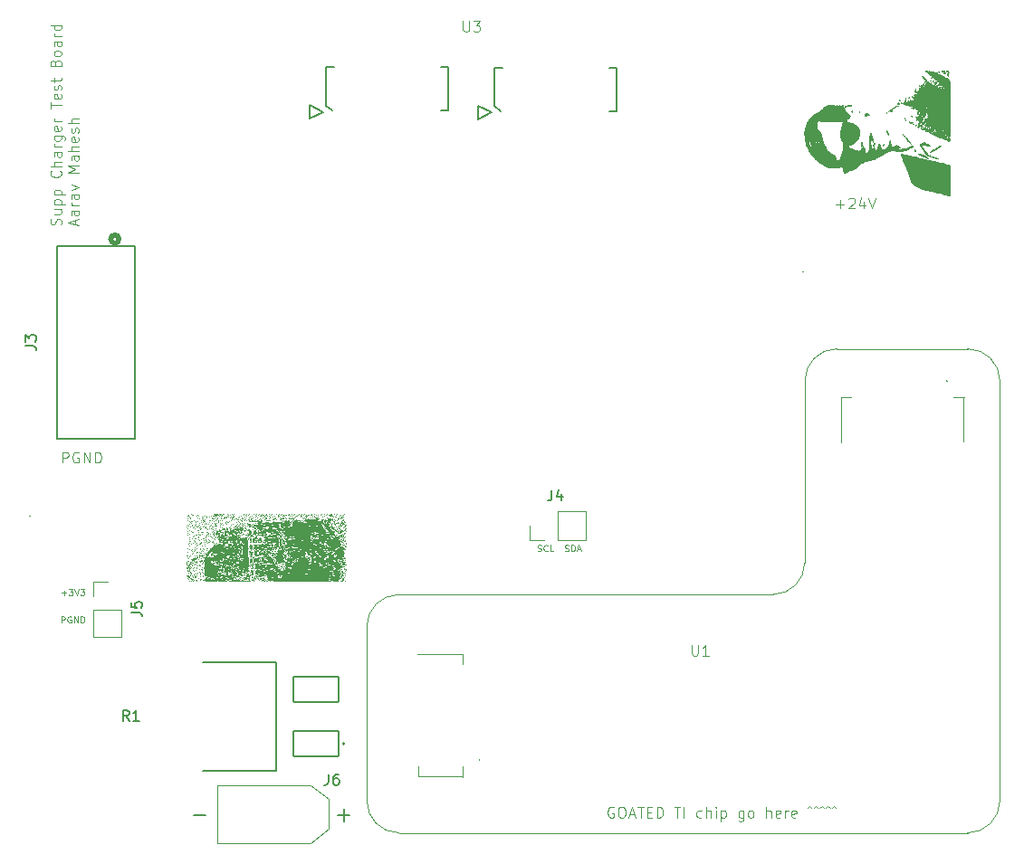
<source format=gbr>
%TF.GenerationSoftware,KiCad,Pcbnew,9.0.0*%
%TF.CreationDate,2026-01-14T19:04:19-06:00*%
%TF.ProjectId,SuppChargerTester,53757070-4368-4617-9267-657254657374,rev?*%
%TF.SameCoordinates,Original*%
%TF.FileFunction,Legend,Top*%
%TF.FilePolarity,Positive*%
%FSLAX46Y46*%
G04 Gerber Fmt 4.6, Leading zero omitted, Abs format (unit mm)*
G04 Created by KiCad (PCBNEW 9.0.0) date 2026-01-14 19:04:19*
%MOMM*%
%LPD*%
G01*
G04 APERTURE LIST*
G04 Aperture macros list*
%AMRoundRect*
0 Rectangle with rounded corners*
0 $1 Rounding radius*
0 $2 $3 $4 $5 $6 $7 $8 $9 X,Y pos of 4 corners*
0 Add a 4 corners polygon primitive as box body*
4,1,4,$2,$3,$4,$5,$6,$7,$8,$9,$2,$3,0*
0 Add four circle primitives for the rounded corners*
1,1,$1+$1,$2,$3*
1,1,$1+$1,$4,$5*
1,1,$1+$1,$6,$7*
1,1,$1+$1,$8,$9*
0 Add four rect primitives between the rounded corners*
20,1,$1+$1,$2,$3,$4,$5,0*
20,1,$1+$1,$4,$5,$6,$7,0*
20,1,$1+$1,$6,$7,$8,$9,0*
20,1,$1+$1,$8,$9,$2,$3,0*%
G04 Aperture macros list end*
%ADD10C,0.100000*%
%ADD11C,0.254000*%
%ADD12C,0.150000*%
%ADD13C,0.000000*%
%ADD14C,0.152400*%
%ADD15C,0.127000*%
%ADD16C,0.200000*%
%ADD17C,0.120000*%
%ADD18C,0.508000*%
%ADD19C,0.050000*%
%ADD20C,0.010000*%
%ADD21C,8.115000*%
%ADD22C,3.000000*%
%ADD23R,0.550000X1.800000*%
%ADD24C,3.600000*%
%ADD25C,6.400000*%
%ADD26RoundRect,0.102000X2.115000X1.200000X-2.115000X1.200000X-2.115000X-1.200000X2.115000X-1.200000X0*%
%ADD27R,1.700000X1.700000*%
%ADD28O,1.700000X1.700000*%
%ADD29C,1.524000*%
%ADD30R,3.000000X3.000000*%
%ADD31R,1.800000X0.550000*%
G04 APERTURE END LIST*
D10*
X239053884Y-83371466D02*
X239815789Y-83371466D01*
X239434836Y-83752419D02*
X239434836Y-82990514D01*
X240244360Y-82847657D02*
X240291979Y-82800038D01*
X240291979Y-82800038D02*
X240387217Y-82752419D01*
X240387217Y-82752419D02*
X240625312Y-82752419D01*
X240625312Y-82752419D02*
X240720550Y-82800038D01*
X240720550Y-82800038D02*
X240768169Y-82847657D01*
X240768169Y-82847657D02*
X240815788Y-82942895D01*
X240815788Y-82942895D02*
X240815788Y-83038133D01*
X240815788Y-83038133D02*
X240768169Y-83180990D01*
X240768169Y-83180990D02*
X240196741Y-83752419D01*
X240196741Y-83752419D02*
X240815788Y-83752419D01*
X241672931Y-83085752D02*
X241672931Y-83752419D01*
X241434836Y-82704800D02*
X241196741Y-83419085D01*
X241196741Y-83419085D02*
X241815788Y-83419085D01*
X242053884Y-82752419D02*
X242387217Y-83752419D01*
X242387217Y-83752419D02*
X242720550Y-82752419D01*
X166713884Y-107532419D02*
X166713884Y-106532419D01*
X166713884Y-106532419D02*
X167094836Y-106532419D01*
X167094836Y-106532419D02*
X167190074Y-106580038D01*
X167190074Y-106580038D02*
X167237693Y-106627657D01*
X167237693Y-106627657D02*
X167285312Y-106722895D01*
X167285312Y-106722895D02*
X167285312Y-106865752D01*
X167285312Y-106865752D02*
X167237693Y-106960990D01*
X167237693Y-106960990D02*
X167190074Y-107008609D01*
X167190074Y-107008609D02*
X167094836Y-107056228D01*
X167094836Y-107056228D02*
X166713884Y-107056228D01*
X168237693Y-106580038D02*
X168142455Y-106532419D01*
X168142455Y-106532419D02*
X167999598Y-106532419D01*
X167999598Y-106532419D02*
X167856741Y-106580038D01*
X167856741Y-106580038D02*
X167761503Y-106675276D01*
X167761503Y-106675276D02*
X167713884Y-106770514D01*
X167713884Y-106770514D02*
X167666265Y-106960990D01*
X167666265Y-106960990D02*
X167666265Y-107103847D01*
X167666265Y-107103847D02*
X167713884Y-107294323D01*
X167713884Y-107294323D02*
X167761503Y-107389561D01*
X167761503Y-107389561D02*
X167856741Y-107484800D01*
X167856741Y-107484800D02*
X167999598Y-107532419D01*
X167999598Y-107532419D02*
X168094836Y-107532419D01*
X168094836Y-107532419D02*
X168237693Y-107484800D01*
X168237693Y-107484800D02*
X168285312Y-107437180D01*
X168285312Y-107437180D02*
X168285312Y-107103847D01*
X168285312Y-107103847D02*
X168094836Y-107103847D01*
X168713884Y-107532419D02*
X168713884Y-106532419D01*
X168713884Y-106532419D02*
X169285312Y-107532419D01*
X169285312Y-107532419D02*
X169285312Y-106532419D01*
X169761503Y-107532419D02*
X169761503Y-106532419D01*
X169761503Y-106532419D02*
X169999598Y-106532419D01*
X169999598Y-106532419D02*
X170142455Y-106580038D01*
X170142455Y-106580038D02*
X170237693Y-106675276D01*
X170237693Y-106675276D02*
X170285312Y-106770514D01*
X170285312Y-106770514D02*
X170332931Y-106960990D01*
X170332931Y-106960990D02*
X170332931Y-107103847D01*
X170332931Y-107103847D02*
X170285312Y-107294323D01*
X170285312Y-107294323D02*
X170237693Y-107389561D01*
X170237693Y-107389561D02*
X170142455Y-107484800D01*
X170142455Y-107484800D02*
X169999598Y-107532419D01*
X169999598Y-107532419D02*
X169761503Y-107532419D01*
X213700074Y-115812800D02*
X213785789Y-115841371D01*
X213785789Y-115841371D02*
X213928646Y-115841371D01*
X213928646Y-115841371D02*
X213985789Y-115812800D01*
X213985789Y-115812800D02*
X214014360Y-115784228D01*
X214014360Y-115784228D02*
X214042931Y-115727085D01*
X214042931Y-115727085D02*
X214042931Y-115669942D01*
X214042931Y-115669942D02*
X214014360Y-115612800D01*
X214014360Y-115612800D02*
X213985789Y-115584228D01*
X213985789Y-115584228D02*
X213928646Y-115555657D01*
X213928646Y-115555657D02*
X213814360Y-115527085D01*
X213814360Y-115527085D02*
X213757217Y-115498514D01*
X213757217Y-115498514D02*
X213728646Y-115469942D01*
X213728646Y-115469942D02*
X213700074Y-115412800D01*
X213700074Y-115412800D02*
X213700074Y-115355657D01*
X213700074Y-115355657D02*
X213728646Y-115298514D01*
X213728646Y-115298514D02*
X213757217Y-115269942D01*
X213757217Y-115269942D02*
X213814360Y-115241371D01*
X213814360Y-115241371D02*
X213957217Y-115241371D01*
X213957217Y-115241371D02*
X214042931Y-115269942D01*
X214300075Y-115841371D02*
X214300075Y-115241371D01*
X214300075Y-115241371D02*
X214442932Y-115241371D01*
X214442932Y-115241371D02*
X214528646Y-115269942D01*
X214528646Y-115269942D02*
X214585789Y-115327085D01*
X214585789Y-115327085D02*
X214614360Y-115384228D01*
X214614360Y-115384228D02*
X214642932Y-115498514D01*
X214642932Y-115498514D02*
X214642932Y-115584228D01*
X214642932Y-115584228D02*
X214614360Y-115698514D01*
X214614360Y-115698514D02*
X214585789Y-115755657D01*
X214585789Y-115755657D02*
X214528646Y-115812800D01*
X214528646Y-115812800D02*
X214442932Y-115841371D01*
X214442932Y-115841371D02*
X214300075Y-115841371D01*
X214871503Y-115669942D02*
X215157218Y-115669942D01*
X214814360Y-115841371D02*
X215014360Y-115241371D01*
X215014360Y-115241371D02*
X215214360Y-115841371D01*
X211140074Y-115812800D02*
X211225789Y-115841371D01*
X211225789Y-115841371D02*
X211368646Y-115841371D01*
X211368646Y-115841371D02*
X211425789Y-115812800D01*
X211425789Y-115812800D02*
X211454360Y-115784228D01*
X211454360Y-115784228D02*
X211482931Y-115727085D01*
X211482931Y-115727085D02*
X211482931Y-115669942D01*
X211482931Y-115669942D02*
X211454360Y-115612800D01*
X211454360Y-115612800D02*
X211425789Y-115584228D01*
X211425789Y-115584228D02*
X211368646Y-115555657D01*
X211368646Y-115555657D02*
X211254360Y-115527085D01*
X211254360Y-115527085D02*
X211197217Y-115498514D01*
X211197217Y-115498514D02*
X211168646Y-115469942D01*
X211168646Y-115469942D02*
X211140074Y-115412800D01*
X211140074Y-115412800D02*
X211140074Y-115355657D01*
X211140074Y-115355657D02*
X211168646Y-115298514D01*
X211168646Y-115298514D02*
X211197217Y-115269942D01*
X211197217Y-115269942D02*
X211254360Y-115241371D01*
X211254360Y-115241371D02*
X211397217Y-115241371D01*
X211397217Y-115241371D02*
X211482931Y-115269942D01*
X212082932Y-115784228D02*
X212054360Y-115812800D01*
X212054360Y-115812800D02*
X211968646Y-115841371D01*
X211968646Y-115841371D02*
X211911503Y-115841371D01*
X211911503Y-115841371D02*
X211825789Y-115812800D01*
X211825789Y-115812800D02*
X211768646Y-115755657D01*
X211768646Y-115755657D02*
X211740075Y-115698514D01*
X211740075Y-115698514D02*
X211711503Y-115584228D01*
X211711503Y-115584228D02*
X211711503Y-115498514D01*
X211711503Y-115498514D02*
X211740075Y-115384228D01*
X211740075Y-115384228D02*
X211768646Y-115327085D01*
X211768646Y-115327085D02*
X211825789Y-115269942D01*
X211825789Y-115269942D02*
X211911503Y-115241371D01*
X211911503Y-115241371D02*
X211968646Y-115241371D01*
X211968646Y-115241371D02*
X212054360Y-115269942D01*
X212054360Y-115269942D02*
X212082932Y-115298514D01*
X212625789Y-115841371D02*
X212340075Y-115841371D01*
X212340075Y-115841371D02*
X212340075Y-115241371D01*
X166604361Y-122521371D02*
X166604361Y-121921371D01*
X166604361Y-121921371D02*
X166832932Y-121921371D01*
X166832932Y-121921371D02*
X166890075Y-121949942D01*
X166890075Y-121949942D02*
X166918646Y-121978514D01*
X166918646Y-121978514D02*
X166947218Y-122035657D01*
X166947218Y-122035657D02*
X166947218Y-122121371D01*
X166947218Y-122121371D02*
X166918646Y-122178514D01*
X166918646Y-122178514D02*
X166890075Y-122207085D01*
X166890075Y-122207085D02*
X166832932Y-122235657D01*
X166832932Y-122235657D02*
X166604361Y-122235657D01*
X167518646Y-121949942D02*
X167461504Y-121921371D01*
X167461504Y-121921371D02*
X167375789Y-121921371D01*
X167375789Y-121921371D02*
X167290075Y-121949942D01*
X167290075Y-121949942D02*
X167232932Y-122007085D01*
X167232932Y-122007085D02*
X167204361Y-122064228D01*
X167204361Y-122064228D02*
X167175789Y-122178514D01*
X167175789Y-122178514D02*
X167175789Y-122264228D01*
X167175789Y-122264228D02*
X167204361Y-122378514D01*
X167204361Y-122378514D02*
X167232932Y-122435657D01*
X167232932Y-122435657D02*
X167290075Y-122492800D01*
X167290075Y-122492800D02*
X167375789Y-122521371D01*
X167375789Y-122521371D02*
X167432932Y-122521371D01*
X167432932Y-122521371D02*
X167518646Y-122492800D01*
X167518646Y-122492800D02*
X167547218Y-122464228D01*
X167547218Y-122464228D02*
X167547218Y-122264228D01*
X167547218Y-122264228D02*
X167432932Y-122264228D01*
X167804361Y-122521371D02*
X167804361Y-121921371D01*
X167804361Y-121921371D02*
X168147218Y-122521371D01*
X168147218Y-122521371D02*
X168147218Y-121921371D01*
X168432932Y-122521371D02*
X168432932Y-121921371D01*
X168432932Y-121921371D02*
X168575789Y-121921371D01*
X168575789Y-121921371D02*
X168661503Y-121949942D01*
X168661503Y-121949942D02*
X168718646Y-122007085D01*
X168718646Y-122007085D02*
X168747217Y-122064228D01*
X168747217Y-122064228D02*
X168775789Y-122178514D01*
X168775789Y-122178514D02*
X168775789Y-122264228D01*
X168775789Y-122264228D02*
X168747217Y-122378514D01*
X168747217Y-122378514D02*
X168718646Y-122435657D01*
X168718646Y-122435657D02*
X168661503Y-122492800D01*
X168661503Y-122492800D02*
X168575789Y-122521371D01*
X168575789Y-122521371D02*
X168432932Y-122521371D01*
X166618646Y-119722800D02*
X167075789Y-119722800D01*
X166847217Y-119951371D02*
X166847217Y-119494228D01*
X167304360Y-119351371D02*
X167675788Y-119351371D01*
X167675788Y-119351371D02*
X167475788Y-119579942D01*
X167475788Y-119579942D02*
X167561503Y-119579942D01*
X167561503Y-119579942D02*
X167618646Y-119608514D01*
X167618646Y-119608514D02*
X167647217Y-119637085D01*
X167647217Y-119637085D02*
X167675788Y-119694228D01*
X167675788Y-119694228D02*
X167675788Y-119837085D01*
X167675788Y-119837085D02*
X167647217Y-119894228D01*
X167647217Y-119894228D02*
X167618646Y-119922800D01*
X167618646Y-119922800D02*
X167561503Y-119951371D01*
X167561503Y-119951371D02*
X167390074Y-119951371D01*
X167390074Y-119951371D02*
X167332931Y-119922800D01*
X167332931Y-119922800D02*
X167304360Y-119894228D01*
X167847217Y-119351371D02*
X168047217Y-119951371D01*
X168047217Y-119951371D02*
X168247217Y-119351371D01*
X168390075Y-119351371D02*
X168761503Y-119351371D01*
X168761503Y-119351371D02*
X168561503Y-119579942D01*
X168561503Y-119579942D02*
X168647218Y-119579942D01*
X168647218Y-119579942D02*
X168704361Y-119608514D01*
X168704361Y-119608514D02*
X168732932Y-119637085D01*
X168732932Y-119637085D02*
X168761503Y-119694228D01*
X168761503Y-119694228D02*
X168761503Y-119837085D01*
X168761503Y-119837085D02*
X168732932Y-119894228D01*
X168732932Y-119894228D02*
X168704361Y-119922800D01*
X168704361Y-119922800D02*
X168647218Y-119951371D01*
X168647218Y-119951371D02*
X168475789Y-119951371D01*
X168475789Y-119951371D02*
X168418646Y-119922800D01*
X168418646Y-119922800D02*
X168390075Y-119894228D01*
X166554856Y-85263734D02*
X166602475Y-85120877D01*
X166602475Y-85120877D02*
X166602475Y-84882782D01*
X166602475Y-84882782D02*
X166554856Y-84787544D01*
X166554856Y-84787544D02*
X166507236Y-84739925D01*
X166507236Y-84739925D02*
X166411998Y-84692306D01*
X166411998Y-84692306D02*
X166316760Y-84692306D01*
X166316760Y-84692306D02*
X166221522Y-84739925D01*
X166221522Y-84739925D02*
X166173903Y-84787544D01*
X166173903Y-84787544D02*
X166126284Y-84882782D01*
X166126284Y-84882782D02*
X166078665Y-85073258D01*
X166078665Y-85073258D02*
X166031046Y-85168496D01*
X166031046Y-85168496D02*
X165983427Y-85216115D01*
X165983427Y-85216115D02*
X165888189Y-85263734D01*
X165888189Y-85263734D02*
X165792951Y-85263734D01*
X165792951Y-85263734D02*
X165697713Y-85216115D01*
X165697713Y-85216115D02*
X165650094Y-85168496D01*
X165650094Y-85168496D02*
X165602475Y-85073258D01*
X165602475Y-85073258D02*
X165602475Y-84835163D01*
X165602475Y-84835163D02*
X165650094Y-84692306D01*
X165935808Y-83835163D02*
X166602475Y-83835163D01*
X165935808Y-84263734D02*
X166459617Y-84263734D01*
X166459617Y-84263734D02*
X166554856Y-84216115D01*
X166554856Y-84216115D02*
X166602475Y-84120877D01*
X166602475Y-84120877D02*
X166602475Y-83978020D01*
X166602475Y-83978020D02*
X166554856Y-83882782D01*
X166554856Y-83882782D02*
X166507236Y-83835163D01*
X165935808Y-83358972D02*
X166935808Y-83358972D01*
X165983427Y-83358972D02*
X165935808Y-83263734D01*
X165935808Y-83263734D02*
X165935808Y-83073258D01*
X165935808Y-83073258D02*
X165983427Y-82978020D01*
X165983427Y-82978020D02*
X166031046Y-82930401D01*
X166031046Y-82930401D02*
X166126284Y-82882782D01*
X166126284Y-82882782D02*
X166411998Y-82882782D01*
X166411998Y-82882782D02*
X166507236Y-82930401D01*
X166507236Y-82930401D02*
X166554856Y-82978020D01*
X166554856Y-82978020D02*
X166602475Y-83073258D01*
X166602475Y-83073258D02*
X166602475Y-83263734D01*
X166602475Y-83263734D02*
X166554856Y-83358972D01*
X165935808Y-82454210D02*
X166935808Y-82454210D01*
X165983427Y-82454210D02*
X165935808Y-82358972D01*
X165935808Y-82358972D02*
X165935808Y-82168496D01*
X165935808Y-82168496D02*
X165983427Y-82073258D01*
X165983427Y-82073258D02*
X166031046Y-82025639D01*
X166031046Y-82025639D02*
X166126284Y-81978020D01*
X166126284Y-81978020D02*
X166411998Y-81978020D01*
X166411998Y-81978020D02*
X166507236Y-82025639D01*
X166507236Y-82025639D02*
X166554856Y-82073258D01*
X166554856Y-82073258D02*
X166602475Y-82168496D01*
X166602475Y-82168496D02*
X166602475Y-82358972D01*
X166602475Y-82358972D02*
X166554856Y-82454210D01*
X166507236Y-80216115D02*
X166554856Y-80263734D01*
X166554856Y-80263734D02*
X166602475Y-80406591D01*
X166602475Y-80406591D02*
X166602475Y-80501829D01*
X166602475Y-80501829D02*
X166554856Y-80644686D01*
X166554856Y-80644686D02*
X166459617Y-80739924D01*
X166459617Y-80739924D02*
X166364379Y-80787543D01*
X166364379Y-80787543D02*
X166173903Y-80835162D01*
X166173903Y-80835162D02*
X166031046Y-80835162D01*
X166031046Y-80835162D02*
X165840570Y-80787543D01*
X165840570Y-80787543D02*
X165745332Y-80739924D01*
X165745332Y-80739924D02*
X165650094Y-80644686D01*
X165650094Y-80644686D02*
X165602475Y-80501829D01*
X165602475Y-80501829D02*
X165602475Y-80406591D01*
X165602475Y-80406591D02*
X165650094Y-80263734D01*
X165650094Y-80263734D02*
X165697713Y-80216115D01*
X166602475Y-79787543D02*
X165602475Y-79787543D01*
X166602475Y-79358972D02*
X166078665Y-79358972D01*
X166078665Y-79358972D02*
X165983427Y-79406591D01*
X165983427Y-79406591D02*
X165935808Y-79501829D01*
X165935808Y-79501829D02*
X165935808Y-79644686D01*
X165935808Y-79644686D02*
X165983427Y-79739924D01*
X165983427Y-79739924D02*
X166031046Y-79787543D01*
X166602475Y-78454210D02*
X166078665Y-78454210D01*
X166078665Y-78454210D02*
X165983427Y-78501829D01*
X165983427Y-78501829D02*
X165935808Y-78597067D01*
X165935808Y-78597067D02*
X165935808Y-78787543D01*
X165935808Y-78787543D02*
X165983427Y-78882781D01*
X166554856Y-78454210D02*
X166602475Y-78549448D01*
X166602475Y-78549448D02*
X166602475Y-78787543D01*
X166602475Y-78787543D02*
X166554856Y-78882781D01*
X166554856Y-78882781D02*
X166459617Y-78930400D01*
X166459617Y-78930400D02*
X166364379Y-78930400D01*
X166364379Y-78930400D02*
X166269141Y-78882781D01*
X166269141Y-78882781D02*
X166221522Y-78787543D01*
X166221522Y-78787543D02*
X166221522Y-78549448D01*
X166221522Y-78549448D02*
X166173903Y-78454210D01*
X166602475Y-77978019D02*
X165935808Y-77978019D01*
X166126284Y-77978019D02*
X166031046Y-77930400D01*
X166031046Y-77930400D02*
X165983427Y-77882781D01*
X165983427Y-77882781D02*
X165935808Y-77787543D01*
X165935808Y-77787543D02*
X165935808Y-77692305D01*
X165935808Y-76930400D02*
X166745332Y-76930400D01*
X166745332Y-76930400D02*
X166840570Y-76978019D01*
X166840570Y-76978019D02*
X166888189Y-77025638D01*
X166888189Y-77025638D02*
X166935808Y-77120876D01*
X166935808Y-77120876D02*
X166935808Y-77263733D01*
X166935808Y-77263733D02*
X166888189Y-77358971D01*
X166554856Y-76930400D02*
X166602475Y-77025638D01*
X166602475Y-77025638D02*
X166602475Y-77216114D01*
X166602475Y-77216114D02*
X166554856Y-77311352D01*
X166554856Y-77311352D02*
X166507236Y-77358971D01*
X166507236Y-77358971D02*
X166411998Y-77406590D01*
X166411998Y-77406590D02*
X166126284Y-77406590D01*
X166126284Y-77406590D02*
X166031046Y-77358971D01*
X166031046Y-77358971D02*
X165983427Y-77311352D01*
X165983427Y-77311352D02*
X165935808Y-77216114D01*
X165935808Y-77216114D02*
X165935808Y-77025638D01*
X165935808Y-77025638D02*
X165983427Y-76930400D01*
X166554856Y-76073257D02*
X166602475Y-76168495D01*
X166602475Y-76168495D02*
X166602475Y-76358971D01*
X166602475Y-76358971D02*
X166554856Y-76454209D01*
X166554856Y-76454209D02*
X166459617Y-76501828D01*
X166459617Y-76501828D02*
X166078665Y-76501828D01*
X166078665Y-76501828D02*
X165983427Y-76454209D01*
X165983427Y-76454209D02*
X165935808Y-76358971D01*
X165935808Y-76358971D02*
X165935808Y-76168495D01*
X165935808Y-76168495D02*
X165983427Y-76073257D01*
X165983427Y-76073257D02*
X166078665Y-76025638D01*
X166078665Y-76025638D02*
X166173903Y-76025638D01*
X166173903Y-76025638D02*
X166269141Y-76501828D01*
X166602475Y-75597066D02*
X165935808Y-75597066D01*
X166126284Y-75597066D02*
X166031046Y-75549447D01*
X166031046Y-75549447D02*
X165983427Y-75501828D01*
X165983427Y-75501828D02*
X165935808Y-75406590D01*
X165935808Y-75406590D02*
X165935808Y-75311352D01*
X165602475Y-74358970D02*
X165602475Y-73787542D01*
X166602475Y-74073256D02*
X165602475Y-74073256D01*
X166554856Y-73073256D02*
X166602475Y-73168494D01*
X166602475Y-73168494D02*
X166602475Y-73358970D01*
X166602475Y-73358970D02*
X166554856Y-73454208D01*
X166554856Y-73454208D02*
X166459617Y-73501827D01*
X166459617Y-73501827D02*
X166078665Y-73501827D01*
X166078665Y-73501827D02*
X165983427Y-73454208D01*
X165983427Y-73454208D02*
X165935808Y-73358970D01*
X165935808Y-73358970D02*
X165935808Y-73168494D01*
X165935808Y-73168494D02*
X165983427Y-73073256D01*
X165983427Y-73073256D02*
X166078665Y-73025637D01*
X166078665Y-73025637D02*
X166173903Y-73025637D01*
X166173903Y-73025637D02*
X166269141Y-73501827D01*
X166554856Y-72644684D02*
X166602475Y-72549446D01*
X166602475Y-72549446D02*
X166602475Y-72358970D01*
X166602475Y-72358970D02*
X166554856Y-72263732D01*
X166554856Y-72263732D02*
X166459617Y-72216113D01*
X166459617Y-72216113D02*
X166411998Y-72216113D01*
X166411998Y-72216113D02*
X166316760Y-72263732D01*
X166316760Y-72263732D02*
X166269141Y-72358970D01*
X166269141Y-72358970D02*
X166269141Y-72501827D01*
X166269141Y-72501827D02*
X166221522Y-72597065D01*
X166221522Y-72597065D02*
X166126284Y-72644684D01*
X166126284Y-72644684D02*
X166078665Y-72644684D01*
X166078665Y-72644684D02*
X165983427Y-72597065D01*
X165983427Y-72597065D02*
X165935808Y-72501827D01*
X165935808Y-72501827D02*
X165935808Y-72358970D01*
X165935808Y-72358970D02*
X165983427Y-72263732D01*
X165935808Y-71930398D02*
X165935808Y-71549446D01*
X165602475Y-71787541D02*
X166459617Y-71787541D01*
X166459617Y-71787541D02*
X166554856Y-71739922D01*
X166554856Y-71739922D02*
X166602475Y-71644684D01*
X166602475Y-71644684D02*
X166602475Y-71549446D01*
X166078665Y-70120874D02*
X166126284Y-69978017D01*
X166126284Y-69978017D02*
X166173903Y-69930398D01*
X166173903Y-69930398D02*
X166269141Y-69882779D01*
X166269141Y-69882779D02*
X166411998Y-69882779D01*
X166411998Y-69882779D02*
X166507236Y-69930398D01*
X166507236Y-69930398D02*
X166554856Y-69978017D01*
X166554856Y-69978017D02*
X166602475Y-70073255D01*
X166602475Y-70073255D02*
X166602475Y-70454207D01*
X166602475Y-70454207D02*
X165602475Y-70454207D01*
X165602475Y-70454207D02*
X165602475Y-70120874D01*
X165602475Y-70120874D02*
X165650094Y-70025636D01*
X165650094Y-70025636D02*
X165697713Y-69978017D01*
X165697713Y-69978017D02*
X165792951Y-69930398D01*
X165792951Y-69930398D02*
X165888189Y-69930398D01*
X165888189Y-69930398D02*
X165983427Y-69978017D01*
X165983427Y-69978017D02*
X166031046Y-70025636D01*
X166031046Y-70025636D02*
X166078665Y-70120874D01*
X166078665Y-70120874D02*
X166078665Y-70454207D01*
X166602475Y-69311350D02*
X166554856Y-69406588D01*
X166554856Y-69406588D02*
X166507236Y-69454207D01*
X166507236Y-69454207D02*
X166411998Y-69501826D01*
X166411998Y-69501826D02*
X166126284Y-69501826D01*
X166126284Y-69501826D02*
X166031046Y-69454207D01*
X166031046Y-69454207D02*
X165983427Y-69406588D01*
X165983427Y-69406588D02*
X165935808Y-69311350D01*
X165935808Y-69311350D02*
X165935808Y-69168493D01*
X165935808Y-69168493D02*
X165983427Y-69073255D01*
X165983427Y-69073255D02*
X166031046Y-69025636D01*
X166031046Y-69025636D02*
X166126284Y-68978017D01*
X166126284Y-68978017D02*
X166411998Y-68978017D01*
X166411998Y-68978017D02*
X166507236Y-69025636D01*
X166507236Y-69025636D02*
X166554856Y-69073255D01*
X166554856Y-69073255D02*
X166602475Y-69168493D01*
X166602475Y-69168493D02*
X166602475Y-69311350D01*
X166602475Y-68120874D02*
X166078665Y-68120874D01*
X166078665Y-68120874D02*
X165983427Y-68168493D01*
X165983427Y-68168493D02*
X165935808Y-68263731D01*
X165935808Y-68263731D02*
X165935808Y-68454207D01*
X165935808Y-68454207D02*
X165983427Y-68549445D01*
X166554856Y-68120874D02*
X166602475Y-68216112D01*
X166602475Y-68216112D02*
X166602475Y-68454207D01*
X166602475Y-68454207D02*
X166554856Y-68549445D01*
X166554856Y-68549445D02*
X166459617Y-68597064D01*
X166459617Y-68597064D02*
X166364379Y-68597064D01*
X166364379Y-68597064D02*
X166269141Y-68549445D01*
X166269141Y-68549445D02*
X166221522Y-68454207D01*
X166221522Y-68454207D02*
X166221522Y-68216112D01*
X166221522Y-68216112D02*
X166173903Y-68120874D01*
X166602475Y-67644683D02*
X165935808Y-67644683D01*
X166126284Y-67644683D02*
X166031046Y-67597064D01*
X166031046Y-67597064D02*
X165983427Y-67549445D01*
X165983427Y-67549445D02*
X165935808Y-67454207D01*
X165935808Y-67454207D02*
X165935808Y-67358969D01*
X166602475Y-66597064D02*
X165602475Y-66597064D01*
X166554856Y-66597064D02*
X166602475Y-66692302D01*
X166602475Y-66692302D02*
X166602475Y-66882778D01*
X166602475Y-66882778D02*
X166554856Y-66978016D01*
X166554856Y-66978016D02*
X166507236Y-67025635D01*
X166507236Y-67025635D02*
X166411998Y-67073254D01*
X166411998Y-67073254D02*
X166126284Y-67073254D01*
X166126284Y-67073254D02*
X166031046Y-67025635D01*
X166031046Y-67025635D02*
X165983427Y-66978016D01*
X165983427Y-66978016D02*
X165935808Y-66882778D01*
X165935808Y-66882778D02*
X165935808Y-66692302D01*
X165935808Y-66692302D02*
X165983427Y-66597064D01*
X167926704Y-85263734D02*
X167926704Y-84787544D01*
X168212419Y-85358972D02*
X167212419Y-85025639D01*
X167212419Y-85025639D02*
X168212419Y-84692306D01*
X168212419Y-83930401D02*
X167688609Y-83930401D01*
X167688609Y-83930401D02*
X167593371Y-83978020D01*
X167593371Y-83978020D02*
X167545752Y-84073258D01*
X167545752Y-84073258D02*
X167545752Y-84263734D01*
X167545752Y-84263734D02*
X167593371Y-84358972D01*
X168164800Y-83930401D02*
X168212419Y-84025639D01*
X168212419Y-84025639D02*
X168212419Y-84263734D01*
X168212419Y-84263734D02*
X168164800Y-84358972D01*
X168164800Y-84358972D02*
X168069561Y-84406591D01*
X168069561Y-84406591D02*
X167974323Y-84406591D01*
X167974323Y-84406591D02*
X167879085Y-84358972D01*
X167879085Y-84358972D02*
X167831466Y-84263734D01*
X167831466Y-84263734D02*
X167831466Y-84025639D01*
X167831466Y-84025639D02*
X167783847Y-83930401D01*
X168212419Y-83454210D02*
X167545752Y-83454210D01*
X167736228Y-83454210D02*
X167640990Y-83406591D01*
X167640990Y-83406591D02*
X167593371Y-83358972D01*
X167593371Y-83358972D02*
X167545752Y-83263734D01*
X167545752Y-83263734D02*
X167545752Y-83168496D01*
X168212419Y-82406591D02*
X167688609Y-82406591D01*
X167688609Y-82406591D02*
X167593371Y-82454210D01*
X167593371Y-82454210D02*
X167545752Y-82549448D01*
X167545752Y-82549448D02*
X167545752Y-82739924D01*
X167545752Y-82739924D02*
X167593371Y-82835162D01*
X168164800Y-82406591D02*
X168212419Y-82501829D01*
X168212419Y-82501829D02*
X168212419Y-82739924D01*
X168212419Y-82739924D02*
X168164800Y-82835162D01*
X168164800Y-82835162D02*
X168069561Y-82882781D01*
X168069561Y-82882781D02*
X167974323Y-82882781D01*
X167974323Y-82882781D02*
X167879085Y-82835162D01*
X167879085Y-82835162D02*
X167831466Y-82739924D01*
X167831466Y-82739924D02*
X167831466Y-82501829D01*
X167831466Y-82501829D02*
X167783847Y-82406591D01*
X167545752Y-82025638D02*
X168212419Y-81787543D01*
X168212419Y-81787543D02*
X167545752Y-81549448D01*
X168212419Y-80406590D02*
X167212419Y-80406590D01*
X167212419Y-80406590D02*
X167926704Y-80073257D01*
X167926704Y-80073257D02*
X167212419Y-79739924D01*
X167212419Y-79739924D02*
X168212419Y-79739924D01*
X168212419Y-78835162D02*
X167688609Y-78835162D01*
X167688609Y-78835162D02*
X167593371Y-78882781D01*
X167593371Y-78882781D02*
X167545752Y-78978019D01*
X167545752Y-78978019D02*
X167545752Y-79168495D01*
X167545752Y-79168495D02*
X167593371Y-79263733D01*
X168164800Y-78835162D02*
X168212419Y-78930400D01*
X168212419Y-78930400D02*
X168212419Y-79168495D01*
X168212419Y-79168495D02*
X168164800Y-79263733D01*
X168164800Y-79263733D02*
X168069561Y-79311352D01*
X168069561Y-79311352D02*
X167974323Y-79311352D01*
X167974323Y-79311352D02*
X167879085Y-79263733D01*
X167879085Y-79263733D02*
X167831466Y-79168495D01*
X167831466Y-79168495D02*
X167831466Y-78930400D01*
X167831466Y-78930400D02*
X167783847Y-78835162D01*
X168212419Y-78358971D02*
X167212419Y-78358971D01*
X168212419Y-77930400D02*
X167688609Y-77930400D01*
X167688609Y-77930400D02*
X167593371Y-77978019D01*
X167593371Y-77978019D02*
X167545752Y-78073257D01*
X167545752Y-78073257D02*
X167545752Y-78216114D01*
X167545752Y-78216114D02*
X167593371Y-78311352D01*
X167593371Y-78311352D02*
X167640990Y-78358971D01*
X168164800Y-77073257D02*
X168212419Y-77168495D01*
X168212419Y-77168495D02*
X168212419Y-77358971D01*
X168212419Y-77358971D02*
X168164800Y-77454209D01*
X168164800Y-77454209D02*
X168069561Y-77501828D01*
X168069561Y-77501828D02*
X167688609Y-77501828D01*
X167688609Y-77501828D02*
X167593371Y-77454209D01*
X167593371Y-77454209D02*
X167545752Y-77358971D01*
X167545752Y-77358971D02*
X167545752Y-77168495D01*
X167545752Y-77168495D02*
X167593371Y-77073257D01*
X167593371Y-77073257D02*
X167688609Y-77025638D01*
X167688609Y-77025638D02*
X167783847Y-77025638D01*
X167783847Y-77025638D02*
X167879085Y-77501828D01*
X168164800Y-76644685D02*
X168212419Y-76549447D01*
X168212419Y-76549447D02*
X168212419Y-76358971D01*
X168212419Y-76358971D02*
X168164800Y-76263733D01*
X168164800Y-76263733D02*
X168069561Y-76216114D01*
X168069561Y-76216114D02*
X168021942Y-76216114D01*
X168021942Y-76216114D02*
X167926704Y-76263733D01*
X167926704Y-76263733D02*
X167879085Y-76358971D01*
X167879085Y-76358971D02*
X167879085Y-76501828D01*
X167879085Y-76501828D02*
X167831466Y-76597066D01*
X167831466Y-76597066D02*
X167736228Y-76644685D01*
X167736228Y-76644685D02*
X167688609Y-76644685D01*
X167688609Y-76644685D02*
X167593371Y-76597066D01*
X167593371Y-76597066D02*
X167545752Y-76501828D01*
X167545752Y-76501828D02*
X167545752Y-76358971D01*
X167545752Y-76358971D02*
X167593371Y-76263733D01*
X168212419Y-75787542D02*
X167212419Y-75787542D01*
X168212419Y-75358971D02*
X167688609Y-75358971D01*
X167688609Y-75358971D02*
X167593371Y-75406590D01*
X167593371Y-75406590D02*
X167545752Y-75501828D01*
X167545752Y-75501828D02*
X167545752Y-75644685D01*
X167545752Y-75644685D02*
X167593371Y-75739923D01*
X167593371Y-75739923D02*
X167640990Y-75787542D01*
D11*
X240376667Y-88954318D02*
X240376667Y-89861461D01*
X240376667Y-89861461D02*
X240316190Y-90042889D01*
X240316190Y-90042889D02*
X240195238Y-90163842D01*
X240195238Y-90163842D02*
X240013809Y-90224318D01*
X240013809Y-90224318D02*
X239892857Y-90224318D01*
X241646667Y-90224318D02*
X240920952Y-90224318D01*
X241283809Y-90224318D02*
X241283809Y-88954318D01*
X241283809Y-88954318D02*
X241162857Y-89135746D01*
X241162857Y-89135746D02*
X241041905Y-89256699D01*
X241041905Y-89256699D02*
X240920952Y-89317175D01*
D10*
X204178095Y-66197419D02*
X204178095Y-67006942D01*
X204178095Y-67006942D02*
X204225714Y-67102180D01*
X204225714Y-67102180D02*
X204273333Y-67149800D01*
X204273333Y-67149800D02*
X204368571Y-67197419D01*
X204368571Y-67197419D02*
X204559047Y-67197419D01*
X204559047Y-67197419D02*
X204654285Y-67149800D01*
X204654285Y-67149800D02*
X204701904Y-67102180D01*
X204701904Y-67102180D02*
X204749523Y-67006942D01*
X204749523Y-67006942D02*
X204749523Y-66197419D01*
X205130476Y-66197419D02*
X205749523Y-66197419D01*
X205749523Y-66197419D02*
X205416190Y-66578371D01*
X205416190Y-66578371D02*
X205559047Y-66578371D01*
X205559047Y-66578371D02*
X205654285Y-66625990D01*
X205654285Y-66625990D02*
X205701904Y-66673609D01*
X205701904Y-66673609D02*
X205749523Y-66768847D01*
X205749523Y-66768847D02*
X205749523Y-67006942D01*
X205749523Y-67006942D02*
X205701904Y-67102180D01*
X205701904Y-67102180D02*
X205654285Y-67149800D01*
X205654285Y-67149800D02*
X205559047Y-67197419D01*
X205559047Y-67197419D02*
X205273333Y-67197419D01*
X205273333Y-67197419D02*
X205178095Y-67149800D01*
X205178095Y-67149800D02*
X205130476Y-67102180D01*
D12*
X172943333Y-131704819D02*
X172610000Y-131228628D01*
X172371905Y-131704819D02*
X172371905Y-130704819D01*
X172371905Y-130704819D02*
X172752857Y-130704819D01*
X172752857Y-130704819D02*
X172848095Y-130752438D01*
X172848095Y-130752438D02*
X172895714Y-130800057D01*
X172895714Y-130800057D02*
X172943333Y-130895295D01*
X172943333Y-130895295D02*
X172943333Y-131038152D01*
X172943333Y-131038152D02*
X172895714Y-131133390D01*
X172895714Y-131133390D02*
X172848095Y-131181009D01*
X172848095Y-131181009D02*
X172752857Y-131228628D01*
X172752857Y-131228628D02*
X172371905Y-131228628D01*
X173895714Y-131704819D02*
X173324286Y-131704819D01*
X173610000Y-131704819D02*
X173610000Y-130704819D01*
X173610000Y-130704819D02*
X173514762Y-130847676D01*
X173514762Y-130847676D02*
X173419524Y-130942914D01*
X173419524Y-130942914D02*
X173324286Y-130990533D01*
X212481666Y-110094819D02*
X212481666Y-110809104D01*
X212481666Y-110809104D02*
X212434047Y-110951961D01*
X212434047Y-110951961D02*
X212338809Y-111047200D01*
X212338809Y-111047200D02*
X212195952Y-111094819D01*
X212195952Y-111094819D02*
X212100714Y-111094819D01*
X213386428Y-110428152D02*
X213386428Y-111094819D01*
X213148333Y-110047200D02*
X212910238Y-110761485D01*
X212910238Y-110761485D02*
X213529285Y-110761485D01*
X163234819Y-96583333D02*
X163949104Y-96583333D01*
X163949104Y-96583333D02*
X164091961Y-96630952D01*
X164091961Y-96630952D02*
X164187200Y-96726190D01*
X164187200Y-96726190D02*
X164234819Y-96869047D01*
X164234819Y-96869047D02*
X164234819Y-96964285D01*
X163234819Y-96202380D02*
X163234819Y-95583333D01*
X163234819Y-95583333D02*
X163615771Y-95916666D01*
X163615771Y-95916666D02*
X163615771Y-95773809D01*
X163615771Y-95773809D02*
X163663390Y-95678571D01*
X163663390Y-95678571D02*
X163711009Y-95630952D01*
X163711009Y-95630952D02*
X163806247Y-95583333D01*
X163806247Y-95583333D02*
X164044342Y-95583333D01*
X164044342Y-95583333D02*
X164139580Y-95630952D01*
X164139580Y-95630952D02*
X164187200Y-95678571D01*
X164187200Y-95678571D02*
X164234819Y-95773809D01*
X164234819Y-95773809D02*
X164234819Y-96059523D01*
X164234819Y-96059523D02*
X164187200Y-96154761D01*
X164187200Y-96154761D02*
X164139580Y-96202380D01*
X173144819Y-121553333D02*
X173859104Y-121553333D01*
X173859104Y-121553333D02*
X174001961Y-121600952D01*
X174001961Y-121600952D02*
X174097200Y-121696190D01*
X174097200Y-121696190D02*
X174144819Y-121839047D01*
X174144819Y-121839047D02*
X174144819Y-121934285D01*
X173144819Y-120600952D02*
X173144819Y-121077142D01*
X173144819Y-121077142D02*
X173621009Y-121124761D01*
X173621009Y-121124761D02*
X173573390Y-121077142D01*
X173573390Y-121077142D02*
X173525771Y-120981904D01*
X173525771Y-120981904D02*
X173525771Y-120743809D01*
X173525771Y-120743809D02*
X173573390Y-120648571D01*
X173573390Y-120648571D02*
X173621009Y-120600952D01*
X173621009Y-120600952D02*
X173716247Y-120553333D01*
X173716247Y-120553333D02*
X173954342Y-120553333D01*
X173954342Y-120553333D02*
X174049580Y-120600952D01*
X174049580Y-120600952D02*
X174097200Y-120648571D01*
X174097200Y-120648571D02*
X174144819Y-120743809D01*
X174144819Y-120743809D02*
X174144819Y-120981904D01*
X174144819Y-120981904D02*
X174097200Y-121077142D01*
X174097200Y-121077142D02*
X174049580Y-121124761D01*
D11*
X168060476Y-111804318D02*
X168060476Y-112711461D01*
X168060476Y-112711461D02*
X167999999Y-112892889D01*
X167999999Y-112892889D02*
X167879047Y-113013842D01*
X167879047Y-113013842D02*
X167697618Y-113074318D01*
X167697618Y-113074318D02*
X167576666Y-113074318D01*
X168604761Y-111925270D02*
X168665237Y-111864794D01*
X168665237Y-111864794D02*
X168786190Y-111804318D01*
X168786190Y-111804318D02*
X169088571Y-111804318D01*
X169088571Y-111804318D02*
X169209523Y-111864794D01*
X169209523Y-111864794D02*
X169269999Y-111925270D01*
X169269999Y-111925270D02*
X169330476Y-112046222D01*
X169330476Y-112046222D02*
X169330476Y-112167175D01*
X169330476Y-112167175D02*
X169269999Y-112348603D01*
X169269999Y-112348603D02*
X168544285Y-113074318D01*
X168544285Y-113074318D02*
X169330476Y-113074318D01*
D12*
X191596666Y-136694819D02*
X191596666Y-137409104D01*
X191596666Y-137409104D02*
X191549047Y-137551961D01*
X191549047Y-137551961D02*
X191453809Y-137647200D01*
X191453809Y-137647200D02*
X191310952Y-137694819D01*
X191310952Y-137694819D02*
X191215714Y-137694819D01*
X192501428Y-136694819D02*
X192310952Y-136694819D01*
X192310952Y-136694819D02*
X192215714Y-136742438D01*
X192215714Y-136742438D02*
X192168095Y-136790057D01*
X192168095Y-136790057D02*
X192072857Y-136932914D01*
X192072857Y-136932914D02*
X192025238Y-137123390D01*
X192025238Y-137123390D02*
X192025238Y-137504342D01*
X192025238Y-137504342D02*
X192072857Y-137599580D01*
X192072857Y-137599580D02*
X192120476Y-137647200D01*
X192120476Y-137647200D02*
X192215714Y-137694819D01*
X192215714Y-137694819D02*
X192406190Y-137694819D01*
X192406190Y-137694819D02*
X192501428Y-137647200D01*
X192501428Y-137647200D02*
X192549047Y-137599580D01*
X192549047Y-137599580D02*
X192596666Y-137504342D01*
X192596666Y-137504342D02*
X192596666Y-137266247D01*
X192596666Y-137266247D02*
X192549047Y-137171009D01*
X192549047Y-137171009D02*
X192501428Y-137123390D01*
X192501428Y-137123390D02*
X192406190Y-137075771D01*
X192406190Y-137075771D02*
X192215714Y-137075771D01*
X192215714Y-137075771D02*
X192120476Y-137123390D01*
X192120476Y-137123390D02*
X192072857Y-137171009D01*
X192072857Y-137171009D02*
X192025238Y-137266247D01*
X192458571Y-140534700D02*
X193601429Y-140534700D01*
X193030000Y-141106128D02*
X193030000Y-139963271D01*
X178988571Y-140514700D02*
X180131429Y-140514700D01*
D10*
X225568095Y-124587419D02*
X225568095Y-125396942D01*
X225568095Y-125396942D02*
X225615714Y-125492180D01*
X225615714Y-125492180D02*
X225663333Y-125539800D01*
X225663333Y-125539800D02*
X225758571Y-125587419D01*
X225758571Y-125587419D02*
X225949047Y-125587419D01*
X225949047Y-125587419D02*
X226044285Y-125539800D01*
X226044285Y-125539800D02*
X226091904Y-125492180D01*
X226091904Y-125492180D02*
X226139523Y-125396942D01*
X226139523Y-125396942D02*
X226139523Y-124587419D01*
X227139523Y-125587419D02*
X226568095Y-125587419D01*
X226853809Y-125587419D02*
X226853809Y-124587419D01*
X226853809Y-124587419D02*
X226758571Y-124730276D01*
X226758571Y-124730276D02*
X226663333Y-124825514D01*
X226663333Y-124825514D02*
X226568095Y-124873133D01*
X218257693Y-139800038D02*
X218162455Y-139752419D01*
X218162455Y-139752419D02*
X218019598Y-139752419D01*
X218019598Y-139752419D02*
X217876741Y-139800038D01*
X217876741Y-139800038D02*
X217781503Y-139895276D01*
X217781503Y-139895276D02*
X217733884Y-139990514D01*
X217733884Y-139990514D02*
X217686265Y-140180990D01*
X217686265Y-140180990D02*
X217686265Y-140323847D01*
X217686265Y-140323847D02*
X217733884Y-140514323D01*
X217733884Y-140514323D02*
X217781503Y-140609561D01*
X217781503Y-140609561D02*
X217876741Y-140704800D01*
X217876741Y-140704800D02*
X218019598Y-140752419D01*
X218019598Y-140752419D02*
X218114836Y-140752419D01*
X218114836Y-140752419D02*
X218257693Y-140704800D01*
X218257693Y-140704800D02*
X218305312Y-140657180D01*
X218305312Y-140657180D02*
X218305312Y-140323847D01*
X218305312Y-140323847D02*
X218114836Y-140323847D01*
X218924360Y-139752419D02*
X219114836Y-139752419D01*
X219114836Y-139752419D02*
X219210074Y-139800038D01*
X219210074Y-139800038D02*
X219305312Y-139895276D01*
X219305312Y-139895276D02*
X219352931Y-140085752D01*
X219352931Y-140085752D02*
X219352931Y-140419085D01*
X219352931Y-140419085D02*
X219305312Y-140609561D01*
X219305312Y-140609561D02*
X219210074Y-140704800D01*
X219210074Y-140704800D02*
X219114836Y-140752419D01*
X219114836Y-140752419D02*
X218924360Y-140752419D01*
X218924360Y-140752419D02*
X218829122Y-140704800D01*
X218829122Y-140704800D02*
X218733884Y-140609561D01*
X218733884Y-140609561D02*
X218686265Y-140419085D01*
X218686265Y-140419085D02*
X218686265Y-140085752D01*
X218686265Y-140085752D02*
X218733884Y-139895276D01*
X218733884Y-139895276D02*
X218829122Y-139800038D01*
X218829122Y-139800038D02*
X218924360Y-139752419D01*
X219733884Y-140466704D02*
X220210074Y-140466704D01*
X219638646Y-140752419D02*
X219971979Y-139752419D01*
X219971979Y-139752419D02*
X220305312Y-140752419D01*
X220495789Y-139752419D02*
X221067217Y-139752419D01*
X220781503Y-140752419D02*
X220781503Y-139752419D01*
X221400551Y-140228609D02*
X221733884Y-140228609D01*
X221876741Y-140752419D02*
X221400551Y-140752419D01*
X221400551Y-140752419D02*
X221400551Y-139752419D01*
X221400551Y-139752419D02*
X221876741Y-139752419D01*
X222305313Y-140752419D02*
X222305313Y-139752419D01*
X222305313Y-139752419D02*
X222543408Y-139752419D01*
X222543408Y-139752419D02*
X222686265Y-139800038D01*
X222686265Y-139800038D02*
X222781503Y-139895276D01*
X222781503Y-139895276D02*
X222829122Y-139990514D01*
X222829122Y-139990514D02*
X222876741Y-140180990D01*
X222876741Y-140180990D02*
X222876741Y-140323847D01*
X222876741Y-140323847D02*
X222829122Y-140514323D01*
X222829122Y-140514323D02*
X222781503Y-140609561D01*
X222781503Y-140609561D02*
X222686265Y-140704800D01*
X222686265Y-140704800D02*
X222543408Y-140752419D01*
X222543408Y-140752419D02*
X222305313Y-140752419D01*
X223924361Y-139752419D02*
X224495789Y-139752419D01*
X224210075Y-140752419D02*
X224210075Y-139752419D01*
X224829123Y-140752419D02*
X224829123Y-139752419D01*
X226495789Y-140704800D02*
X226400551Y-140752419D01*
X226400551Y-140752419D02*
X226210075Y-140752419D01*
X226210075Y-140752419D02*
X226114837Y-140704800D01*
X226114837Y-140704800D02*
X226067218Y-140657180D01*
X226067218Y-140657180D02*
X226019599Y-140561942D01*
X226019599Y-140561942D02*
X226019599Y-140276228D01*
X226019599Y-140276228D02*
X226067218Y-140180990D01*
X226067218Y-140180990D02*
X226114837Y-140133371D01*
X226114837Y-140133371D02*
X226210075Y-140085752D01*
X226210075Y-140085752D02*
X226400551Y-140085752D01*
X226400551Y-140085752D02*
X226495789Y-140133371D01*
X226924361Y-140752419D02*
X226924361Y-139752419D01*
X227352932Y-140752419D02*
X227352932Y-140228609D01*
X227352932Y-140228609D02*
X227305313Y-140133371D01*
X227305313Y-140133371D02*
X227210075Y-140085752D01*
X227210075Y-140085752D02*
X227067218Y-140085752D01*
X227067218Y-140085752D02*
X226971980Y-140133371D01*
X226971980Y-140133371D02*
X226924361Y-140180990D01*
X227829123Y-140752419D02*
X227829123Y-140085752D01*
X227829123Y-139752419D02*
X227781504Y-139800038D01*
X227781504Y-139800038D02*
X227829123Y-139847657D01*
X227829123Y-139847657D02*
X227876742Y-139800038D01*
X227876742Y-139800038D02*
X227829123Y-139752419D01*
X227829123Y-139752419D02*
X227829123Y-139847657D01*
X228305313Y-140085752D02*
X228305313Y-141085752D01*
X228305313Y-140133371D02*
X228400551Y-140085752D01*
X228400551Y-140085752D02*
X228591027Y-140085752D01*
X228591027Y-140085752D02*
X228686265Y-140133371D01*
X228686265Y-140133371D02*
X228733884Y-140180990D01*
X228733884Y-140180990D02*
X228781503Y-140276228D01*
X228781503Y-140276228D02*
X228781503Y-140561942D01*
X228781503Y-140561942D02*
X228733884Y-140657180D01*
X228733884Y-140657180D02*
X228686265Y-140704800D01*
X228686265Y-140704800D02*
X228591027Y-140752419D01*
X228591027Y-140752419D02*
X228400551Y-140752419D01*
X228400551Y-140752419D02*
X228305313Y-140704800D01*
X230400551Y-140085752D02*
X230400551Y-140895276D01*
X230400551Y-140895276D02*
X230352932Y-140990514D01*
X230352932Y-140990514D02*
X230305313Y-141038133D01*
X230305313Y-141038133D02*
X230210075Y-141085752D01*
X230210075Y-141085752D02*
X230067218Y-141085752D01*
X230067218Y-141085752D02*
X229971980Y-141038133D01*
X230400551Y-140704800D02*
X230305313Y-140752419D01*
X230305313Y-140752419D02*
X230114837Y-140752419D01*
X230114837Y-140752419D02*
X230019599Y-140704800D01*
X230019599Y-140704800D02*
X229971980Y-140657180D01*
X229971980Y-140657180D02*
X229924361Y-140561942D01*
X229924361Y-140561942D02*
X229924361Y-140276228D01*
X229924361Y-140276228D02*
X229971980Y-140180990D01*
X229971980Y-140180990D02*
X230019599Y-140133371D01*
X230019599Y-140133371D02*
X230114837Y-140085752D01*
X230114837Y-140085752D02*
X230305313Y-140085752D01*
X230305313Y-140085752D02*
X230400551Y-140133371D01*
X231019599Y-140752419D02*
X230924361Y-140704800D01*
X230924361Y-140704800D02*
X230876742Y-140657180D01*
X230876742Y-140657180D02*
X230829123Y-140561942D01*
X230829123Y-140561942D02*
X230829123Y-140276228D01*
X230829123Y-140276228D02*
X230876742Y-140180990D01*
X230876742Y-140180990D02*
X230924361Y-140133371D01*
X230924361Y-140133371D02*
X231019599Y-140085752D01*
X231019599Y-140085752D02*
X231162456Y-140085752D01*
X231162456Y-140085752D02*
X231257694Y-140133371D01*
X231257694Y-140133371D02*
X231305313Y-140180990D01*
X231305313Y-140180990D02*
X231352932Y-140276228D01*
X231352932Y-140276228D02*
X231352932Y-140561942D01*
X231352932Y-140561942D02*
X231305313Y-140657180D01*
X231305313Y-140657180D02*
X231257694Y-140704800D01*
X231257694Y-140704800D02*
X231162456Y-140752419D01*
X231162456Y-140752419D02*
X231019599Y-140752419D01*
X232543409Y-140752419D02*
X232543409Y-139752419D01*
X232971980Y-140752419D02*
X232971980Y-140228609D01*
X232971980Y-140228609D02*
X232924361Y-140133371D01*
X232924361Y-140133371D02*
X232829123Y-140085752D01*
X232829123Y-140085752D02*
X232686266Y-140085752D01*
X232686266Y-140085752D02*
X232591028Y-140133371D01*
X232591028Y-140133371D02*
X232543409Y-140180990D01*
X233829123Y-140704800D02*
X233733885Y-140752419D01*
X233733885Y-140752419D02*
X233543409Y-140752419D01*
X233543409Y-140752419D02*
X233448171Y-140704800D01*
X233448171Y-140704800D02*
X233400552Y-140609561D01*
X233400552Y-140609561D02*
X233400552Y-140228609D01*
X233400552Y-140228609D02*
X233448171Y-140133371D01*
X233448171Y-140133371D02*
X233543409Y-140085752D01*
X233543409Y-140085752D02*
X233733885Y-140085752D01*
X233733885Y-140085752D02*
X233829123Y-140133371D01*
X233829123Y-140133371D02*
X233876742Y-140228609D01*
X233876742Y-140228609D02*
X233876742Y-140323847D01*
X233876742Y-140323847D02*
X233400552Y-140419085D01*
X234305314Y-140752419D02*
X234305314Y-140085752D01*
X234305314Y-140276228D02*
X234352933Y-140180990D01*
X234352933Y-140180990D02*
X234400552Y-140133371D01*
X234400552Y-140133371D02*
X234495790Y-140085752D01*
X234495790Y-140085752D02*
X234591028Y-140085752D01*
X235305314Y-140704800D02*
X235210076Y-140752419D01*
X235210076Y-140752419D02*
X235019600Y-140752419D01*
X235019600Y-140752419D02*
X234924362Y-140704800D01*
X234924362Y-140704800D02*
X234876743Y-140609561D01*
X234876743Y-140609561D02*
X234876743Y-140228609D01*
X234876743Y-140228609D02*
X234924362Y-140133371D01*
X234924362Y-140133371D02*
X235019600Y-140085752D01*
X235019600Y-140085752D02*
X235210076Y-140085752D01*
X235210076Y-140085752D02*
X235305314Y-140133371D01*
X235305314Y-140133371D02*
X235352933Y-140228609D01*
X235352933Y-140228609D02*
X235352933Y-140323847D01*
X235352933Y-140323847D02*
X234876743Y-140419085D01*
X236400553Y-139847657D02*
X236591029Y-139704800D01*
X236591029Y-139704800D02*
X236781505Y-139847657D01*
X236971982Y-139847657D02*
X237162458Y-139704800D01*
X237162458Y-139704800D02*
X237352934Y-139847657D01*
X237543411Y-139847657D02*
X237733887Y-139704800D01*
X237733887Y-139704800D02*
X237924363Y-139847657D01*
X238114840Y-139847657D02*
X238305316Y-139704800D01*
X238305316Y-139704800D02*
X238495792Y-139847657D01*
X238686269Y-139847657D02*
X238876745Y-139704800D01*
X238876745Y-139704800D02*
X239067221Y-139847657D01*
%TO.C,J1*%
X235900000Y-89650000D02*
X235900000Y-89650000D01*
X236000000Y-89650000D02*
X236000000Y-89650000D01*
X235900000Y-89650000D02*
G75*
G02*
X236000000Y-89650000I50000J0D01*
G01*
X236000000Y-89650000D02*
G75*
G02*
X235900000Y-89650000I-50000J0D01*
G01*
D13*
%TO.C,G\u002A\u002A\u002A*%
G36*
X178406565Y-118622860D02*
G01*
X178442116Y-118656205D01*
X178434824Y-118675374D01*
X178430194Y-118675697D01*
X178402184Y-118652175D01*
X178391961Y-118637464D01*
X178388058Y-118614803D01*
X178406565Y-118622860D01*
G37*
G36*
X178555912Y-118411577D02*
G01*
X178548622Y-118420666D01*
X178519680Y-118494820D01*
X178518049Y-118576045D01*
X178526024Y-118654147D01*
X178516446Y-118670114D01*
X178487456Y-118626160D01*
X178482992Y-118617743D01*
X178471011Y-118534085D01*
X178500362Y-118444897D01*
X178550104Y-118391242D01*
X178575487Y-118380910D01*
X178555912Y-118411577D01*
G37*
G36*
X178709726Y-118659139D02*
G01*
X178693168Y-118675697D01*
X178676610Y-118659139D01*
X178693168Y-118642581D01*
X178709726Y-118659139D01*
G37*
G36*
X178734563Y-118557707D02*
G01*
X178799798Y-118618796D01*
X178838028Y-118658724D01*
X178842190Y-118665334D01*
X178831856Y-118673829D01*
X178795594Y-118644061D01*
X178725519Y-118569528D01*
X178724201Y-118568069D01*
X178626936Y-118460442D01*
X178734563Y-118557707D01*
G37*
G36*
X178436328Y-117540873D02*
G01*
X178463924Y-117571176D01*
X178460664Y-117583986D01*
X178450542Y-117633006D01*
X178444228Y-117727168D01*
X178441723Y-117845497D01*
X178443033Y-117967014D01*
X178448159Y-118070745D01*
X178457104Y-118135712D01*
X178460584Y-118144591D01*
X178501174Y-118164904D01*
X178514926Y-118159990D01*
X178524928Y-118121091D01*
X178504359Y-118084939D01*
X178477921Y-118048204D01*
X178496509Y-118057777D01*
X178518944Y-118075081D01*
X178556450Y-118123471D01*
X178556097Y-118153295D01*
X178561270Y-118196403D01*
X178581298Y-118215267D01*
X178642548Y-118243359D01*
X178662436Y-118229994D01*
X178639270Y-118187235D01*
X178610647Y-118148077D01*
X178627498Y-118156054D01*
X178652573Y-118175396D01*
X178691912Y-118217659D01*
X178694256Y-118238581D01*
X178697410Y-118274366D01*
X178714407Y-118300503D01*
X178761178Y-118326917D01*
X178793962Y-118310220D01*
X178839657Y-118293177D01*
X178858261Y-118310633D01*
X178859758Y-118337490D01*
X178847963Y-118337078D01*
X178820653Y-118351661D01*
X178820665Y-118361094D01*
X178851104Y-118390094D01*
X178861977Y-118390452D01*
X178886578Y-118415075D01*
X178889746Y-118464821D01*
X178896319Y-118533931D01*
X178916471Y-118564765D01*
X178935837Y-118565479D01*
X178931822Y-118556247D01*
X178952221Y-118587917D01*
X179007126Y-118625678D01*
X179089272Y-118669641D01*
X178998870Y-118664390D01*
X178932995Y-118654931D01*
X178908446Y-118641360D01*
X178885336Y-118603141D01*
X178825660Y-118536222D01*
X178743817Y-118454203D01*
X178654209Y-118370678D01*
X178571236Y-118299246D01*
X178509300Y-118253503D01*
X178487590Y-118243997D01*
X178447630Y-118223569D01*
X178381136Y-118174338D01*
X178362008Y-118158477D01*
X178303874Y-118106524D01*
X178294882Y-118087660D01*
X178331986Y-118094188D01*
X178337171Y-118095667D01*
X178393386Y-118101192D01*
X178411042Y-118060739D01*
X178411682Y-118038789D01*
X178394908Y-117957798D01*
X178370287Y-117915793D01*
X178345526Y-117885010D01*
X178368958Y-117893846D01*
X178370804Y-117894886D01*
X178394200Y-117893048D01*
X178404951Y-117846747D01*
X178404920Y-117746248D01*
X178403920Y-117721815D01*
X178402600Y-117607876D01*
X178412693Y-117550482D01*
X178435802Y-117540676D01*
X178436328Y-117540873D01*
G37*
G36*
X178931822Y-118556247D02*
G01*
X178930500Y-118554194D01*
X178930627Y-118553499D01*
X178931822Y-118556247D01*
G37*
G36*
X178916911Y-118510116D02*
G01*
X178930704Y-118553087D01*
X178930627Y-118553499D01*
X178924788Y-118540070D01*
X178910907Y-118508502D01*
X178916911Y-118510116D01*
G37*
G36*
X179206467Y-118659139D02*
G01*
X179189909Y-118675697D01*
X179173350Y-118659139D01*
X179189909Y-118642581D01*
X179206467Y-118659139D01*
G37*
G36*
X179272699Y-118659139D02*
G01*
X179256141Y-118675697D01*
X179239583Y-118659139D01*
X179256141Y-118642581D01*
X179272699Y-118659139D01*
G37*
G36*
X179405692Y-116778618D02*
G01*
X179406376Y-116779252D01*
X179433821Y-116812477D01*
X179425394Y-116837140D01*
X179372103Y-116858631D01*
X179264959Y-116882339D01*
X179220264Y-116890822D01*
X179065945Y-116930211D01*
X178897733Y-116989656D01*
X178743883Y-117058182D01*
X178649677Y-117112475D01*
X178620828Y-117152609D01*
X178597470Y-117217114D01*
X178584083Y-117284069D01*
X178585148Y-117331555D01*
X178603408Y-117338805D01*
X178646260Y-117345635D01*
X178690899Y-117381664D01*
X178726381Y-117432873D01*
X178711839Y-117463765D01*
X178703604Y-117468983D01*
X178678244Y-117477505D01*
X178684602Y-117467039D01*
X178687969Y-117425886D01*
X178659058Y-117381572D01*
X178619856Y-117363950D01*
X178611067Y-117367187D01*
X178597764Y-117407433D01*
X178602048Y-117465785D01*
X178624985Y-117520613D01*
X178652397Y-117527691D01*
X178670924Y-117527598D01*
X178662999Y-117544983D01*
X178666449Y-117588338D01*
X178693397Y-117672213D01*
X178736289Y-117779829D01*
X178787569Y-117894413D01*
X178839682Y-117999186D01*
X178885074Y-118077373D01*
X178916188Y-118112197D01*
X178918656Y-118112666D01*
X178929481Y-118091368D01*
X178921818Y-118074491D01*
X178917936Y-118051722D01*
X178934975Y-118058994D01*
X178957702Y-118104923D01*
X178953411Y-118129549D01*
X178965031Y-118173588D01*
X179009394Y-118248246D01*
X179073840Y-118337478D01*
X179145706Y-118425239D01*
X179212330Y-118495487D01*
X179261053Y-118532175D01*
X179272518Y-118533910D01*
X179288768Y-118543720D01*
X179272699Y-118559790D01*
X179289257Y-118576348D01*
X179304390Y-118561214D01*
X179324742Y-118594463D01*
X179361563Y-118627985D01*
X179394248Y-118663394D01*
X179380326Y-118674643D01*
X179339317Y-118653030D01*
X179266078Y-118594533D01*
X179174059Y-118510227D01*
X179140234Y-118477000D01*
X179049568Y-118382445D01*
X178980598Y-118303113D01*
X178944409Y-118252044D01*
X178941538Y-118243234D01*
X178920624Y-118224918D01*
X178903305Y-118231792D01*
X178880468Y-118235677D01*
X178887295Y-118219466D01*
X178883505Y-118172912D01*
X178848337Y-118096512D01*
X178823707Y-118057062D01*
X178751302Y-117939017D01*
X178677867Y-117800567D01*
X178611580Y-117659490D01*
X178560619Y-117533563D01*
X178533162Y-117440564D01*
X178530650Y-117420043D01*
X178511385Y-117352551D01*
X178481583Y-117324678D01*
X178452306Y-117327867D01*
X178458700Y-117346759D01*
X178460290Y-117380288D01*
X178447516Y-117384171D01*
X178406588Y-117409227D01*
X178358854Y-117467127D01*
X178324370Y-117534623D01*
X178332733Y-117584801D01*
X178348214Y-117607870D01*
X178375338Y-117646168D01*
X178359879Y-117636752D01*
X178343852Y-117622618D01*
X178315272Y-117577131D01*
X178297186Y-117514812D01*
X178293027Y-117459099D01*
X178306232Y-117433431D01*
X178316573Y-117436465D01*
X178349280Y-117422396D01*
X178398807Y-117368733D01*
X178407712Y-117356630D01*
X178449856Y-117284301D01*
X178448340Y-117236989D01*
X178446990Y-117235149D01*
X178511030Y-117235149D01*
X178527588Y-117251707D01*
X178544146Y-117235149D01*
X178527588Y-117218591D01*
X178511030Y-117235149D01*
X178446990Y-117235149D01*
X178435081Y-117218918D01*
X178411714Y-117189219D01*
X178435064Y-117198230D01*
X178480423Y-117189953D01*
X178529755Y-117137140D01*
X178579785Y-117084151D01*
X178622279Y-117076210D01*
X178635033Y-117073803D01*
X178614602Y-117042810D01*
X178588875Y-116999283D01*
X178594898Y-116986779D01*
X178594877Y-116965551D01*
X178559250Y-116914278D01*
X178557557Y-116912268D01*
X178494472Y-116837757D01*
X178568202Y-116900135D01*
X178616688Y-116951125D01*
X178628449Y-116984330D01*
X178635265Y-117006707D01*
X178679251Y-117009958D01*
X178734966Y-116996557D01*
X178775774Y-116970221D01*
X178809074Y-116970221D01*
X178825632Y-116986779D01*
X178842190Y-116970221D01*
X178825632Y-116953663D01*
X178809074Y-116970221D01*
X178775774Y-116970221D01*
X178776171Y-116969965D01*
X178834205Y-116940812D01*
X178866602Y-116944701D01*
X178901950Y-116947844D01*
X178896757Y-116928463D01*
X178898736Y-116881609D01*
X178912999Y-116868044D01*
X178936225Y-116863584D01*
X178928143Y-116882314D01*
X178918589Y-116916528D01*
X178949161Y-116912260D01*
X179008007Y-116872078D01*
X179019134Y-116862594D01*
X179059232Y-116833213D01*
X179062421Y-116844031D01*
X179066512Y-116874410D01*
X179106403Y-116878379D01*
X179163833Y-116864183D01*
X179162924Y-116827981D01*
X179131955Y-116787305D01*
X179122583Y-116770657D01*
X179156611Y-116794938D01*
X179159400Y-116797240D01*
X179223475Y-116839272D01*
X179273729Y-116855193D01*
X179294459Y-116843281D01*
X179277279Y-116810160D01*
X179259512Y-116773998D01*
X179288326Y-116766005D01*
X179321300Y-116780489D01*
X179318962Y-116793602D01*
X179329997Y-116817094D01*
X179355489Y-116821199D01*
X179391346Y-116803933D01*
X179385701Y-116779803D01*
X179375907Y-116755047D01*
X179405692Y-116778618D01*
G37*
G36*
X179299823Y-118550394D02*
G01*
X179300265Y-118554240D01*
X179291233Y-118545208D01*
X179299823Y-118550394D01*
G37*
G36*
X179430000Y-118589760D02*
G01*
X179492573Y-118648476D01*
X179501607Y-118674049D01*
X179493085Y-118675697D01*
X179466040Y-118653364D01*
X179418574Y-118601185D01*
X179355489Y-118526674D01*
X179430000Y-118589760D01*
G37*
G36*
X179562464Y-118589760D02*
G01*
X179625038Y-118648476D01*
X179634071Y-118674049D01*
X179625550Y-118675697D01*
X179598504Y-118653364D01*
X179551038Y-118601185D01*
X179487953Y-118526674D01*
X179562464Y-118589760D01*
G37*
G36*
X179759049Y-118630856D02*
G01*
X179752881Y-118642581D01*
X179721679Y-118674206D01*
X179715856Y-118675697D01*
X179713597Y-118654305D01*
X179719765Y-118642581D01*
X179750967Y-118610955D01*
X179756790Y-118609464D01*
X179759049Y-118630856D01*
G37*
G36*
X179827392Y-118589760D02*
G01*
X179889966Y-118648476D01*
X179899000Y-118674049D01*
X179890478Y-118675697D01*
X179863433Y-118653364D01*
X179815967Y-118601185D01*
X179752881Y-118526674D01*
X179827392Y-118589760D01*
G37*
G36*
X180023978Y-118630856D02*
G01*
X180017809Y-118642581D01*
X179986607Y-118674206D01*
X179980785Y-118675697D01*
X179978525Y-118654305D01*
X179984693Y-118642581D01*
X180015896Y-118610955D01*
X180021718Y-118609464D01*
X180023978Y-118630856D01*
G37*
G36*
X180021721Y-118174684D02*
G01*
X180074280Y-118214882D01*
X180119943Y-118257908D01*
X180234103Y-118347659D01*
X180379281Y-118413197D01*
X180564095Y-118460806D01*
X180720000Y-118497251D01*
X180822472Y-118532790D01*
X180851041Y-118549407D01*
X180897183Y-118558447D01*
X180911004Y-118544751D01*
X180951358Y-118527177D01*
X180997670Y-118544804D01*
X181041067Y-118587950D01*
X181038977Y-118619405D01*
X181041045Y-118632771D01*
X181075162Y-118610372D01*
X181115916Y-118570690D01*
X181104047Y-118544067D01*
X181078650Y-118527582D01*
X181041233Y-118504057D01*
X181147500Y-118504057D01*
X181157308Y-118528708D01*
X181178327Y-118532194D01*
X181221580Y-118527112D01*
X181226545Y-118523109D01*
X181201879Y-118497262D01*
X181159467Y-118494895D01*
X181147500Y-118504057D01*
X181041233Y-118504057D01*
X180990156Y-118471944D01*
X180949683Y-118435072D01*
X180947603Y-118403124D01*
X180968755Y-118369601D01*
X181016671Y-118338004D01*
X181064351Y-118343856D01*
X181087337Y-118377947D01*
X181077626Y-118410601D01*
X181048228Y-118432359D01*
X181021188Y-118406025D01*
X180998786Y-118379793D01*
X181004630Y-118410768D01*
X181037277Y-118450076D01*
X181056825Y-118452163D01*
X181091435Y-118469356D01*
X181094081Y-118483330D01*
X181109387Y-118492146D01*
X181138429Y-118462126D01*
X181174128Y-118420288D01*
X181195643Y-118433605D01*
X181209663Y-118464075D01*
X181242537Y-118554160D01*
X181241711Y-118591473D01*
X181212560Y-118578484D01*
X181159336Y-118562313D01*
X181128616Y-118600809D01*
X181127197Y-118616938D01*
X181147500Y-118632157D01*
X181158024Y-118627437D01*
X181198740Y-118627388D01*
X181204705Y-118634034D01*
X181183973Y-118648960D01*
X181113869Y-118660614D01*
X181040987Y-118665217D01*
X180934254Y-118664216D01*
X180885892Y-118651682D01*
X180884758Y-118631828D01*
X180885027Y-118616115D01*
X180853821Y-118636901D01*
X180773087Y-118667327D01*
X180668970Y-118665805D01*
X180575464Y-118633475D01*
X180566146Y-118627274D01*
X180533977Y-118609820D01*
X180543264Y-118634302D01*
X180547462Y-118670546D01*
X180534228Y-118675697D01*
X180493694Y-118648767D01*
X180452362Y-118587672D01*
X180447272Y-118574192D01*
X180539227Y-118574192D01*
X180543757Y-118576348D01*
X180573978Y-118553035D01*
X180574193Y-118552725D01*
X180635794Y-118552725D01*
X180643852Y-118571232D01*
X180677196Y-118606783D01*
X180689492Y-118602105D01*
X180747253Y-118602105D01*
X180749773Y-118614984D01*
X180776933Y-118642133D01*
X180779478Y-118642581D01*
X180805919Y-118619934D01*
X180809183Y-118614984D01*
X180806159Y-118607510D01*
X180928500Y-118607510D01*
X180952540Y-118641233D01*
X180961616Y-118642581D01*
X180993872Y-118631282D01*
X180994732Y-118627977D01*
X180971527Y-118599703D01*
X180961616Y-118592906D01*
X180931101Y-118595532D01*
X180928500Y-118607510D01*
X180806159Y-118607510D01*
X180799317Y-118590597D01*
X180779478Y-118587387D01*
X180747253Y-118602105D01*
X180689492Y-118602105D01*
X180696366Y-118599490D01*
X180696688Y-118594861D01*
X180673167Y-118566851D01*
X180658455Y-118556628D01*
X180635794Y-118552725D01*
X180574193Y-118552725D01*
X180580782Y-118543232D01*
X180589221Y-118512273D01*
X180584691Y-118510116D01*
X180554470Y-118533429D01*
X180547666Y-118543232D01*
X180539227Y-118574192D01*
X180447272Y-118574192D01*
X180429328Y-118526674D01*
X180464876Y-118526674D01*
X180481434Y-118543232D01*
X180497992Y-118526674D01*
X180481434Y-118510116D01*
X180464876Y-118526674D01*
X180429328Y-118526674D01*
X180427546Y-118521955D01*
X180427484Y-118493558D01*
X180421416Y-118477853D01*
X180413607Y-118484114D01*
X180369747Y-118488829D01*
X180319779Y-118470701D01*
X180298005Y-118466870D01*
X180322918Y-118500493D01*
X180361794Y-118539072D01*
X180422437Y-118605861D01*
X180450328Y-118655159D01*
X180443861Y-118676082D01*
X180401431Y-118657745D01*
X180376529Y-118639021D01*
X180340476Y-118616142D01*
X180343925Y-118633262D01*
X180341050Y-118658384D01*
X180286566Y-118668003D01*
X180219936Y-118667019D01*
X180134857Y-118660336D01*
X180088739Y-118650944D01*
X180085873Y-118646269D01*
X180079865Y-118612927D01*
X180066597Y-118592906D01*
X180133716Y-118592906D01*
X180150274Y-118609464D01*
X180166832Y-118592906D01*
X180159767Y-118585841D01*
X180238402Y-118585841D01*
X180246459Y-118604348D01*
X180279804Y-118639899D01*
X180298973Y-118632606D01*
X180299296Y-118627977D01*
X180275774Y-118599967D01*
X180261063Y-118589744D01*
X180238402Y-118585841D01*
X180159767Y-118585841D01*
X180150274Y-118576348D01*
X180133716Y-118592906D01*
X180066597Y-118592906D01*
X180058917Y-118581318D01*
X180034422Y-118546262D01*
X180055139Y-118552975D01*
X180059204Y-118555388D01*
X180095746Y-118565843D01*
X180093110Y-118541076D01*
X180174951Y-118541076D01*
X180179481Y-118543232D01*
X180209702Y-118519919D01*
X180216506Y-118510116D01*
X180224944Y-118479156D01*
X180220414Y-118477000D01*
X180190193Y-118500313D01*
X180183390Y-118510116D01*
X180174951Y-118541076D01*
X180093110Y-118541076D01*
X180092572Y-118536022D01*
X180051753Y-118477035D01*
X180042646Y-118466510D01*
X180005293Y-118421979D01*
X180015412Y-118418354D01*
X180067483Y-118444487D01*
X180122419Y-118470475D01*
X180129537Y-118462179D01*
X180115126Y-118441027D01*
X180109169Y-118427326D01*
X180166832Y-118427326D01*
X180183390Y-118443884D01*
X180199948Y-118427326D01*
X180183390Y-118410768D01*
X180166832Y-118427326D01*
X180109169Y-118427326D01*
X180085523Y-118372937D01*
X180082798Y-118344536D01*
X180063859Y-118279169D01*
X180043435Y-118251102D01*
X180007109Y-118196619D01*
X180001251Y-118173279D01*
X180021721Y-118174684D01*
G37*
G36*
X182657953Y-118233499D02*
G01*
X182664962Y-118241741D01*
X182675064Y-118273942D01*
X182647744Y-118269323D01*
X182596266Y-118236084D01*
X182615130Y-118230044D01*
X182657953Y-118233499D01*
G37*
G36*
X182551186Y-113302615D02*
G01*
X182526789Y-113353733D01*
X182517530Y-113360907D01*
X182498642Y-113400932D01*
X182503260Y-113413075D01*
X182541998Y-113430415D01*
X182551802Y-113426424D01*
X182588113Y-113438392D01*
X182641216Y-113490752D01*
X182654128Y-113507374D01*
X182710135Y-113566506D01*
X182756289Y-113587800D01*
X182763428Y-113585745D01*
X182767975Y-113592865D01*
X182734616Y-113636048D01*
X182719273Y-113653277D01*
X182673732Y-113710151D01*
X182662011Y-113740065D01*
X182665375Y-113741407D01*
X182669654Y-113761747D01*
X182650019Y-113791702D01*
X182627340Y-113839243D01*
X182653070Y-113890761D01*
X182667838Y-113907811D01*
X182720378Y-113951868D01*
X182746834Y-113952106D01*
X182733846Y-113913273D01*
X182716766Y-113890429D01*
X182691087Y-113839763D01*
X182695489Y-113817878D01*
X182714871Y-113822385D01*
X182716766Y-113837190D01*
X182736953Y-113861553D01*
X182751490Y-113856319D01*
X182765450Y-113817072D01*
X182744476Y-113779854D01*
X182740150Y-113766138D01*
X182775708Y-113792583D01*
X182809304Y-113822309D01*
X182882046Y-113904579D01*
X182900490Y-113972843D01*
X182897726Y-113987889D01*
X182890100Y-114026893D01*
X182905721Y-114010340D01*
X182926168Y-113976561D01*
X182950804Y-113923859D01*
X182942919Y-113881855D01*
X182894573Y-113828994D01*
X182860619Y-113798658D01*
X182792591Y-113731386D01*
X182772515Y-113685771D01*
X182779178Y-113670918D01*
X182802187Y-113670918D01*
X182815564Y-113703583D01*
X182861812Y-113758858D01*
X182922152Y-113817891D01*
X182977809Y-113861826D01*
X183003949Y-113873504D01*
X183004846Y-113844933D01*
X182999409Y-113774804D01*
X182998544Y-113766244D01*
X182989446Y-113682437D01*
X182980594Y-113648609D01*
X182964356Y-113648974D01*
X182946971Y-113659611D01*
X182930646Y-113696251D01*
X182946445Y-113722278D01*
X182960355Y-113756645D01*
X182932952Y-113763484D01*
X182898699Y-113750839D01*
X182899997Y-113739640D01*
X182890966Y-113701763D01*
X182868372Y-113677319D01*
X182819123Y-113658243D01*
X182802187Y-113670918D01*
X182779178Y-113670918D01*
X182786694Y-113654165D01*
X182833771Y-113626638D01*
X182867234Y-113643259D01*
X182914710Y-113659328D01*
X182930133Y-113645113D01*
X182971332Y-113624285D01*
X183017229Y-113643112D01*
X183036498Y-113685674D01*
X183033651Y-113697726D01*
X183033889Y-113728645D01*
X183056585Y-113721711D01*
X183080725Y-113712674D01*
X183058794Y-113740584D01*
X183033272Y-113798757D01*
X183036214Y-113824883D01*
X183028870Y-113877362D01*
X183015460Y-113890028D01*
X182996630Y-113924500D01*
X183017887Y-113960368D01*
X183039186Y-113993916D01*
X183008525Y-113989100D01*
X183002937Y-113986992D01*
X182956744Y-113984062D01*
X182956354Y-114022906D01*
X182985326Y-114072567D01*
X183011258Y-114104476D01*
X183007706Y-114080054D01*
X183004534Y-114069808D01*
X183011539Y-114024878D01*
X183034526Y-114017374D01*
X183077375Y-114032303D01*
X183061822Y-114077572D01*
X183039648Y-114103919D01*
X183015491Y-114134216D01*
X183040903Y-114124170D01*
X183044764Y-114121983D01*
X183075071Y-114112599D01*
X183063245Y-114141962D01*
X183049464Y-114171308D01*
X183075895Y-114155351D01*
X183089275Y-114144657D01*
X183125861Y-114085477D01*
X183125624Y-114045309D01*
X183116993Y-114008988D01*
X183137222Y-114030607D01*
X183143644Y-114039451D01*
X183172753Y-114065243D01*
X183179884Y-114054354D01*
X183159888Y-114002381D01*
X183138996Y-113974969D01*
X183117547Y-113944153D01*
X183149330Y-113946732D01*
X183163833Y-113951098D01*
X183204133Y-113961148D01*
X183191996Y-113945567D01*
X183155554Y-113918817D01*
X183100570Y-113868858D01*
X183081043Y-113832661D01*
X183099818Y-113820108D01*
X183125485Y-113836413D01*
X183173773Y-113857421D01*
X183191717Y-113851507D01*
X183208333Y-113847755D01*
X183218857Y-113885985D01*
X183226531Y-113978192D01*
X183226689Y-113980857D01*
X183245333Y-114028893D01*
X183263181Y-114036638D01*
X183286668Y-114009390D01*
X183285803Y-113984282D01*
X183292783Y-113950985D01*
X183312898Y-113956688D01*
X183337407Y-114003332D01*
X183333952Y-114023006D01*
X183332494Y-114076420D01*
X183339974Y-114088648D01*
X183363415Y-114130572D01*
X183363703Y-114133280D01*
X183379149Y-114176685D01*
X183402787Y-114223374D01*
X183422573Y-114300561D01*
X183412078Y-114337699D01*
X183394272Y-114390212D01*
X183397466Y-114406673D01*
X183386244Y-114441999D01*
X183353885Y-114474487D01*
X183315029Y-114502745D01*
X183322430Y-114486487D01*
X183337405Y-114466913D01*
X183360166Y-114407635D01*
X183327511Y-114373756D01*
X183301816Y-114370612D01*
X183285328Y-114385555D01*
X183290490Y-114392402D01*
X183292739Y-114432784D01*
X183281346Y-114451466D01*
X183269111Y-114510209D01*
X183279109Y-114535173D01*
X183309299Y-114564484D01*
X183351677Y-114545603D01*
X183366362Y-114534063D01*
X183402652Y-114511003D01*
X183402783Y-114523487D01*
X183408730Y-114569279D01*
X183451793Y-114622835D01*
X183495588Y-114655482D01*
X183497034Y-114640439D01*
X183494329Y-114635540D01*
X183480192Y-114603519D01*
X183507472Y-114619714D01*
X183515730Y-114626318D01*
X183567729Y-114649069D01*
X183628777Y-114622572D01*
X183633643Y-114619208D01*
X183694177Y-114591448D01*
X183727732Y-114595314D01*
X183739234Y-114589366D01*
X183730120Y-114552750D01*
X183718804Y-114509211D01*
X183739748Y-114519912D01*
X183748025Y-114527913D01*
X183803114Y-114567800D01*
X183824733Y-114558718D01*
X183801048Y-114509698D01*
X183789891Y-114495963D01*
X183762568Y-114460490D01*
X183779231Y-114467236D01*
X183836973Y-114512521D01*
X183920779Y-114573347D01*
X183977975Y-114600381D01*
X183999335Y-114590665D01*
X183988379Y-114561029D01*
X183981806Y-114538101D01*
X183992902Y-114545430D01*
X184007087Y-114560641D01*
X184017874Y-114583307D01*
X184026355Y-114623331D01*
X184033622Y-114690619D01*
X184040768Y-114795074D01*
X184048885Y-114946602D01*
X184058231Y-115137784D01*
X184067352Y-115322056D01*
X184076397Y-115496197D01*
X184084433Y-115642761D01*
X184090525Y-115744299D01*
X184091476Y-115758355D01*
X184098140Y-115864087D01*
X184107354Y-116025864D01*
X184118581Y-116233571D01*
X184131284Y-116477092D01*
X184144927Y-116746312D01*
X184158425Y-117019895D01*
X184166343Y-117162160D01*
X184175163Y-117289304D01*
X184183275Y-117378774D01*
X184185094Y-117393256D01*
X184184922Y-117466294D01*
X184167798Y-117503831D01*
X184159835Y-117540463D01*
X184176983Y-117570058D01*
X184200307Y-117619286D01*
X184195149Y-117638861D01*
X184175768Y-117634353D01*
X184173872Y-117619548D01*
X184153686Y-117595186D01*
X184139148Y-117600419D01*
X184124153Y-117637600D01*
X184142900Y-117668241D01*
X184191266Y-117697433D01*
X184215857Y-117693292D01*
X184234281Y-117693016D01*
X184225169Y-117712705D01*
X184193021Y-117729992D01*
X184139479Y-117696235D01*
X184126849Y-117684706D01*
X184055856Y-117627029D01*
X184025557Y-117619408D01*
X184040246Y-117656563D01*
X184095192Y-117723610D01*
X184156458Y-117804433D01*
X184190291Y-117878019D01*
X184192757Y-117897470D01*
X184166930Y-117951985D01*
X184106799Y-117966360D01*
X184030522Y-117940891D01*
X183971821Y-117893899D01*
X183913986Y-117845620D01*
X183872364Y-117833543D01*
X183870780Y-117834357D01*
X183836882Y-117824590D01*
X183822450Y-117800411D01*
X183790575Y-117765677D01*
X183771401Y-117768144D01*
X183760630Y-117805812D01*
X183774755Y-117829159D01*
X183785222Y-117874181D01*
X183739752Y-117929735D01*
X183734968Y-117933838D01*
X183684659Y-117975641D01*
X183680527Y-117973851D01*
X183715870Y-117930586D01*
X183751734Y-117878057D01*
X183744225Y-117834993D01*
X183711702Y-117791251D01*
X183662932Y-117745274D01*
X183631496Y-117738889D01*
X183634478Y-117775877D01*
X183662658Y-117816984D01*
X183695423Y-117865937D01*
X183677342Y-117897353D01*
X183671010Y-117901530D01*
X183588149Y-117933564D01*
X183533069Y-117913448D01*
X183522591Y-117895030D01*
X183490289Y-117864185D01*
X183472808Y-117867832D01*
X183465906Y-117904137D01*
X183490476Y-117942152D01*
X183529899Y-117992162D01*
X183540170Y-118013376D01*
X183556060Y-118075456D01*
X183590026Y-118119464D01*
X183619486Y-118123975D01*
X183638105Y-118123312D01*
X183627836Y-118145228D01*
X183598393Y-118162964D01*
X183555607Y-118126578D01*
X183542519Y-118109876D01*
X183504630Y-118047628D01*
X183497219Y-118009775D01*
X183487107Y-117973547D01*
X183463382Y-117948393D01*
X183428457Y-117929849D01*
X183419260Y-117965020D01*
X183419932Y-117986035D01*
X183436586Y-118066010D01*
X183456398Y-118105848D01*
X183466800Y-118160547D01*
X183445681Y-118188639D01*
X183416282Y-118211655D01*
X183426754Y-118185784D01*
X183428919Y-118127065D01*
X183412203Y-118096166D01*
X183388279Y-118042098D01*
X183392430Y-118018579D01*
X183386748Y-117975061D01*
X183363349Y-117947824D01*
X183332167Y-117930430D01*
X183323427Y-117958798D01*
X183328640Y-118018583D01*
X183342055Y-118129282D01*
X183280176Y-118054059D01*
X183231639Y-118009709D01*
X183200667Y-118007383D01*
X183200364Y-118007850D01*
X183207986Y-118048673D01*
X183251307Y-118100662D01*
X183307987Y-118143885D01*
X183355687Y-118158410D01*
X183364633Y-118154422D01*
X183368251Y-118157564D01*
X183336053Y-118199204D01*
X183332207Y-118203793D01*
X183282714Y-118257025D01*
X183253994Y-118278304D01*
X183257917Y-118257862D01*
X183275161Y-118234147D01*
X183288856Y-118190743D01*
X183251674Y-118138486D01*
X183232377Y-118120925D01*
X183166793Y-118076820D01*
X183131917Y-118075507D01*
X183138692Y-118111880D01*
X183168331Y-118150810D01*
X183203242Y-118207129D01*
X183185373Y-118255702D01*
X183183353Y-118258177D01*
X183162901Y-118307889D01*
X183178783Y-118326984D01*
X183210730Y-118332323D01*
X183213507Y-118324800D01*
X183233754Y-118325526D01*
X183274147Y-118356034D01*
X183329665Y-118388913D01*
X183362247Y-118386003D01*
X183374698Y-118384378D01*
X183367298Y-118400201D01*
X183366677Y-118448035D01*
X183378547Y-118460108D01*
X183410849Y-118504328D01*
X183412203Y-118514612D01*
X183393974Y-118513539D01*
X183348135Y-118470984D01*
X183325292Y-118445026D01*
X183267513Y-118384763D01*
X183227439Y-118358182D01*
X183220712Y-118359408D01*
X183184419Y-118356763D01*
X183158192Y-118339855D01*
X183130956Y-118296151D01*
X183152086Y-118255949D01*
X183173646Y-118204734D01*
X183152495Y-118170929D01*
X183120077Y-118152058D01*
X183114159Y-118161547D01*
X183093671Y-118161257D01*
X183043144Y-118123466D01*
X183030772Y-118112163D01*
X182966094Y-118062963D01*
X182901011Y-118029842D01*
X182850713Y-118017077D01*
X182830387Y-118028942D01*
X182847083Y-118060462D01*
X182870230Y-118116333D01*
X182848461Y-118180394D01*
X182830727Y-118249204D01*
X182848342Y-118296967D01*
X182889328Y-118306544D01*
X182921751Y-118285263D01*
X182957920Y-118229427D01*
X182964547Y-118195514D01*
X182981695Y-118195514D01*
X182998253Y-118212072D01*
X183014811Y-118195514D01*
X182998253Y-118178956D01*
X182981695Y-118195514D01*
X182964547Y-118195514D01*
X182968703Y-118174245D01*
X182949568Y-118146144D01*
X182945648Y-118145840D01*
X182917087Y-118119943D01*
X182915463Y-118107591D01*
X182935400Y-118098247D01*
X182982951Y-118130419D01*
X183050440Y-118191496D01*
X182971860Y-118270075D01*
X182859691Y-118338093D01*
X182780186Y-118351986D01*
X182716881Y-118357476D01*
X182703132Y-118366852D01*
X182708487Y-118369245D01*
X182746954Y-118400702D01*
X182749882Y-118412489D01*
X182724873Y-118427200D01*
X182691929Y-118420087D01*
X182653379Y-118409509D01*
X182662143Y-118432216D01*
X182683650Y-118459562D01*
X182714903Y-118500987D01*
X182700541Y-118499564D01*
X182660497Y-118475406D01*
X182611724Y-118433931D01*
X182617646Y-118392675D01*
X182627381Y-118379017D01*
X182650755Y-118345415D01*
X182628394Y-118358289D01*
X182614371Y-118369086D01*
X182561878Y-118395880D01*
X182539584Y-118394199D01*
X182536741Y-118399427D01*
X182550910Y-118417667D01*
X182580411Y-118468158D01*
X182578094Y-118498651D01*
X182551311Y-118493635D01*
X182492771Y-118469086D01*
X182434881Y-118459612D01*
X182402370Y-118467619D01*
X182403568Y-118479272D01*
X182444027Y-118495029D01*
X182459243Y-118488982D01*
X182479433Y-118487351D01*
X182471395Y-118505263D01*
X182424065Y-118529779D01*
X182368873Y-118529483D01*
X182292358Y-118536073D01*
X182251332Y-118561971D01*
X182205140Y-118592856D01*
X182182924Y-118590443D01*
X182147287Y-118598434D01*
X182136224Y-118616717D01*
X182098585Y-118642364D01*
X182023123Y-118660209D01*
X181932583Y-118668758D01*
X181849707Y-118666513D01*
X181797241Y-118651979D01*
X181789517Y-118639521D01*
X181807477Y-118618333D01*
X181815537Y-118621637D01*
X181836833Y-118608584D01*
X181841557Y-118576348D01*
X181831655Y-118532122D01*
X181818526Y-118529213D01*
X181771481Y-118531074D01*
X181740784Y-118522453D01*
X181711829Y-118502382D01*
X181722774Y-118468338D01*
X181777130Y-118406416D01*
X181843386Y-118347850D01*
X181895386Y-118319914D01*
X181904342Y-118319675D01*
X181937754Y-118305456D01*
X181939518Y-118294862D01*
X181918601Y-118269622D01*
X181911241Y-118270846D01*
X181898197Y-118259409D01*
X181903502Y-118248297D01*
X181899841Y-118205015D01*
X181889406Y-118195848D01*
X181858481Y-118201402D01*
X181854404Y-118218397D01*
X181837214Y-118261031D01*
X181796224Y-118322898D01*
X181744727Y-118387947D01*
X181696016Y-118440128D01*
X181663384Y-118463389D01*
X181657053Y-118456685D01*
X181679206Y-118412532D01*
X181733205Y-118350883D01*
X181739843Y-118344536D01*
X181808426Y-118260176D01*
X181817010Y-118194136D01*
X181787303Y-118161029D01*
X181761821Y-118164977D01*
X181762435Y-118184760D01*
X181753596Y-118225825D01*
X181739843Y-118212072D01*
X181723285Y-118228630D01*
X181739843Y-118245188D01*
X181752057Y-118232973D01*
X181750573Y-118239870D01*
X181707650Y-118313100D01*
X181702195Y-118320212D01*
X181651078Y-118377103D01*
X181617139Y-118384821D01*
X181590543Y-118360759D01*
X181570813Y-118327978D01*
X181623937Y-118327978D01*
X181640495Y-118344536D01*
X181657053Y-118327978D01*
X181640495Y-118311420D01*
X181623937Y-118327978D01*
X181570813Y-118327978D01*
X181566758Y-118321240D01*
X181594045Y-118310438D01*
X181595045Y-118310413D01*
X181614316Y-118299740D01*
X181582542Y-118275652D01*
X181534648Y-118231418D01*
X181524589Y-118204654D01*
X181544851Y-118199346D01*
X181594845Y-118233842D01*
X181607379Y-118245188D01*
X181662891Y-118293185D01*
X181691722Y-118310066D01*
X181692703Y-118308914D01*
X181700280Y-118268432D01*
X181706606Y-118235034D01*
X181700101Y-118191297D01*
X181679235Y-118189164D01*
X181618520Y-118187951D01*
X181560974Y-118157066D01*
X181533438Y-118113313D01*
X181535421Y-118099146D01*
X181524463Y-118062657D01*
X181503449Y-118057531D01*
X181469410Y-118078484D01*
X181470902Y-118097650D01*
X181464342Y-118153851D01*
X181449585Y-118174482D01*
X181436530Y-118216756D01*
X181475399Y-118277470D01*
X181485591Y-118288601D01*
X181529423Y-118347578D01*
X181537690Y-118386326D01*
X181536445Y-118387873D01*
X181501750Y-118383379D01*
X181467455Y-118352300D01*
X181439635Y-118323838D01*
X181442194Y-118337708D01*
X181443361Y-118398220D01*
X181430908Y-118420498D01*
X181397095Y-118476397D01*
X181391629Y-118493558D01*
X181363362Y-118519319D01*
X181355343Y-118518277D01*
X181346835Y-118534594D01*
X181366620Y-118576230D01*
X181409929Y-118627989D01*
X181437262Y-118642581D01*
X181444585Y-118622583D01*
X181427688Y-118595855D01*
X181408313Y-118546271D01*
X181421249Y-118529142D01*
X181455343Y-118538828D01*
X181473774Y-118572755D01*
X181497356Y-118613687D01*
X181545100Y-118623599D01*
X181619713Y-118611998D01*
X181611863Y-118588710D01*
X181586597Y-118554405D01*
X181558362Y-118514621D01*
X181576864Y-118512036D01*
X181590821Y-118516574D01*
X181632496Y-118559408D01*
X181636332Y-118585573D01*
X181653007Y-118622241D01*
X181677537Y-118619934D01*
X181707872Y-118588625D01*
X181704583Y-118572878D01*
X181709511Y-118544888D01*
X181719376Y-118543232D01*
X181766192Y-118567399D01*
X181772959Y-118576348D01*
X181769235Y-118606815D01*
X181756401Y-118609464D01*
X181732661Y-118626986D01*
X181736224Y-118636724D01*
X181714391Y-118649909D01*
X181641258Y-118659787D01*
X181531743Y-118664503D01*
X181511489Y-118664656D01*
X181387431Y-118664101D01*
X181316002Y-118658260D01*
X181283601Y-118642161D01*
X181276623Y-118610833D01*
X181279296Y-118579791D01*
X181270092Y-118500530D01*
X181234332Y-118434634D01*
X181186121Y-118400146D01*
X181145824Y-118409051D01*
X181114980Y-118415590D01*
X181108273Y-118380680D01*
X181112555Y-118361094D01*
X181193429Y-118361094D01*
X181209987Y-118377652D01*
X181226545Y-118361094D01*
X181209987Y-118344536D01*
X181193429Y-118361094D01*
X181112555Y-118361094D01*
X181116283Y-118344042D01*
X181150876Y-118329848D01*
X181227900Y-118334336D01*
X181276219Y-118340817D01*
X181283422Y-118358097D01*
X181265163Y-118373551D01*
X181239334Y-118400896D01*
X181270175Y-118420425D01*
X181307363Y-118417458D01*
X181308602Y-118383638D01*
X181298901Y-118327978D01*
X181359009Y-118327978D01*
X181375567Y-118344536D01*
X181392125Y-118327978D01*
X181375567Y-118311420D01*
X181359009Y-118327978D01*
X181298901Y-118327978D01*
X181297767Y-118321469D01*
X181295311Y-118303355D01*
X181264915Y-118291383D01*
X181193419Y-118288554D01*
X181105102Y-118293420D01*
X181024243Y-118304531D01*
X180975120Y-118320440D01*
X180972497Y-118322617D01*
X180932718Y-118323939D01*
X180911104Y-118310724D01*
X180861848Y-118300407D01*
X180829491Y-118327570D01*
X180781036Y-118369589D01*
X180749078Y-118374051D01*
X180750623Y-118343049D01*
X180765547Y-118319699D01*
X180789909Y-118283720D01*
X180771324Y-118295334D01*
X180767094Y-118299026D01*
X180714969Y-118309777D01*
X180618478Y-118300826D01*
X180492472Y-118276434D01*
X180434385Y-118261746D01*
X181359009Y-118261746D01*
X181375567Y-118278304D01*
X181392125Y-118261746D01*
X181375567Y-118245188D01*
X181359009Y-118261746D01*
X180434385Y-118261746D01*
X180351802Y-118240864D01*
X180311352Y-118228630D01*
X181292777Y-118228630D01*
X181309335Y-118245188D01*
X181325893Y-118228630D01*
X181309335Y-118212072D01*
X181292777Y-118228630D01*
X180311352Y-118228630D01*
X180211320Y-118198376D01*
X180203367Y-118195514D01*
X181226545Y-118195514D01*
X181243103Y-118212072D01*
X181259661Y-118195514D01*
X181243103Y-118178956D01*
X181226545Y-118195514D01*
X180203367Y-118195514D01*
X180085876Y-118153234D01*
X179990322Y-118109699D01*
X179939509Y-118072033D01*
X179936087Y-118063050D01*
X180994732Y-118063050D01*
X181011291Y-118079608D01*
X181013447Y-118077452D01*
X181102200Y-118077452D01*
X181106730Y-118079608D01*
X181136951Y-118056295D01*
X181143755Y-118046492D01*
X181152193Y-118015532D01*
X181147663Y-118013376D01*
X181117442Y-118036689D01*
X181110639Y-118046492D01*
X181102200Y-118077452D01*
X181013447Y-118077452D01*
X181027849Y-118063050D01*
X181011291Y-118046492D01*
X180994732Y-118063050D01*
X179936087Y-118063050D01*
X179935019Y-118060245D01*
X179956093Y-118056540D01*
X179966007Y-118061734D01*
X179980840Y-118049840D01*
X179971623Y-117996818D01*
X180796036Y-117996818D01*
X180812594Y-118013376D01*
X180829152Y-117996818D01*
X180812594Y-117980260D01*
X180796036Y-117996818D01*
X179971623Y-117996818D01*
X179969716Y-117985849D01*
X179968319Y-117980899D01*
X179955365Y-117905845D01*
X179975864Y-117879936D01*
X179978726Y-117879738D01*
X179982677Y-117865053D01*
X179981777Y-117864354D01*
X180895384Y-117864354D01*
X180911942Y-117880912D01*
X180928500Y-117864354D01*
X180911942Y-117847796D01*
X180895384Y-117864354D01*
X179981777Y-117864354D01*
X179938913Y-117831057D01*
X179935019Y-117828683D01*
X179852229Y-117778801D01*
X179931750Y-117800562D01*
X179987635Y-117809039D01*
X179995584Y-117783591D01*
X179990082Y-117767107D01*
X179985785Y-117729922D01*
X180000401Y-117731364D01*
X180018795Y-117715104D01*
X180023819Y-117665657D01*
X180762920Y-117665657D01*
X180779478Y-117682215D01*
X180796036Y-117665657D01*
X180790517Y-117660138D01*
X180840191Y-117660138D01*
X180844737Y-117679826D01*
X180862268Y-117682215D01*
X180889527Y-117670099D01*
X180884346Y-117660138D01*
X180869014Y-117658592D01*
X180933839Y-117658592D01*
X180941896Y-117677099D01*
X180975240Y-117712650D01*
X180994410Y-117705357D01*
X180994732Y-117700728D01*
X180971211Y-117672718D01*
X180956500Y-117662495D01*
X180933839Y-117658592D01*
X180869014Y-117658592D01*
X180845045Y-117656175D01*
X180840191Y-117660138D01*
X180790517Y-117660138D01*
X180779730Y-117649351D01*
X181030018Y-117649351D01*
X181038241Y-117666500D01*
X181056740Y-117690494D01*
X181105077Y-117741979D01*
X181126653Y-117741755D01*
X181127197Y-117735944D01*
X181104566Y-117708301D01*
X181069244Y-117677991D01*
X181042675Y-117658592D01*
X181132535Y-117658592D01*
X181140592Y-117677099D01*
X181173937Y-117712650D01*
X181193106Y-117705357D01*
X181193429Y-117700728D01*
X181191787Y-117698773D01*
X181226545Y-117698773D01*
X181243103Y-117715331D01*
X181259661Y-117698773D01*
X181243103Y-117682215D01*
X181226545Y-117698773D01*
X181191787Y-117698773D01*
X181169907Y-117672718D01*
X181155196Y-117662495D01*
X181132535Y-117658592D01*
X181042675Y-117658592D01*
X181030018Y-117649351D01*
X180779730Y-117649351D01*
X180779478Y-117649099D01*
X180762920Y-117665657D01*
X180023819Y-117665657D01*
X180025766Y-117646497D01*
X180025425Y-117632541D01*
X180696688Y-117632541D01*
X180713246Y-117649099D01*
X180729804Y-117632541D01*
X180713246Y-117615983D01*
X180696688Y-117632541D01*
X180025425Y-117632541D01*
X180024859Y-117609336D01*
X180009986Y-117533193D01*
X181060965Y-117533193D01*
X181077523Y-117549751D01*
X181094081Y-117533193D01*
X181077523Y-117516635D01*
X181060965Y-117533193D01*
X180009986Y-117533193D01*
X180003518Y-117500077D01*
X180994732Y-117500077D01*
X181011291Y-117516635D01*
X181027849Y-117500077D01*
X181011291Y-117483519D01*
X180994732Y-117500077D01*
X180003518Y-117500077D01*
X179999719Y-117480630D01*
X179967418Y-117433845D01*
X180663572Y-117433845D01*
X180680130Y-117450403D01*
X180696688Y-117433845D01*
X180928500Y-117433845D01*
X180945058Y-117450403D01*
X180961616Y-117433845D01*
X180945058Y-117417287D01*
X180928500Y-117433845D01*
X180696688Y-117433845D01*
X180680130Y-117417287D01*
X180663572Y-117433845D01*
X179967418Y-117433845D01*
X179933424Y-117384608D01*
X179896423Y-117345764D01*
X179904055Y-117347389D01*
X179919000Y-117359334D01*
X179984752Y-117405305D01*
X180019912Y-117414188D01*
X180017445Y-117400729D01*
X180862268Y-117400729D01*
X180878826Y-117417287D01*
X180895384Y-117400729D01*
X180878826Y-117384171D01*
X180862268Y-117400729D01*
X180017445Y-117400729D01*
X180014699Y-117385743D01*
X180001615Y-117367613D01*
X180994732Y-117367613D01*
X181011291Y-117384171D01*
X181027849Y-117367613D01*
X181011291Y-117351055D01*
X180994732Y-117367613D01*
X180001615Y-117367613D01*
X179997027Y-117361256D01*
X179974138Y-117325583D01*
X179984720Y-117324995D01*
X180004369Y-117307113D01*
X180005249Y-117301381D01*
X180796036Y-117301381D01*
X180812594Y-117317939D01*
X180829152Y-117301381D01*
X180812594Y-117284823D01*
X180796036Y-117301381D01*
X180005249Y-117301381D01*
X180011829Y-117258504D01*
X181039422Y-117258504D01*
X181045279Y-117272023D01*
X181094171Y-117327265D01*
X181102360Y-117336104D01*
X181176835Y-117422283D01*
X181217144Y-117480873D01*
X181221327Y-117505451D01*
X181187423Y-117489598D01*
X181136478Y-117447897D01*
X181084712Y-117404527D01*
X181077000Y-117407006D01*
X181095083Y-117433845D01*
X181143466Y-117493143D01*
X181171420Y-117520338D01*
X181196245Y-117556938D01*
X181196257Y-117561733D01*
X181215315Y-117575427D01*
X181218266Y-117574588D01*
X181235029Y-117542894D01*
X181234003Y-117539011D01*
X181245985Y-117526679D01*
X181259380Y-117533020D01*
X181279862Y-117571844D01*
X181275637Y-117583809D01*
X181277004Y-117631588D01*
X181299934Y-117682885D01*
X181325210Y-117742095D01*
X181303709Y-117782659D01*
X181292777Y-117791859D01*
X181232854Y-117850221D01*
X181193429Y-117897470D01*
X181161241Y-117942771D01*
X181173424Y-117940100D01*
X181207908Y-117914028D01*
X181253352Y-117882398D01*
X181259490Y-117895561D01*
X181250495Y-117921909D01*
X181242950Y-117965670D01*
X181252574Y-117971584D01*
X181281542Y-117988505D01*
X181284498Y-117996818D01*
X181270679Y-118028573D01*
X181262420Y-118029934D01*
X181212390Y-118050587D01*
X181204467Y-118057531D01*
X181204123Y-118075792D01*
X181225039Y-118074089D01*
X181268211Y-118084704D01*
X181274714Y-118101685D01*
X181298302Y-118159193D01*
X181306365Y-118167917D01*
X181321701Y-118173014D01*
X181314104Y-118156407D01*
X181311652Y-118112385D01*
X181341950Y-118091976D01*
X181375233Y-118112184D01*
X181416147Y-118145020D01*
X181444218Y-118119873D01*
X181446398Y-118088686D01*
X181468102Y-118040364D01*
X181508031Y-118030733D01*
X181561775Y-118046208D01*
X181574263Y-118068569D01*
X181596250Y-118125884D01*
X181604409Y-118134801D01*
X181619300Y-118139498D01*
X181610734Y-118121003D01*
X181608727Y-118084693D01*
X181623148Y-118079608D01*
X181642501Y-118062054D01*
X181622596Y-118010869D01*
X181601200Y-117962973D01*
X181622952Y-117962875D01*
X181654547Y-117978918D01*
X181707860Y-118013879D01*
X181723285Y-118033053D01*
X181702290Y-118036595D01*
X181693076Y-118031731D01*
X181672392Y-118038058D01*
X181673242Y-118078422D01*
X181693233Y-118125101D01*
X181702050Y-118135643D01*
X181734853Y-118139339D01*
X181760182Y-118103066D01*
X181765528Y-118052896D01*
X181754099Y-118027159D01*
X181752785Y-118018745D01*
X181777117Y-118018745D01*
X181787531Y-118028706D01*
X181805229Y-118072001D01*
X181799353Y-118105505D01*
X181794343Y-118141019D01*
X181806782Y-118137097D01*
X181845701Y-118141387D01*
X181908158Y-118183331D01*
X181927359Y-118200666D01*
X181985311Y-118264478D01*
X181996787Y-118308536D01*
X181979329Y-118339951D01*
X181955395Y-118374420D01*
X181978059Y-118366484D01*
X181985051Y-118362334D01*
X182015677Y-118351768D01*
X182007789Y-118372769D01*
X182011962Y-118414991D01*
X182035789Y-118431103D01*
X182081102Y-118472648D01*
X182087562Y-118497624D01*
X182068907Y-118504637D01*
X182021042Y-118467630D01*
X181991270Y-118436508D01*
X181929774Y-118371093D01*
X181891061Y-118349701D01*
X181854267Y-118366539D01*
X181826471Y-118390738D01*
X181786554Y-118443009D01*
X181777602Y-118486687D01*
X181799809Y-118502298D01*
X181825462Y-118491810D01*
X181844438Y-118455651D01*
X181841188Y-118447115D01*
X181839791Y-118420795D01*
X181875031Y-118422841D01*
X181927089Y-118446991D01*
X181976144Y-118486984D01*
X181979444Y-118490799D01*
X182011471Y-118532279D01*
X182007534Y-118535297D01*
X182007466Y-118535241D01*
X181960772Y-118532660D01*
X181925028Y-118551799D01*
X181890289Y-118576496D01*
X181900787Y-118556939D01*
X181917757Y-118534953D01*
X181945345Y-118490076D01*
X181942594Y-118477000D01*
X181897144Y-118477000D01*
X181873753Y-118503178D01*
X181872330Y-118558441D01*
X181881788Y-118586885D01*
X181919107Y-118599487D01*
X181950168Y-118591964D01*
X182023846Y-118568121D01*
X182049888Y-118562382D01*
X182109715Y-118527679D01*
X182131034Y-118467737D01*
X182103992Y-118410669D01*
X182103285Y-118410076D01*
X182072063Y-118363916D01*
X182074527Y-118358726D01*
X182103948Y-118358726D01*
X182118326Y-118393991D01*
X182136036Y-118409772D01*
X182169390Y-118456603D01*
X182168033Y-118480753D01*
X182174260Y-118508411D01*
X182184955Y-118510116D01*
X182218032Y-118484294D01*
X182220026Y-118471481D01*
X182232838Y-118448691D01*
X182240938Y-118453758D01*
X182282217Y-118455763D01*
X182332007Y-118435684D01*
X182395175Y-118407956D01*
X182426012Y-118403403D01*
X182458152Y-118383471D01*
X182485393Y-118343715D01*
X182503239Y-118287699D01*
X182472096Y-118258603D01*
X182469824Y-118257712D01*
X182424969Y-118218521D01*
X182418722Y-118196026D01*
X182395509Y-118141196D01*
X182369048Y-118112724D01*
X182328334Y-118096669D01*
X182319821Y-118122520D01*
X182343789Y-118159216D01*
X182365649Y-118210762D01*
X182368626Y-118239246D01*
X182386137Y-118283552D01*
X182404924Y-118288423D01*
X182436783Y-118308688D01*
X182440799Y-118329956D01*
X182432063Y-118357572D01*
X182396967Y-118337738D01*
X182378919Y-118321926D01*
X182337576Y-118264333D01*
X182333318Y-118223501D01*
X182331331Y-118174217D01*
X182321398Y-118163649D01*
X182287640Y-118165968D01*
X182272253Y-118208556D01*
X182278430Y-118267212D01*
X182302017Y-118310538D01*
X182342163Y-118365461D01*
X182352490Y-118393005D01*
X182335215Y-118388786D01*
X182292811Y-118343634D01*
X182284591Y-118333381D01*
X182240501Y-118262704D01*
X182241375Y-118205143D01*
X182254158Y-118177057D01*
X182276967Y-118117214D01*
X182275066Y-118090493D01*
X182249381Y-118102452D01*
X182221047Y-118143931D01*
X182182208Y-118190858D01*
X182154420Y-118195901D01*
X182113163Y-118200550D01*
X182105868Y-118209244D01*
X182110778Y-118251597D01*
X182125254Y-118264575D01*
X182148183Y-118269303D01*
X182137236Y-118245188D01*
X182128427Y-118217539D01*
X182150834Y-118226801D01*
X182171162Y-118258944D01*
X182138558Y-118309960D01*
X182103948Y-118358726D01*
X182074527Y-118358726D01*
X182091208Y-118323584D01*
X182110356Y-118286742D01*
X182081286Y-118278304D01*
X182031359Y-118251783D01*
X181975672Y-118195514D01*
X182021330Y-118195514D01*
X182037888Y-118212072D01*
X182054446Y-118195514D01*
X182037888Y-118178956D01*
X182021330Y-118195514D01*
X181975672Y-118195514D01*
X181962239Y-118181941D01*
X181886893Y-118083358D01*
X181835632Y-118002013D01*
X181798721Y-117963138D01*
X181777139Y-117973498D01*
X181777117Y-118018745D01*
X181752785Y-118018745D01*
X181746288Y-117977140D01*
X181768749Y-117950638D01*
X181806024Y-117936582D01*
X181844898Y-117968504D01*
X181881109Y-118024224D01*
X181934013Y-118098427D01*
X181991046Y-118127315D01*
X182063851Y-118128402D01*
X182155694Y-118115499D01*
X182221823Y-118094650D01*
X182225107Y-118092749D01*
X182290773Y-118063449D01*
X182310681Y-118058693D01*
X182353280Y-118078056D01*
X182411350Y-118132704D01*
X182469919Y-118203876D01*
X182514013Y-118272810D01*
X182528662Y-118320744D01*
X182525463Y-118327831D01*
X182530325Y-118335328D01*
X182567744Y-118319172D01*
X182634901Y-118290088D01*
X182667092Y-118281570D01*
X182697510Y-118253557D01*
X182692204Y-118197736D01*
X182667737Y-118157784D01*
X182630423Y-118137544D01*
X182609646Y-118157784D01*
X182586364Y-118211665D01*
X182595685Y-118235709D01*
X182594937Y-118235226D01*
X182528579Y-118178995D01*
X182475972Y-118125470D01*
X182375721Y-118032380D01*
X182294902Y-117997974D01*
X182279054Y-117998001D01*
X182224128Y-118017785D01*
X182212567Y-118044681D01*
X182202251Y-118069189D01*
X182189177Y-118064451D01*
X182170533Y-118020666D01*
X182175569Y-117987478D01*
X182173276Y-117964939D01*
X182133603Y-117996694D01*
X182116170Y-118014940D01*
X182071124Y-118060882D01*
X182057626Y-118068988D01*
X182060393Y-118064030D01*
X182057235Y-118016653D01*
X182018791Y-117950148D01*
X182015915Y-117946560D01*
X181972993Y-117897725D01*
X181962598Y-117900206D01*
X181971027Y-117930586D01*
X181994141Y-118003814D01*
X181996026Y-118032694D01*
X181983629Y-118034518D01*
X181988214Y-118029934D01*
X181971656Y-118013376D01*
X181962248Y-118022783D01*
X181944109Y-118002675D01*
X181937321Y-117971997D01*
X181924594Y-117916799D01*
X181904460Y-117887281D01*
X181890095Y-117898986D01*
X181888865Y-117914838D01*
X181876082Y-117932680D01*
X181844418Y-117899018D01*
X181809825Y-117860184D01*
X181780914Y-117869568D01*
X181745070Y-117916615D01*
X181707099Y-117958968D01*
X181690221Y-117954338D01*
X181690169Y-117952558D01*
X181673332Y-117924605D01*
X181660805Y-117928267D01*
X181616829Y-117921404D01*
X181569232Y-117852269D01*
X181531372Y-117757459D01*
X181513676Y-117674366D01*
X181526105Y-117631605D01*
X181543115Y-117588270D01*
X181539589Y-117512306D01*
X181523128Y-117450403D01*
X181520667Y-117409008D01*
X181499368Y-117391221D01*
X181483194Y-117392450D01*
X181453675Y-117375175D01*
X181454170Y-117351055D01*
X181466995Y-117282594D01*
X181478172Y-117202033D01*
X181482491Y-117140120D01*
X181471303Y-117137074D01*
X181455729Y-117160900D01*
X181435566Y-117221511D01*
X181439816Y-117248499D01*
X181431583Y-117283870D01*
X181412753Y-117295237D01*
X181382449Y-117337658D01*
X181379307Y-117413002D01*
X181401787Y-117494505D01*
X181426553Y-117534775D01*
X181452690Y-117576156D01*
X181436455Y-117581113D01*
X181387767Y-117553873D01*
X181316542Y-117498664D01*
X181292777Y-117477745D01*
X181206865Y-117400729D01*
X181292777Y-117400729D01*
X181309335Y-117417287D01*
X181325893Y-117400729D01*
X181309335Y-117384171D01*
X181292777Y-117400729D01*
X181206865Y-117400729D01*
X181161899Y-117360419D01*
X181077871Y-117287653D01*
X181039422Y-117258504D01*
X180011829Y-117258504D01*
X180016051Y-117230991D01*
X180017009Y-117202033D01*
X180928500Y-117202033D01*
X180945058Y-117218591D01*
X180961616Y-117202033D01*
X180945058Y-117185475D01*
X180928500Y-117202033D01*
X180017009Y-117202033D01*
X180018668Y-117151861D01*
X180014799Y-117052348D01*
X180003934Y-116989311D01*
X179991360Y-116976334D01*
X179984569Y-116966790D01*
X180005897Y-116925414D01*
X180029170Y-116870196D01*
X180010654Y-116820307D01*
X179975225Y-116779072D01*
X179924386Y-116717542D01*
X179901957Y-116675727D01*
X179901903Y-116674652D01*
X179919314Y-116677959D01*
X179961526Y-116721943D01*
X179964574Y-116725675D01*
X180027244Y-116803070D01*
X180022892Y-116696594D01*
X180009015Y-116622455D01*
X179979733Y-116597891D01*
X179978952Y-116598031D01*
X179952670Y-116588292D01*
X179968135Y-116572828D01*
X179953506Y-116558199D01*
X179963474Y-116546986D01*
X179971447Y-116547991D01*
X179999370Y-116538606D01*
X179987940Y-116495396D01*
X179959856Y-116456863D01*
X179936110Y-116427606D01*
X179957931Y-116440525D01*
X179977215Y-116454959D01*
X180036292Y-116482586D01*
X180061230Y-116464550D01*
X180038379Y-116412227D01*
X180034402Y-116407290D01*
X180010217Y-116370959D01*
X180038639Y-116373140D01*
X180054520Y-116378650D01*
X180094282Y-116386046D01*
X180092608Y-116374176D01*
X180087656Y-116331323D01*
X180113129Y-116299245D01*
X180288884Y-116299245D01*
X180377366Y-116352933D01*
X180434464Y-116401751D01*
X180450721Y-116445887D01*
X180450251Y-116447269D01*
X180453358Y-116495728D01*
X180462852Y-116505345D01*
X180496709Y-116495718D01*
X180510041Y-116473290D01*
X180510865Y-116466291D01*
X180543817Y-116466291D01*
X180546732Y-116504211D01*
X180586944Y-116562639D01*
X180588821Y-116564680D01*
X180642881Y-116639162D01*
X180669070Y-116707476D01*
X180663747Y-116752854D01*
X180631385Y-116760796D01*
X180604234Y-116762407D01*
X180624457Y-116795791D01*
X180639664Y-116813077D01*
X180685736Y-116874336D01*
X180693558Y-116906196D01*
X180664296Y-116898193D01*
X180632966Y-116873144D01*
X180586975Y-116834871D01*
X180574612Y-116842992D01*
X180578170Y-116876291D01*
X180595886Y-116922324D01*
X180610570Y-116927373D01*
X180648234Y-116941169D01*
X180690203Y-116977747D01*
X180723176Y-117011286D01*
X180721525Y-117005693D01*
X180696628Y-116954750D01*
X180711359Y-116935407D01*
X180746362Y-116953663D01*
X180788611Y-117013437D01*
X180796036Y-117046837D01*
X180803392Y-117075877D01*
X180832388Y-117052033D01*
X180846613Y-117034503D01*
X180883810Y-116990064D01*
X180892454Y-116997992D01*
X180888008Y-117034956D01*
X180887575Y-117067726D01*
X180905479Y-117089624D01*
X180953736Y-117104370D01*
X181044363Y-117115687D01*
X181185150Y-117126984D01*
X181243405Y-117142205D01*
X181259661Y-117161348D01*
X181278485Y-117164696D01*
X181311700Y-117138166D01*
X181368933Y-117096176D01*
X181400820Y-117086127D01*
X181407726Y-117101524D01*
X181376880Y-117130746D01*
X181339201Y-117174723D01*
X181352331Y-117197906D01*
X181393495Y-117190623D01*
X181425241Y-117152359D01*
X181466614Y-117110338D01*
X181505556Y-117110713D01*
X181518124Y-117149150D01*
X181512877Y-117168231D01*
X181518794Y-117226330D01*
X181533800Y-117247672D01*
X181551787Y-117278697D01*
X181526080Y-117284823D01*
X181504618Y-117298001D01*
X181533731Y-117342714D01*
X181541147Y-117351055D01*
X181575829Y-117398696D01*
X181573623Y-117417287D01*
X181572564Y-117438380D01*
X181607830Y-117489378D01*
X181609886Y-117491798D01*
X181684648Y-117590748D01*
X181727810Y-117672101D01*
X181732980Y-117722813D01*
X181726519Y-117729891D01*
X181694940Y-117715638D01*
X181654723Y-117657645D01*
X181648716Y-117645774D01*
X181599438Y-117544027D01*
X181577770Y-117630359D01*
X181578820Y-117735449D01*
X181621275Y-117837536D01*
X181670290Y-117889401D01*
X181714133Y-117883052D01*
X181767261Y-117839517D01*
X181855749Y-117839517D01*
X181883188Y-117860847D01*
X181913703Y-117864861D01*
X181988020Y-117879657D01*
X182012671Y-117891418D01*
X182040216Y-117895829D01*
X182034384Y-117857795D01*
X182025697Y-117820309D01*
X182045535Y-117840990D01*
X182048258Y-117844793D01*
X182068478Y-117908925D01*
X182064397Y-117935862D01*
X182068861Y-117975068D01*
X182084019Y-117980260D01*
X182114949Y-117955369D01*
X182117356Y-117898940D01*
X182093004Y-117838334D01*
X182073476Y-117816732D01*
X182041504Y-117756743D01*
X182040370Y-117741067D01*
X182054446Y-117741067D01*
X182076988Y-117788962D01*
X182131977Y-117853330D01*
X182200451Y-117916443D01*
X182263452Y-117960573D01*
X182299006Y-117969746D01*
X182350697Y-117978919D01*
X182418840Y-118023644D01*
X182426897Y-118030864D01*
X182487877Y-118077545D01*
X182528013Y-118090551D01*
X182531069Y-118088686D01*
X182547714Y-118098542D01*
X182552193Y-118132042D01*
X182555840Y-118176253D01*
X182572966Y-118160891D01*
X182588308Y-118135142D01*
X182618438Y-118094539D01*
X182651278Y-118101972D01*
X182686649Y-118131996D01*
X182732706Y-118162982D01*
X182749882Y-118155439D01*
X182729407Y-118103251D01*
X182681130Y-118035241D01*
X182636693Y-117987968D01*
X182721329Y-117987968D01*
X182723508Y-118022575D01*
X182736794Y-118060151D01*
X182771623Y-118093395D01*
X182794748Y-118088977D01*
X182806304Y-118095232D01*
X182783122Y-118142021D01*
X182779863Y-118147121D01*
X182744884Y-118227461D01*
X182748370Y-118288227D01*
X182787713Y-118311420D01*
X182805106Y-118291061D01*
X182799979Y-118278989D01*
X182798296Y-118227469D01*
X182816881Y-118177524D01*
X182835607Y-118102691D01*
X182824023Y-118069212D01*
X182805226Y-118010638D01*
X182801191Y-117923755D01*
X182801336Y-117921431D01*
X182801420Y-117851501D01*
X182784744Y-117836479D01*
X182763305Y-117850398D01*
X182735447Y-117897578D01*
X182753882Y-117954617D01*
X182773110Y-118000878D01*
X182753478Y-117999040D01*
X182753186Y-117998860D01*
X182721329Y-117987968D01*
X182636693Y-117987968D01*
X182624779Y-117975293D01*
X182580080Y-117947290D01*
X182577844Y-117947144D01*
X182565270Y-117966352D01*
X182584966Y-117997618D01*
X182610489Y-118047646D01*
X182606359Y-118068590D01*
X182579979Y-118060666D01*
X182563915Y-118031897D01*
X182540494Y-117995200D01*
X182513969Y-118018878D01*
X182490676Y-118045794D01*
X182485461Y-118019700D01*
X182468088Y-117991184D01*
X182454926Y-117994909D01*
X182438655Y-117983659D01*
X182443585Y-117942011D01*
X182449260Y-117892880D01*
X182422016Y-117895572D01*
X182416242Y-117899003D01*
X182321160Y-117930720D01*
X182237330Y-117898684D01*
X182175461Y-117826347D01*
X182116408Y-117747767D01*
X182073609Y-117715265D01*
X182054741Y-117734252D01*
X182054446Y-117741067D01*
X182040370Y-117741067D01*
X182036568Y-117688492D01*
X182027339Y-117601074D01*
X181998822Y-117544760D01*
X181971512Y-117491313D01*
X181984395Y-117469321D01*
X182021072Y-117479120D01*
X182062437Y-117530346D01*
X182094042Y-117601023D01*
X182102589Y-117649099D01*
X182127514Y-117687607D01*
X182149577Y-117689140D01*
X182180928Y-117702233D01*
X182178098Y-117723644D01*
X182181957Y-117785398D01*
X182225720Y-117844699D01*
X182290154Y-117888531D01*
X182356030Y-117903884D01*
X182404114Y-117877742D01*
X182404627Y-117876927D01*
X182442105Y-117859348D01*
X182482313Y-117882945D01*
X182499048Y-117929316D01*
X182496718Y-117941605D01*
X182489071Y-117976637D01*
X182509456Y-117960036D01*
X182527565Y-117938497D01*
X182536008Y-117930586D01*
X182614655Y-117930586D01*
X182615768Y-117928695D01*
X182617113Y-117930218D01*
X182668343Y-117973217D01*
X182703455Y-117973638D01*
X182705278Y-117932249D01*
X182703176Y-117926378D01*
X182709751Y-117863068D01*
X182736942Y-117832687D01*
X182772534Y-117791621D01*
X182760928Y-117736906D01*
X182751392Y-117718153D01*
X182716287Y-117668247D01*
X182710120Y-117665871D01*
X182767744Y-117665871D01*
X182775110Y-117698607D01*
X182810385Y-117762731D01*
X182850414Y-117845922D01*
X182845838Y-117886330D01*
X182838658Y-117890089D01*
X182818834Y-117914862D01*
X182845006Y-117958316D01*
X182893419Y-118006437D01*
X182912814Y-118003070D01*
X182903487Y-117963702D01*
X182897279Y-117889190D01*
X182903303Y-117864833D01*
X182924349Y-117835378D01*
X182958936Y-117856138D01*
X182976775Y-117874673D01*
X183007299Y-117904020D01*
X183002477Y-117890751D01*
X182991555Y-117852923D01*
X183002477Y-117846789D01*
X183003298Y-117834210D01*
X182966309Y-117807344D01*
X182913837Y-117779653D01*
X182868209Y-117764602D01*
X182865789Y-117764365D01*
X182839365Y-117737365D01*
X182839904Y-117725246D01*
X182820214Y-117683538D01*
X182795074Y-117668520D01*
X182767744Y-117665871D01*
X182710120Y-117665871D01*
X182694842Y-117659985D01*
X182695934Y-117698006D01*
X182718569Y-117753890D01*
X182739015Y-117801340D01*
X182731252Y-117805362D01*
X182696926Y-117810530D01*
X182659153Y-117855036D01*
X182615768Y-117928695D01*
X182615308Y-117928173D01*
X182614655Y-117930586D01*
X182536008Y-117930586D01*
X182569078Y-117899599D01*
X182602790Y-117913997D01*
X182615308Y-117928173D01*
X182634826Y-117856075D01*
X182637673Y-117796445D01*
X182617695Y-117781564D01*
X182595843Y-117801720D01*
X182600860Y-117814680D01*
X182598601Y-117845212D01*
X182586903Y-117847796D01*
X182566106Y-117819452D01*
X182563746Y-117751086D01*
X182563955Y-117749234D01*
X182563485Y-117699565D01*
X182601076Y-117699565D01*
X182621065Y-117736283D01*
X182659410Y-117775938D01*
X182673002Y-117761276D01*
X182671868Y-117701611D01*
X182660320Y-117647879D01*
X182630705Y-117652061D01*
X182625289Y-117656330D01*
X182601076Y-117699565D01*
X182563485Y-117699565D01*
X182563325Y-117682723D01*
X182541730Y-117671502D01*
X182541634Y-117671561D01*
X182524140Y-117671234D01*
X182534628Y-117649099D01*
X182543575Y-117621593D01*
X182518070Y-117632541D01*
X182490390Y-117641317D01*
X182499344Y-117619492D01*
X182531897Y-117597272D01*
X182577049Y-117622654D01*
X182610461Y-117643121D01*
X182609356Y-117630886D01*
X182619662Y-117604126D01*
X182667092Y-117596114D01*
X182720591Y-117607862D01*
X182725876Y-117630886D01*
X182722979Y-117648783D01*
X182732369Y-117641986D01*
X182775629Y-117635594D01*
X182829539Y-117657520D01*
X182865737Y-117692287D01*
X182866041Y-117714922D01*
X182880147Y-117731206D01*
X182939554Y-117729117D01*
X182939625Y-117729106D01*
X182995958Y-117724935D01*
X182990191Y-117741083D01*
X182987197Y-117743126D01*
X182964231Y-117771382D01*
X183001526Y-117797793D01*
X183003755Y-117798770D01*
X183065508Y-117818429D01*
X183089322Y-117819937D01*
X183112900Y-117840108D01*
X183114159Y-117851339D01*
X183089199Y-117872948D01*
X183056206Y-117867815D01*
X183021785Y-117859167D01*
X183039812Y-117879387D01*
X183062535Y-117897388D01*
X183098253Y-117935101D01*
X183083317Y-117947144D01*
X183056975Y-117957844D01*
X183078836Y-117994159D01*
X183098581Y-118029386D01*
X183062313Y-118031846D01*
X183058054Y-118031155D01*
X183011407Y-118007556D01*
X183008259Y-117996818D01*
X183014811Y-117996818D01*
X183031369Y-118013376D01*
X183047927Y-117996818D01*
X183031369Y-117980260D01*
X183014811Y-117996818D01*
X183008259Y-117996818D01*
X183005473Y-117987316D01*
X182989160Y-117940300D01*
X182964078Y-117913149D01*
X182923270Y-117889642D01*
X182916704Y-117909554D01*
X182941196Y-117961663D01*
X182993560Y-118034743D01*
X183001197Y-118043951D01*
X183059564Y-118108072D01*
X183100658Y-118144140D01*
X183114159Y-118144340D01*
X183102927Y-118121003D01*
X183113605Y-118083586D01*
X183157970Y-118017162D01*
X183188129Y-117980260D01*
X183241558Y-117921256D01*
X183267286Y-117898466D01*
X183265755Y-117905486D01*
X183262861Y-117964491D01*
X183279528Y-118004835D01*
X183305365Y-118041971D01*
X183304175Y-118019890D01*
X183297723Y-117995081D01*
X183302527Y-117916787D01*
X183329339Y-117862616D01*
X183363202Y-117822796D01*
X183365597Y-117836007D01*
X183359067Y-117856075D01*
X183357252Y-117904376D01*
X183390123Y-117908689D01*
X183442040Y-117868080D01*
X183447801Y-117861363D01*
X183488161Y-117827213D01*
X183522181Y-117848639D01*
X183526367Y-117853933D01*
X183577167Y-117889955D01*
X183657700Y-117886171D01*
X183662939Y-117885051D01*
X183658138Y-117862478D01*
X183628680Y-117827729D01*
X183594299Y-117776406D01*
X183614080Y-117728095D01*
X183616293Y-117725391D01*
X183653758Y-117693993D01*
X183687795Y-117718617D01*
X183697047Y-117730881D01*
X183739870Y-117757264D01*
X183769950Y-117736446D01*
X183763250Y-117691708D01*
X183914282Y-117691708D01*
X183922339Y-117710215D01*
X183955684Y-117745766D01*
X183974853Y-117738473D01*
X183975176Y-117733844D01*
X183951654Y-117705834D01*
X183936943Y-117695611D01*
X183914282Y-117691708D01*
X183763250Y-117691708D01*
X183762447Y-117686346D01*
X183761336Y-117684504D01*
X183762936Y-117665657D01*
X183776480Y-117665657D01*
X183793038Y-117682215D01*
X183809596Y-117665657D01*
X183793038Y-117649099D01*
X183776480Y-117665657D01*
X183762936Y-117665657D01*
X183764970Y-117641707D01*
X183773651Y-117634289D01*
X183816677Y-117638119D01*
X183825820Y-117648559D01*
X183871216Y-117680882D01*
X183881837Y-117682215D01*
X183897435Y-117664756D01*
X183879037Y-117636409D01*
X183860582Y-117593903D01*
X183893260Y-117570556D01*
X183928222Y-117567710D01*
X183923499Y-117586108D01*
X183931325Y-117628850D01*
X183976385Y-117696218D01*
X184007447Y-117731018D01*
X184071170Y-117806256D01*
X184084590Y-117851243D01*
X184072285Y-117865737D01*
X184046431Y-117872427D01*
X184052485Y-117856665D01*
X184048498Y-117810278D01*
X184024485Y-117781261D01*
X183984537Y-117756990D01*
X183975176Y-117761714D01*
X183951641Y-117761185D01*
X183894776Y-117730402D01*
X183892386Y-117728844D01*
X183835081Y-117699270D01*
X183810140Y-117702220D01*
X183810103Y-117703244D01*
X183822236Y-117744079D01*
X183847204Y-117787579D01*
X183869537Y-117810239D01*
X183875321Y-117802346D01*
X183895618Y-117794797D01*
X183920270Y-117810337D01*
X183971241Y-117830020D01*
X183991811Y-117822671D01*
X184003941Y-117821384D01*
X183996503Y-117837228D01*
X183999837Y-117884551D01*
X184057339Y-117922818D01*
X184115674Y-117937661D01*
X184159160Y-117925146D01*
X184161689Y-117875508D01*
X184126442Y-117801009D01*
X184058022Y-117715390D01*
X184001319Y-117650861D01*
X183995107Y-117618462D01*
X184041266Y-117605333D01*
X184074524Y-117602617D01*
X184121149Y-117576915D01*
X184128337Y-117557987D01*
X184138084Y-117500244D01*
X184140436Y-117491798D01*
X184152542Y-117397808D01*
X184133779Y-117332043D01*
X184119718Y-117273294D01*
X184123246Y-117223532D01*
X184122914Y-117174238D01*
X184105369Y-117170321D01*
X184086077Y-117206908D01*
X184089481Y-117216000D01*
X184084581Y-117259470D01*
X184058795Y-117304781D01*
X184025844Y-117344195D01*
X184017160Y-117328883D01*
X184021059Y-117278503D01*
X184044233Y-117190152D01*
X184074396Y-117135954D01*
X184098021Y-117091860D01*
X184078074Y-117048109D01*
X184039911Y-117009810D01*
X183961076Y-116937105D01*
X184021044Y-117009529D01*
X184057059Y-117074267D01*
X184057070Y-117120692D01*
X184027697Y-117139712D01*
X184003563Y-117114499D01*
X183987284Y-117107491D01*
X183989300Y-117161070D01*
X183992534Y-117182404D01*
X184001237Y-117254424D01*
X183990345Y-117272813D01*
X183960372Y-117253163D01*
X183925187Y-117208577D01*
X183924410Y-117187242D01*
X183912007Y-117166287D01*
X183890791Y-117163398D01*
X183860199Y-117170279D01*
X183877391Y-117201562D01*
X183892320Y-117218519D01*
X183923493Y-117269525D01*
X183921463Y-117294381D01*
X183888699Y-117287086D01*
X183841472Y-117242020D01*
X183803302Y-117178154D01*
X183814335Y-117128123D01*
X183820746Y-117119243D01*
X183843031Y-117087109D01*
X183821502Y-117099382D01*
X183802178Y-117114303D01*
X183769161Y-117147318D01*
X183770643Y-117183502D01*
X183810061Y-117244027D01*
X183826857Y-117266244D01*
X183872967Y-117337957D01*
X183889350Y-117387597D01*
X183886441Y-117395635D01*
X183855506Y-117387114D01*
X183810756Y-117336200D01*
X183807977Y-117332030D01*
X183764548Y-117275628D01*
X183736699Y-117256895D01*
X183736063Y-117257252D01*
X183701556Y-117248133D01*
X183668611Y-117225262D01*
X183617635Y-117201000D01*
X183594341Y-117218591D01*
X183557921Y-117235204D01*
X183516882Y-117211920D01*
X183480206Y-117185491D01*
X183489543Y-117203792D01*
X183507666Y-117227278D01*
X183556138Y-117265251D01*
X183595787Y-117250507D01*
X183641479Y-117233392D01*
X183659913Y-117250639D01*
X183699604Y-117271349D01*
X183712636Y-117266789D01*
X183731901Y-117278671D01*
X183731884Y-117324202D01*
X183709108Y-117379073D01*
X183677108Y-117390342D01*
X183656434Y-117351055D01*
X183645340Y-117297899D01*
X183622821Y-117294644D01*
X183610317Y-117301741D01*
X183603859Y-117340131D01*
X183643433Y-117407510D01*
X183689912Y-117477145D01*
X183710058Y-117528244D01*
X183710083Y-117529380D01*
X183692533Y-117530883D01*
X183648987Y-117489320D01*
X183632647Y-117469739D01*
X183570436Y-117412235D01*
X183531879Y-117410229D01*
X183526985Y-117454409D01*
X183564335Y-117533291D01*
X183603534Y-117605695D01*
X183601586Y-117631253D01*
X183566165Y-117607876D01*
X183514625Y-117546826D01*
X183468112Y-117477295D01*
X183460560Y-117433765D01*
X183488512Y-117391370D01*
X183492408Y-117387028D01*
X183525857Y-117339648D01*
X183511954Y-117300954D01*
X183479484Y-117269214D01*
X183437829Y-117214299D01*
X183435447Y-117185475D01*
X183550960Y-117185475D01*
X183582899Y-117163712D01*
X183594275Y-117152359D01*
X183677131Y-117152359D01*
X183689248Y-117179617D01*
X183699209Y-117174436D01*
X183703172Y-117135135D01*
X183699209Y-117130282D01*
X183679521Y-117134827D01*
X183677131Y-117152359D01*
X183594275Y-117152359D01*
X183627457Y-117119243D01*
X183655576Y-117083971D01*
X183751483Y-117083971D01*
X183756013Y-117086127D01*
X183786234Y-117062814D01*
X183786450Y-117062503D01*
X183881166Y-117062503D01*
X183889223Y-117081010D01*
X183922568Y-117116562D01*
X183941737Y-117109269D01*
X183942060Y-117104639D01*
X183918538Y-117076629D01*
X183903827Y-117066406D01*
X183881166Y-117062503D01*
X183786450Y-117062503D01*
X183793038Y-117053011D01*
X183797551Y-117036453D01*
X183942060Y-117036453D01*
X183958618Y-117053011D01*
X183975176Y-117036453D01*
X183958618Y-117019895D01*
X183942060Y-117036453D01*
X183797551Y-117036453D01*
X183801476Y-117022051D01*
X183796946Y-117019895D01*
X183766725Y-117043208D01*
X183759922Y-117053011D01*
X183751483Y-117083971D01*
X183655576Y-117083971D01*
X183665701Y-117071270D01*
X183670839Y-117053011D01*
X183638899Y-117074774D01*
X183594341Y-117119243D01*
X183556097Y-117167216D01*
X183550960Y-117185475D01*
X183435447Y-117185475D01*
X183434659Y-117175932D01*
X183434230Y-117158267D01*
X183414829Y-117167294D01*
X183397454Y-117199433D01*
X183431176Y-117252870D01*
X183442368Y-117265123D01*
X183486962Y-117320021D01*
X183486111Y-117357533D01*
X183456947Y-117391467D01*
X183424705Y-117432806D01*
X183430422Y-117473502D01*
X183474429Y-117535622D01*
X183524840Y-117607931D01*
X183531697Y-117636768D01*
X183500860Y-117622768D01*
X183438188Y-117566563D01*
X183401204Y-117527717D01*
X183333647Y-117447098D01*
X183309316Y-117394471D01*
X183321438Y-117354390D01*
X183323821Y-117351211D01*
X183346275Y-117318968D01*
X183325040Y-117331004D01*
X183304941Y-117346528D01*
X183266004Y-117392599D01*
X183264086Y-117418751D01*
X183258722Y-117458274D01*
X183252006Y-117463635D01*
X183216685Y-117456913D01*
X183188208Y-117409149D01*
X183175382Y-117346921D01*
X183222112Y-117346921D01*
X183246371Y-117331049D01*
X183250732Y-117326770D01*
X183276890Y-117283351D01*
X183273343Y-117267389D01*
X183248709Y-117277327D01*
X183232194Y-117308232D01*
X183222112Y-117346921D01*
X183175382Y-117346921D01*
X183175091Y-117345507D01*
X183185849Y-117291157D01*
X183191231Y-117284027D01*
X183211473Y-117256110D01*
X183192422Y-117263042D01*
X183143251Y-117258751D01*
X183113856Y-117234784D01*
X183090055Y-117194870D01*
X183095424Y-117185475D01*
X183096089Y-117162838D01*
X183095522Y-117161851D01*
X183152613Y-117161851D01*
X183160671Y-117180358D01*
X183194015Y-117215910D01*
X183213185Y-117208617D01*
X183213507Y-117203987D01*
X183189985Y-117175977D01*
X183175274Y-117165755D01*
X183152613Y-117161851D01*
X183095522Y-117161851D01*
X183083715Y-117141298D01*
X183249037Y-117141298D01*
X183260318Y-117169901D01*
X183305860Y-117226575D01*
X183323472Y-117245506D01*
X183378622Y-117311889D01*
X183388020Y-117356234D01*
X183370732Y-117384306D01*
X183347009Y-117413586D01*
X183369166Y-117400420D01*
X183387204Y-117386933D01*
X183419930Y-117355194D01*
X183417856Y-117320509D01*
X183376652Y-117263195D01*
X183354088Y-117236381D01*
X183295484Y-117173481D01*
X183266251Y-117150203D01*
X183354090Y-117150203D01*
X183358620Y-117152359D01*
X183388841Y-117129046D01*
X183395645Y-117119243D01*
X183402084Y-117095619D01*
X183450657Y-117095619D01*
X183458715Y-117114126D01*
X183492059Y-117149678D01*
X183511229Y-117142385D01*
X183511551Y-117137755D01*
X183488030Y-117109745D01*
X183473319Y-117099523D01*
X183450657Y-117095619D01*
X183402084Y-117095619D01*
X183404084Y-117088283D01*
X183399554Y-117086127D01*
X183369333Y-117109440D01*
X183362529Y-117119243D01*
X183354090Y-117150203D01*
X183266251Y-117150203D01*
X183255870Y-117141937D01*
X183249037Y-117141298D01*
X183083715Y-117141298D01*
X183068861Y-117115441D01*
X183063249Y-117102685D01*
X183147275Y-117102685D01*
X183163833Y-117119243D01*
X183180391Y-117102685D01*
X183163833Y-117086127D01*
X183147275Y-117102685D01*
X183063249Y-117102685D01*
X183048679Y-117069569D01*
X183213507Y-117069569D01*
X183230065Y-117086127D01*
X183246623Y-117069569D01*
X183312855Y-117069569D01*
X183329413Y-117086127D01*
X183345971Y-117069569D01*
X183544667Y-117069569D01*
X183561225Y-117086127D01*
X183577783Y-117069569D01*
X183561225Y-117053011D01*
X183544667Y-117069569D01*
X183345971Y-117069569D01*
X183329413Y-117053011D01*
X183312855Y-117069569D01*
X183246623Y-117069569D01*
X183230065Y-117053011D01*
X183213507Y-117069569D01*
X183048679Y-117069569D01*
X183038021Y-117045344D01*
X183038761Y-117036453D01*
X183478435Y-117036453D01*
X183494993Y-117053011D01*
X183511551Y-117036453D01*
X183494993Y-117019895D01*
X183478435Y-117036453D01*
X183038761Y-117036453D01*
X183041516Y-117003337D01*
X183577783Y-117003337D01*
X183594341Y-117019895D01*
X183610899Y-117003337D01*
X183677131Y-117003337D01*
X183693689Y-117019895D01*
X183695845Y-117017739D01*
X183850831Y-117017739D01*
X183855361Y-117019895D01*
X183885582Y-116996582D01*
X183892386Y-116986779D01*
X183900824Y-116955819D01*
X183896295Y-116953663D01*
X183866073Y-116976976D01*
X183859270Y-116986779D01*
X183850831Y-117017739D01*
X183695845Y-117017739D01*
X183710247Y-117003337D01*
X183693689Y-116986779D01*
X183677131Y-117003337D01*
X183610899Y-117003337D01*
X183594341Y-116986779D01*
X183577783Y-117003337D01*
X183041516Y-117003337D01*
X183042591Y-116990419D01*
X183078665Y-116970217D01*
X183096992Y-116974569D01*
X183136415Y-116970221D01*
X183743364Y-116970221D01*
X183759922Y-116986779D01*
X183776480Y-116970221D01*
X183759922Y-116953663D01*
X183743364Y-116970221D01*
X183136415Y-116970221D01*
X183149608Y-116968766D01*
X183162771Y-116955380D01*
X183203250Y-116934537D01*
X183217246Y-116939415D01*
X183266570Y-116938066D01*
X183296297Y-116920547D01*
X183334247Y-116903989D01*
X183842712Y-116903989D01*
X183859270Y-116920547D01*
X183861427Y-116918390D01*
X183950179Y-116918390D01*
X183954709Y-116920547D01*
X183984930Y-116897234D01*
X183985146Y-116896923D01*
X184046746Y-116896923D01*
X184054804Y-116915430D01*
X184088148Y-116950981D01*
X184107318Y-116943689D01*
X184107640Y-116939059D01*
X184084118Y-116911049D01*
X184069407Y-116900826D01*
X184046746Y-116896923D01*
X183985146Y-116896923D01*
X183991734Y-116887431D01*
X184000172Y-116856471D01*
X183995643Y-116854315D01*
X183965421Y-116877628D01*
X183958618Y-116887431D01*
X183950179Y-116918390D01*
X183861427Y-116918390D01*
X183875828Y-116903989D01*
X183859270Y-116887431D01*
X183842712Y-116903989D01*
X183334247Y-116903989D01*
X183350691Y-116896814D01*
X183374548Y-116901183D01*
X183392392Y-116891376D01*
X183387340Y-116849182D01*
X183383689Y-116799276D01*
X183404698Y-116800002D01*
X183446988Y-116805645D01*
X183447411Y-116804640D01*
X183942060Y-116804640D01*
X183958618Y-116821199D01*
X183975176Y-116804640D01*
X184041408Y-116804640D01*
X184057966Y-116821199D01*
X184074524Y-116804640D01*
X184057966Y-116788082D01*
X184041408Y-116804640D01*
X183975176Y-116804640D01*
X183958618Y-116788082D01*
X183942060Y-116804640D01*
X183447411Y-116804640D01*
X183460604Y-116773289D01*
X183441750Y-116738408D01*
X184008292Y-116738408D01*
X184024850Y-116754966D01*
X184041408Y-116738408D01*
X184024850Y-116721850D01*
X184008292Y-116738408D01*
X183441750Y-116738408D01*
X183436266Y-116728263D01*
X183432264Y-116724757D01*
X183391927Y-116707165D01*
X183364310Y-116741946D01*
X183347371Y-116804640D01*
X183321505Y-116857859D01*
X183305069Y-116880255D01*
X183269690Y-116900756D01*
X183220814Y-116875189D01*
X183191979Y-116849645D01*
X183139581Y-116807340D01*
X183114522Y-116800714D01*
X183114159Y-116802923D01*
X183094057Y-116807937D01*
X183067705Y-116790755D01*
X183021128Y-116770694D01*
X183003957Y-116787528D01*
X182993967Y-116796442D01*
X182996597Y-116780631D01*
X183030602Y-116747712D01*
X183047850Y-116748042D01*
X183074863Y-116734210D01*
X183072874Y-116722217D01*
X183095235Y-116722217D01*
X183104596Y-116766628D01*
X183116829Y-116769874D01*
X183152171Y-116781351D01*
X183196949Y-116821199D01*
X183247779Y-116858841D01*
X183290714Y-116865948D01*
X183305205Y-116842675D01*
X183295836Y-116820452D01*
X183258215Y-116782384D01*
X183191504Y-116729788D01*
X183186486Y-116726190D01*
X183124935Y-116685064D01*
X183100017Y-116682774D01*
X183095242Y-116718603D01*
X183095235Y-116722217D01*
X183072874Y-116722217D01*
X183070829Y-116709884D01*
X183066579Y-116652228D01*
X183102663Y-116640905D01*
X183137611Y-116661340D01*
X183184655Y-116679351D01*
X183236726Y-116643274D01*
X183240006Y-116639830D01*
X183267837Y-116603813D01*
X183254902Y-116603234D01*
X183220095Y-116605033D01*
X183216490Y-116574214D01*
X183245177Y-116540606D01*
X183263858Y-116497376D01*
X183259477Y-116475769D01*
X183264163Y-116422462D01*
X183278022Y-116408309D01*
X183298865Y-116367831D01*
X183293986Y-116353835D01*
X183294766Y-116303929D01*
X183309745Y-116278531D01*
X183321473Y-116239654D01*
X183276813Y-116204507D01*
X183262922Y-116197901D01*
X183202038Y-116157435D01*
X183180391Y-116121339D01*
X183198650Y-116106218D01*
X183238344Y-116133058D01*
X183309372Y-116169728D01*
X183356813Y-116173861D01*
X183399636Y-116179238D01*
X183393935Y-116219385D01*
X183368811Y-116300950D01*
X183361016Y-116341016D01*
X183350357Y-116394809D01*
X183344504Y-116407248D01*
X183335335Y-116435008D01*
X183329188Y-116473480D01*
X183317399Y-116549461D01*
X183299163Y-116650784D01*
X183295715Y-116668685D01*
X183284110Y-116750524D01*
X183293790Y-116778410D01*
X183310529Y-116772962D01*
X183337189Y-116725502D01*
X183333964Y-116705209D01*
X183342319Y-116673289D01*
X183373101Y-116672909D01*
X183420812Y-116685420D01*
X183428761Y-116690427D01*
X183456760Y-116698775D01*
X183500446Y-116704862D01*
X183548164Y-116697490D01*
X183552271Y-116656747D01*
X183511899Y-116576928D01*
X183471729Y-116516192D01*
X183431735Y-116452350D01*
X183431013Y-116415873D01*
X183475766Y-116415873D01*
X183477680Y-116455356D01*
X183513693Y-116521723D01*
X183536973Y-116557851D01*
X183599213Y-116648692D01*
X183632681Y-116685859D01*
X183641233Y-116673315D01*
X183640094Y-116663897D01*
X183642853Y-116622502D01*
X183646533Y-116605944D01*
X183809596Y-116605944D01*
X183826154Y-116622502D01*
X183842712Y-116605944D01*
X183826154Y-116589386D01*
X183809596Y-116605944D01*
X183646533Y-116605944D01*
X183653409Y-116575004D01*
X183653590Y-116572828D01*
X183710247Y-116572828D01*
X183726806Y-116589386D01*
X183743364Y-116572828D01*
X183726806Y-116556270D01*
X183710247Y-116572828D01*
X183653590Y-116572828D01*
X183658307Y-116516127D01*
X183655994Y-116475625D01*
X183650684Y-116472331D01*
X183610256Y-116475155D01*
X183596360Y-116466415D01*
X183748702Y-116466415D01*
X183756759Y-116484921D01*
X183790104Y-116520473D01*
X183809273Y-116513180D01*
X183809596Y-116508551D01*
X183786074Y-116480540D01*
X183771363Y-116470318D01*
X183748702Y-116466415D01*
X183596360Y-116466415D01*
X183561269Y-116444345D01*
X183558496Y-116440364D01*
X183875828Y-116440364D01*
X183892386Y-116456922D01*
X183908944Y-116440364D01*
X183892386Y-116423806D01*
X183875828Y-116440364D01*
X183558496Y-116440364D01*
X183545462Y-116421650D01*
X183619019Y-116421650D01*
X183623549Y-116423806D01*
X183626344Y-116421650D01*
X183784599Y-116421650D01*
X183789129Y-116423806D01*
X183819350Y-116400493D01*
X183826154Y-116390690D01*
X183834592Y-116359730D01*
X183830062Y-116357574D01*
X183799841Y-116380887D01*
X183793038Y-116390690D01*
X183784599Y-116421650D01*
X183626344Y-116421650D01*
X183653770Y-116400493D01*
X183660573Y-116390690D01*
X183669012Y-116359730D01*
X183664482Y-116357574D01*
X183634261Y-116380887D01*
X183627457Y-116390690D01*
X183619019Y-116421650D01*
X183545462Y-116421650D01*
X183531519Y-116401631D01*
X183533539Y-116380749D01*
X183537088Y-116361774D01*
X183504331Y-116383992D01*
X183475766Y-116415873D01*
X183431013Y-116415873D01*
X183430943Y-116412311D01*
X183469968Y-116366049D01*
X183474902Y-116361107D01*
X183479556Y-116355418D01*
X183585903Y-116355418D01*
X183590433Y-116357574D01*
X183593228Y-116355418D01*
X183751483Y-116355418D01*
X183756013Y-116357574D01*
X183758808Y-116355418D01*
X183883947Y-116355418D01*
X183888477Y-116357574D01*
X183909941Y-116341016D01*
X183975176Y-116341016D01*
X183991734Y-116357574D01*
X184008292Y-116341016D01*
X183991734Y-116324458D01*
X183975176Y-116341016D01*
X183909941Y-116341016D01*
X183918698Y-116334261D01*
X183925502Y-116324458D01*
X183933940Y-116293498D01*
X183929411Y-116291342D01*
X183899189Y-116314655D01*
X183892386Y-116324458D01*
X183883947Y-116355418D01*
X183758808Y-116355418D01*
X183786234Y-116334261D01*
X183793038Y-116324458D01*
X183801476Y-116293498D01*
X183796946Y-116291342D01*
X183766725Y-116314655D01*
X183759922Y-116324458D01*
X183751483Y-116355418D01*
X183593228Y-116355418D01*
X183620654Y-116334261D01*
X183627457Y-116324458D01*
X183635896Y-116293498D01*
X183631366Y-116291342D01*
X183601145Y-116314655D01*
X183594341Y-116324458D01*
X183585903Y-116355418D01*
X183479556Y-116355418D01*
X183517293Y-116309284D01*
X183513808Y-116289186D01*
X183850831Y-116289186D01*
X183855361Y-116291342D01*
X183885582Y-116268029D01*
X183892386Y-116258226D01*
X183896899Y-116241668D01*
X183975176Y-116241668D01*
X183991734Y-116258226D01*
X184008292Y-116241668D01*
X183991734Y-116225110D01*
X183975176Y-116241668D01*
X183896899Y-116241668D01*
X183900824Y-116227266D01*
X183896295Y-116225110D01*
X183866073Y-116248423D01*
X183859270Y-116258226D01*
X183850831Y-116289186D01*
X183513808Y-116289186D01*
X183511169Y-116273969D01*
X183492777Y-116256387D01*
X183452250Y-116206297D01*
X183445319Y-116182806D01*
X183466415Y-116176638D01*
X183517419Y-116208824D01*
X183519830Y-116210820D01*
X183559373Y-116240560D01*
X183557252Y-116230793D01*
X183553734Y-116226675D01*
X183544060Y-116201486D01*
X183616238Y-116201486D01*
X183624295Y-116219993D01*
X183657639Y-116255545D01*
X183676809Y-116248252D01*
X183677131Y-116243622D01*
X183653610Y-116215612D01*
X183638899Y-116205390D01*
X183616238Y-116201486D01*
X183544060Y-116201486D01*
X183531722Y-116169362D01*
X183547063Y-116139433D01*
X183559403Y-116102138D01*
X183616238Y-116102138D01*
X183624295Y-116120645D01*
X183657639Y-116156197D01*
X183676809Y-116148904D01*
X183677131Y-116144274D01*
X183661864Y-116126093D01*
X183745538Y-116126093D01*
X183752938Y-116142350D01*
X183767913Y-116161925D01*
X183792200Y-116213980D01*
X183787231Y-116236436D01*
X183781331Y-116257572D01*
X183785564Y-116258226D01*
X183819612Y-116234979D01*
X183823835Y-116228862D01*
X183816182Y-116189838D01*
X183917063Y-116189838D01*
X183921593Y-116191994D01*
X183943057Y-116175436D01*
X184008292Y-116175436D01*
X184024850Y-116191994D01*
X184041408Y-116175436D01*
X184024850Y-116158878D01*
X184008292Y-116175436D01*
X183943057Y-116175436D01*
X183951814Y-116168681D01*
X183958618Y-116158878D01*
X183967056Y-116127918D01*
X183962527Y-116125762D01*
X183932305Y-116149075D01*
X183925502Y-116158878D01*
X183917063Y-116189838D01*
X183816182Y-116189838D01*
X183815870Y-116188245D01*
X183784394Y-116154351D01*
X183745538Y-116126093D01*
X183661864Y-116126093D01*
X183659776Y-116123606D01*
X183850831Y-116123606D01*
X183855361Y-116125762D01*
X183885582Y-116102449D01*
X183892386Y-116092646D01*
X183898415Y-116070526D01*
X183981644Y-116070526D01*
X183981868Y-116092102D01*
X183987679Y-116092646D01*
X184015322Y-116070015D01*
X184045632Y-116034693D01*
X184074272Y-115995467D01*
X184057123Y-116003690D01*
X184033129Y-116022189D01*
X183981644Y-116070526D01*
X183898415Y-116070526D01*
X183900824Y-116061686D01*
X183896295Y-116059530D01*
X183866073Y-116082843D01*
X183859270Y-116092646D01*
X183850831Y-116123606D01*
X183659776Y-116123606D01*
X183653610Y-116116264D01*
X183638899Y-116106041D01*
X183616238Y-116102138D01*
X183559403Y-116102138D01*
X183562226Y-116093605D01*
X183546275Y-116077082D01*
X183513176Y-116033501D01*
X183511551Y-116022505D01*
X183531713Y-116004051D01*
X183542936Y-116008786D01*
X183561140Y-116011205D01*
X183561484Y-116002790D01*
X183616238Y-116002790D01*
X183624295Y-116021297D01*
X183657639Y-116056848D01*
X183676809Y-116049556D01*
X183677131Y-116044926D01*
X183669557Y-116035906D01*
X183748702Y-116035906D01*
X183756759Y-116054413D01*
X183790104Y-116089965D01*
X183809273Y-116082672D01*
X183809596Y-116078042D01*
X183786074Y-116050032D01*
X183771363Y-116039809D01*
X183748702Y-116035906D01*
X183669557Y-116035906D01*
X183653610Y-116016916D01*
X183643451Y-116009856D01*
X183875828Y-116009856D01*
X183892386Y-116026414D01*
X183908944Y-116009856D01*
X183892386Y-115993298D01*
X183875828Y-116009856D01*
X183643451Y-116009856D01*
X183638899Y-116006693D01*
X183616238Y-116002790D01*
X183561484Y-116002790D01*
X183562541Y-115976965D01*
X183547231Y-115893206D01*
X183543886Y-115877391D01*
X183541873Y-115816599D01*
X183572398Y-115812349D01*
X183593977Y-115827415D01*
X183627368Y-115873051D01*
X183626553Y-115895413D01*
X183632343Y-115934783D01*
X183640568Y-115941493D01*
X183664066Y-115939879D01*
X183663727Y-115936558D01*
X183748702Y-115936558D01*
X183756759Y-115955065D01*
X183790104Y-115990616D01*
X183809273Y-115983324D01*
X183809596Y-115978694D01*
X183786074Y-115950684D01*
X183775915Y-115943624D01*
X183875828Y-115943624D01*
X183892386Y-115960182D01*
X183908944Y-115943624D01*
X183892386Y-115927066D01*
X183875828Y-115943624D01*
X183775915Y-115943624D01*
X183771363Y-115940461D01*
X183748702Y-115936558D01*
X183663727Y-115936558D01*
X183660024Y-115900305D01*
X183633131Y-115842672D01*
X183629237Y-115837210D01*
X183748702Y-115837210D01*
X183756759Y-115855717D01*
X183790104Y-115891268D01*
X183809273Y-115883975D01*
X183809596Y-115879346D01*
X183807954Y-115877391D01*
X183875828Y-115877391D01*
X183892386Y-115893949D01*
X183908944Y-115877391D01*
X183892386Y-115860833D01*
X183875828Y-115877391D01*
X183807954Y-115877391D01*
X183786074Y-115851336D01*
X183771363Y-115841113D01*
X183748702Y-115837210D01*
X183629237Y-115837210D01*
X183610662Y-115811159D01*
X183908944Y-115811159D01*
X183925502Y-115827717D01*
X183942060Y-115811159D01*
X183925502Y-115794601D01*
X183908944Y-115811159D01*
X183610662Y-115811159D01*
X183609448Y-115809456D01*
X183576359Y-115738648D01*
X183568156Y-115695505D01*
X183613069Y-115695505D01*
X183621292Y-115712654D01*
X183639791Y-115736648D01*
X183688128Y-115788133D01*
X183709704Y-115787909D01*
X183710247Y-115782098D01*
X183706927Y-115778043D01*
X183776480Y-115778043D01*
X183793038Y-115794601D01*
X183809596Y-115778043D01*
X183793038Y-115761485D01*
X183776480Y-115778043D01*
X183706927Y-115778043D01*
X183687617Y-115754455D01*
X183676513Y-115744927D01*
X183875828Y-115744927D01*
X183892386Y-115761485D01*
X183908944Y-115744927D01*
X183892386Y-115728369D01*
X183875828Y-115744927D01*
X183676513Y-115744927D01*
X183652294Y-115724145D01*
X183635402Y-115711811D01*
X183776480Y-115711811D01*
X183793038Y-115728369D01*
X183809596Y-115711811D01*
X183793038Y-115695253D01*
X183776480Y-115711811D01*
X183635402Y-115711811D01*
X183613069Y-115695505D01*
X183568156Y-115695505D01*
X183557589Y-115639934D01*
X183556595Y-115622950D01*
X183556633Y-115596157D01*
X183613069Y-115596157D01*
X183621292Y-115613306D01*
X183639791Y-115637300D01*
X183688128Y-115688785D01*
X183709704Y-115688561D01*
X183710247Y-115682750D01*
X183706927Y-115678695D01*
X183908944Y-115678695D01*
X183925502Y-115695253D01*
X183942060Y-115678695D01*
X183925502Y-115662137D01*
X183908944Y-115678695D01*
X183706927Y-115678695D01*
X183687617Y-115655107D01*
X183676513Y-115645579D01*
X183809596Y-115645579D01*
X183826154Y-115662137D01*
X183842712Y-115645579D01*
X183826154Y-115629021D01*
X183809596Y-115645579D01*
X183676513Y-115645579D01*
X183652294Y-115624797D01*
X183613069Y-115596157D01*
X183556633Y-115596157D01*
X183556657Y-115579347D01*
X183710247Y-115579347D01*
X183726806Y-115595905D01*
X183743364Y-115579347D01*
X183809596Y-115579347D01*
X183826154Y-115595905D01*
X183842712Y-115579347D01*
X183908944Y-115579347D01*
X183925502Y-115595905D01*
X183942060Y-115579347D01*
X183925502Y-115562789D01*
X183908944Y-115579347D01*
X183842712Y-115579347D01*
X183826154Y-115562789D01*
X183809596Y-115579347D01*
X183743364Y-115579347D01*
X183726806Y-115562789D01*
X183710247Y-115579347D01*
X183556657Y-115579347D01*
X183556710Y-115542907D01*
X183569591Y-115517062D01*
X183602031Y-115533653D01*
X183606269Y-115536925D01*
X183642588Y-115562852D01*
X183631923Y-115542978D01*
X183617570Y-115524342D01*
X183593511Y-115472934D01*
X183649354Y-115472934D01*
X183657411Y-115491440D01*
X183690755Y-115526992D01*
X183709925Y-115519699D01*
X183710247Y-115515069D01*
X183708606Y-115513115D01*
X183776480Y-115513115D01*
X183793038Y-115529673D01*
X183809596Y-115513115D01*
X183793038Y-115496557D01*
X183776480Y-115513115D01*
X183708606Y-115513115D01*
X183686726Y-115487059D01*
X183672015Y-115476837D01*
X183649354Y-115472934D01*
X183593511Y-115472934D01*
X183592984Y-115471807D01*
X183611255Y-115446883D01*
X183842712Y-115446883D01*
X183859270Y-115463441D01*
X183875828Y-115446883D01*
X183859270Y-115430325D01*
X183842712Y-115446883D01*
X183611255Y-115446883D01*
X183611549Y-115446482D01*
X183628169Y-115413767D01*
X183743364Y-115413767D01*
X183759922Y-115430325D01*
X183776480Y-115413767D01*
X183759922Y-115397209D01*
X183743364Y-115413767D01*
X183628169Y-115413767D01*
X183635012Y-115400296D01*
X183631563Y-115380651D01*
X183875828Y-115380651D01*
X183892386Y-115397209D01*
X183908944Y-115380651D01*
X183892386Y-115364093D01*
X183875828Y-115380651D01*
X183631563Y-115380651D01*
X183631161Y-115378362D01*
X183632957Y-115347535D01*
X183677131Y-115347535D01*
X183693689Y-115364093D01*
X183710247Y-115347535D01*
X183693689Y-115330977D01*
X183677131Y-115347535D01*
X183632957Y-115347535D01*
X183634207Y-115326068D01*
X183645182Y-115314419D01*
X183776480Y-115314419D01*
X183793038Y-115330977D01*
X183809596Y-115314419D01*
X183793038Y-115297861D01*
X183776480Y-115314419D01*
X183645182Y-115314419D01*
X183646809Y-115312692D01*
X183664485Y-115269068D01*
X183658099Y-115223832D01*
X183650996Y-115175001D01*
X183682986Y-115173419D01*
X183690634Y-115176200D01*
X183726353Y-115183286D01*
X183720129Y-115151896D01*
X183707161Y-115126514D01*
X183685644Y-115076756D01*
X183704360Y-115070190D01*
X183722953Y-115076546D01*
X183767519Y-115089551D01*
X183765687Y-115073764D01*
X183715012Y-115024056D01*
X183685410Y-114997806D01*
X183637819Y-114958567D01*
X183628555Y-114956598D01*
X183635736Y-114965541D01*
X183670842Y-115019262D01*
X183677131Y-115041510D01*
X183655400Y-115053465D01*
X183635736Y-115045088D01*
X183612810Y-115037069D01*
X183635768Y-115071350D01*
X183637344Y-115073301D01*
X183660302Y-115125680D01*
X183648452Y-115146097D01*
X183608900Y-115140263D01*
X183597475Y-115124208D01*
X183589154Y-115117389D01*
X183595994Y-115154331D01*
X183596929Y-115219222D01*
X183580396Y-115246572D01*
X183564150Y-115293541D01*
X183578229Y-115348707D01*
X183592834Y-115413849D01*
X183574202Y-115426237D01*
X183532128Y-115383461D01*
X183518760Y-115363330D01*
X183494094Y-115288033D01*
X183514098Y-115226870D01*
X183534103Y-115178927D01*
X183515076Y-115179777D01*
X183514855Y-115179913D01*
X183481969Y-115181310D01*
X183478435Y-115169305D01*
X183502682Y-115122754D01*
X183513159Y-115114729D01*
X183528757Y-115075389D01*
X183517212Y-115054821D01*
X183484030Y-114994449D01*
X183477139Y-114976193D01*
X183516889Y-114976193D01*
X183524947Y-114994700D01*
X183558291Y-115030251D01*
X183577461Y-115022958D01*
X183577783Y-115018329D01*
X183554262Y-114990319D01*
X183539551Y-114980096D01*
X183516889Y-114976193D01*
X183477139Y-114976193D01*
X183461153Y-114933844D01*
X183447071Y-114877393D01*
X183464158Y-114875044D01*
X183498495Y-114900157D01*
X183540511Y-114931613D01*
X183539522Y-114928541D01*
X183698971Y-114928541D01*
X183714590Y-114955374D01*
X183754283Y-114993460D01*
X183772076Y-114995084D01*
X183761336Y-114968989D01*
X183764762Y-114926183D01*
X183772990Y-114919183D01*
X183794054Y-114880199D01*
X183791592Y-114827431D01*
X183769820Y-114793692D01*
X183756765Y-114792841D01*
X183727167Y-114826675D01*
X183726806Y-114831477D01*
X183706248Y-114881986D01*
X183702256Y-114886383D01*
X183698971Y-114928541D01*
X183539522Y-114928541D01*
X183537253Y-114921488D01*
X183503200Y-114880652D01*
X183466184Y-114819261D01*
X183472154Y-114788884D01*
X183511776Y-114802464D01*
X183540499Y-114828926D01*
X183570974Y-114858122D01*
X183568460Y-114850794D01*
X183644015Y-114850794D01*
X183660573Y-114867352D01*
X183677131Y-114850794D01*
X183660573Y-114834236D01*
X183644015Y-114850794D01*
X183568460Y-114850794D01*
X183566653Y-114845527D01*
X183556200Y-114784562D01*
X183610899Y-114784562D01*
X183627457Y-114801120D01*
X183644015Y-114784562D01*
X183627457Y-114768004D01*
X183610899Y-114784562D01*
X183556200Y-114784562D01*
X183555910Y-114782868D01*
X183563684Y-114761176D01*
X183566857Y-114751446D01*
X183677131Y-114751446D01*
X183693689Y-114768004D01*
X183710247Y-114751446D01*
X183693689Y-114734888D01*
X183677131Y-114751446D01*
X183566857Y-114751446D01*
X183571762Y-114736404D01*
X183561303Y-114742880D01*
X183517174Y-114745327D01*
X183483404Y-114726322D01*
X183471967Y-114718330D01*
X183776480Y-114718330D01*
X183793038Y-114734888D01*
X183809596Y-114718330D01*
X183793038Y-114701772D01*
X183776480Y-114718330D01*
X183471967Y-114718330D01*
X183448349Y-114701827D01*
X183455062Y-114722544D01*
X183457475Y-114726609D01*
X183467795Y-114763129D01*
X183436847Y-114759646D01*
X183374725Y-114717969D01*
X183365137Y-114710051D01*
X183318207Y-114671643D01*
X183317787Y-114678183D01*
X183349213Y-114718330D01*
X183411607Y-114802275D01*
X183430090Y-114846673D01*
X183406715Y-114859666D01*
X183384333Y-114857630D01*
X183306603Y-114829187D01*
X183241062Y-114779782D01*
X183213507Y-114728879D01*
X183234636Y-114714219D01*
X183251740Y-114721492D01*
X183274385Y-114725416D01*
X183266199Y-114706655D01*
X183270301Y-114664379D01*
X183293719Y-114648505D01*
X183322251Y-114627763D01*
X183301326Y-114594822D01*
X183272055Y-114569745D01*
X183223990Y-114517901D01*
X183229717Y-114474603D01*
X183236602Y-114465477D01*
X183270845Y-114408877D01*
X183276923Y-114387170D01*
X183306037Y-114356287D01*
X183321134Y-114354054D01*
X183377881Y-114330609D01*
X183387893Y-114270222D01*
X183369671Y-114223374D01*
X183339213Y-114157855D01*
X183330587Y-114125398D01*
X183303499Y-114092318D01*
X183241790Y-114088767D01*
X183169086Y-114112756D01*
X183126698Y-114142575D01*
X183055913Y-114209074D01*
X182985688Y-114119797D01*
X182940092Y-114072413D01*
X182916404Y-114068461D01*
X182915463Y-114074431D01*
X182901284Y-114088480D01*
X182868611Y-114054270D01*
X182842650Y-113999484D01*
X182849231Y-113973219D01*
X182854614Y-113937381D01*
X182834854Y-113899013D01*
X182793496Y-113862059D01*
X182771732Y-113863060D01*
X182770568Y-113902738D01*
X182784131Y-113924910D01*
X182795736Y-113966051D01*
X182768346Y-113984464D01*
X182713224Y-113982211D01*
X182696530Y-113967268D01*
X182663094Y-113961279D01*
X182617702Y-114005959D01*
X182561231Y-114080824D01*
X182451286Y-113927729D01*
X182389431Y-113847900D01*
X182342696Y-113799139D01*
X182324722Y-113791252D01*
X182288294Y-113787735D01*
X182234744Y-113759805D01*
X182173824Y-113730833D01*
X182141319Y-113731805D01*
X182139219Y-113769105D01*
X182172759Y-113807777D01*
X182216800Y-113822872D01*
X182228895Y-113818716D01*
X182248281Y-113818237D01*
X182242721Y-113830825D01*
X182250297Y-113873465D01*
X182296126Y-113933560D01*
X182304144Y-113941351D01*
X182361249Y-114017468D01*
X182368009Y-114075842D01*
X182371448Y-114136136D01*
X182389887Y-114158003D01*
X182416294Y-114161280D01*
X182409760Y-114130095D01*
X182412925Y-114089125D01*
X182418722Y-114089125D01*
X182435280Y-114105684D01*
X182451838Y-114089125D01*
X182435280Y-114072567D01*
X182418722Y-114089125D01*
X182412925Y-114089125D01*
X182414660Y-114066670D01*
X182435533Y-114039242D01*
X182466820Y-114022441D01*
X182470849Y-114056082D01*
X182466033Y-114086495D01*
X182466028Y-114150519D01*
X182486261Y-114171916D01*
X182507346Y-114151998D01*
X182502926Y-114141088D01*
X182508147Y-114099213D01*
X182522647Y-114086297D01*
X182545576Y-114081568D01*
X182534628Y-114105684D01*
X182525682Y-114133190D01*
X182551186Y-114122242D01*
X182578668Y-114113247D01*
X182566504Y-114141962D01*
X182555689Y-114168560D01*
X182585671Y-114151750D01*
X182602782Y-114138800D01*
X182646682Y-114106740D01*
X182643553Y-114119695D01*
X182617418Y-114155358D01*
X182585249Y-114200764D01*
X182598031Y-114198221D01*
X182633976Y-114171916D01*
X182679394Y-114139776D01*
X182677032Y-114152608D01*
X182651105Y-114188474D01*
X182619427Y-114232741D01*
X182627315Y-114232274D01*
X182675321Y-114192182D01*
X182735982Y-114151796D01*
X182781797Y-114158801D01*
X182798935Y-114171400D01*
X182839120Y-114191554D01*
X182849231Y-114180025D01*
X182821085Y-114125978D01*
X182756515Y-114092252D01*
X182710780Y-114090112D01*
X182670942Y-114080670D01*
X182673994Y-114049966D01*
X182695775Y-114018884D01*
X182720868Y-114044954D01*
X182744078Y-114071546D01*
X182749375Y-114042598D01*
X182760847Y-114018456D01*
X182801250Y-114042941D01*
X182816115Y-114056009D01*
X182865992Y-114117230D01*
X182882347Y-114162722D01*
X182904458Y-114194458D01*
X182948579Y-114188474D01*
X183001910Y-114185306D01*
X183014811Y-114202800D01*
X182997123Y-114233853D01*
X182989974Y-114234226D01*
X182914807Y-114237490D01*
X182882546Y-114271450D01*
X182882347Y-114275319D01*
X182898362Y-114292819D01*
X182932021Y-114271264D01*
X182972157Y-114246939D01*
X182981695Y-114251816D01*
X183006824Y-114256300D01*
X183056206Y-114238637D01*
X183102930Y-114218529D01*
X183094594Y-114229664D01*
X183076331Y-114243331D01*
X183039988Y-114278200D01*
X183054620Y-114312297D01*
X183077892Y-114335076D01*
X183104856Y-114363814D01*
X183090082Y-114357614D01*
X183039601Y-114340497D01*
X183024134Y-114367021D01*
X183050558Y-114420869D01*
X183059168Y-114430969D01*
X183101596Y-114488332D01*
X183114159Y-114520396D01*
X183097226Y-114514763D01*
X183054524Y-114467080D01*
X183031369Y-114436844D01*
X182981347Y-114374905D01*
X182951894Y-114349769D01*
X182948579Y-114353291D01*
X182968694Y-114397521D01*
X183004318Y-114443546D01*
X183041055Y-114493432D01*
X183028910Y-114531465D01*
X182997853Y-114562060D01*
X182955294Y-114599814D01*
X182956683Y-114591733D01*
X182980664Y-114559367D01*
X183007145Y-114507529D01*
X182983949Y-114462649D01*
X182964106Y-114443461D01*
X182921967Y-114406164D01*
X182923522Y-114414460D01*
X182946168Y-114445123D01*
X182972960Y-114501941D01*
X182947914Y-114553550D01*
X182919817Y-114606232D01*
X182938586Y-114625847D01*
X182990930Y-114607035D01*
X183022887Y-114583782D01*
X183062542Y-114553931D01*
X183060573Y-114563550D01*
X183056994Y-114567743D01*
X183033122Y-114618657D01*
X183056994Y-114664290D01*
X183080739Y-114698579D01*
X183057794Y-114690436D01*
X183051089Y-114686454D01*
X183020398Y-114675967D01*
X183027783Y-114695971D01*
X183032069Y-114751982D01*
X183014924Y-114800909D01*
X182996744Y-114850679D01*
X183005114Y-114863903D01*
X183061235Y-114866055D01*
X183060280Y-114901682D01*
X183044273Y-114925305D01*
X183024540Y-114955604D01*
X183048088Y-114942051D01*
X183079027Y-114917026D01*
X183129720Y-114881193D01*
X183137083Y-114893586D01*
X183133954Y-114900468D01*
X183120817Y-114931965D01*
X183142017Y-114912264D01*
X183153098Y-114899619D01*
X183220898Y-114856692D01*
X183287499Y-114864650D01*
X183329810Y-114918794D01*
X183333553Y-114936344D01*
X183346883Y-114991211D01*
X183347005Y-114991537D01*
X183356689Y-115040940D01*
X183363163Y-115099165D01*
X183374804Y-115192263D01*
X183392022Y-115292103D01*
X183401532Y-115364268D01*
X183387725Y-115383597D01*
X183371725Y-115376815D01*
X183346176Y-115366340D01*
X183366886Y-115397724D01*
X183368914Y-115400242D01*
X183389933Y-115465778D01*
X183380257Y-115494665D01*
X183365747Y-115564113D01*
X183371221Y-115590056D01*
X183372966Y-115622909D01*
X183351978Y-115616176D01*
X183327644Y-115615055D01*
X183335420Y-115649292D01*
X183340664Y-115688121D01*
X183320771Y-115683588D01*
X183273917Y-115685567D01*
X183260353Y-115699830D01*
X183255882Y-115723355D01*
X183270857Y-115717300D01*
X183305020Y-115726340D01*
X183322548Y-115761858D01*
X183320960Y-115816667D01*
X183291604Y-115823417D01*
X183258672Y-115778234D01*
X183226570Y-115745228D01*
X183208055Y-115748297D01*
X183205463Y-115779453D01*
X183236362Y-115812322D01*
X183276249Y-115854031D01*
X183267218Y-115902632D01*
X183252183Y-115928953D01*
X183226358Y-115998054D01*
X183243904Y-116036941D01*
X183275868Y-116089948D01*
X183278637Y-116107548D01*
X183260311Y-116110008D01*
X183217082Y-116069600D01*
X183211549Y-116063083D01*
X183168911Y-116003424D01*
X183169712Y-115962510D01*
X183196929Y-115927088D01*
X183230856Y-115879245D01*
X183215512Y-115844129D01*
X183196949Y-115827717D01*
X183163154Y-115787405D01*
X183182051Y-115745213D01*
X183193662Y-115731900D01*
X183217210Y-115694478D01*
X183208526Y-115653544D01*
X183161163Y-115591498D01*
X183129253Y-115556074D01*
X183062630Y-115491291D01*
X183014441Y-115458866D01*
X183000418Y-115459938D01*
X183011686Y-115497002D01*
X183059661Y-115557706D01*
X183081966Y-115580232D01*
X183142003Y-115642835D01*
X183158014Y-115683159D01*
X183136371Y-115721899D01*
X183128361Y-115730972D01*
X183096215Y-115777362D01*
X183114413Y-115812521D01*
X183145896Y-115836271D01*
X183191623Y-115876706D01*
X183183812Y-115908939D01*
X183166524Y-115924832D01*
X183133264Y-115977720D01*
X183134192Y-116006971D01*
X183125456Y-116060364D01*
X183101076Y-116089761D01*
X183068865Y-116150266D01*
X183072654Y-116186136D01*
X183081894Y-116222867D01*
X183056408Y-116211114D01*
X183036734Y-116195525D01*
X182998671Y-116154011D01*
X183013376Y-116113503D01*
X183030533Y-116093569D01*
X183076509Y-116019445D01*
X183061398Y-115957389D01*
X183031733Y-115927368D01*
X182997766Y-115882673D01*
X182997836Y-115861507D01*
X182988006Y-115823534D01*
X182950031Y-115779358D01*
X182906570Y-115712481D01*
X182907338Y-115667305D01*
X182916368Y-115631129D01*
X182890822Y-115643028D01*
X182870886Y-115658829D01*
X182835664Y-115695024D01*
X182842023Y-115730446D01*
X182887016Y-115783014D01*
X182929018Y-115835379D01*
X182934997Y-115860461D01*
X182932661Y-115860833D01*
X182929318Y-115881262D01*
X182954967Y-115918787D01*
X183006622Y-115987829D01*
X183029697Y-116026414D01*
X183026653Y-116033815D01*
X182991153Y-115997483D01*
X182960223Y-115960949D01*
X182903154Y-115886129D01*
X182877199Y-115844275D01*
X182882347Y-115844275D01*
X182898905Y-115860833D01*
X182915463Y-115844275D01*
X182898905Y-115827717D01*
X182882347Y-115844275D01*
X182877199Y-115844275D01*
X182869563Y-115831961D01*
X182865789Y-115820206D01*
X182840837Y-115797889D01*
X182832673Y-115797913D01*
X182809158Y-115820030D01*
X182831105Y-115879716D01*
X182899937Y-115980705D01*
X182904854Y-115987194D01*
X182952216Y-116059205D01*
X182971019Y-116108377D01*
X182968768Y-116116611D01*
X182969216Y-116154781D01*
X182983590Y-116177720D01*
X182998823Y-116224185D01*
X182986773Y-116238529D01*
X182953428Y-116231001D01*
X182929318Y-116186655D01*
X182928177Y-116134757D01*
X182933063Y-116124074D01*
X182925329Y-116083235D01*
X182886189Y-116009834D01*
X182849686Y-115955555D01*
X182787418Y-115855417D01*
X182774921Y-115794724D01*
X182782227Y-115782126D01*
X182787283Y-115736336D01*
X182734764Y-115663691D01*
X182730017Y-115658685D01*
X182672529Y-115593117D01*
X182664741Y-115581627D01*
X182707234Y-115581627D01*
X182741422Y-115639471D01*
X182743130Y-115641192D01*
X182790954Y-115676681D01*
X182831169Y-115660592D01*
X182844238Y-115648206D01*
X182871199Y-115607703D01*
X182857437Y-115561638D01*
X182825239Y-115517193D01*
X182759191Y-115433227D01*
X182724130Y-115510179D01*
X182707234Y-115581627D01*
X182664741Y-115581627D01*
X182640737Y-115546212D01*
X182639025Y-115541047D01*
X182611027Y-115521285D01*
X182605653Y-115522556D01*
X182558795Y-115512253D01*
X182533147Y-115495327D01*
X182502371Y-115480984D01*
X182495947Y-115518795D01*
X182498197Y-115545275D01*
X182531915Y-115630958D01*
X182579411Y-115682308D01*
X182628751Y-115734076D01*
X182621148Y-115786760D01*
X182614487Y-115844138D01*
X182654816Y-115923291D01*
X182676101Y-115952491D01*
X182730775Y-116035509D01*
X182762585Y-116105478D01*
X182765392Y-116119810D01*
X182784113Y-116167682D01*
X182800355Y-116175436D01*
X182834717Y-116152600D01*
X182828094Y-116092118D01*
X182783296Y-116006029D01*
X182750178Y-115960555D01*
X182688943Y-115867179D01*
X182679368Y-115804545D01*
X182684568Y-115793116D01*
X182687329Y-115738304D01*
X182634705Y-115663056D01*
X182626366Y-115654193D01*
X182576623Y-115596546D01*
X182559967Y-115564881D01*
X182563137Y-115562789D01*
X182611427Y-115588818D01*
X182664585Y-115650525D01*
X182706247Y-115723340D01*
X182720050Y-115782693D01*
X182716754Y-115793448D01*
X182718186Y-115854248D01*
X182773818Y-115948022D01*
X182789918Y-115968919D01*
X182844308Y-116045692D01*
X182871454Y-116100620D01*
X182870950Y-116115081D01*
X182872915Y-116153164D01*
X182900074Y-116203713D01*
X182939729Y-116272618D01*
X182944739Y-116309460D01*
X182915202Y-116303606D01*
X182899269Y-116291645D01*
X182867879Y-116242758D01*
X182871270Y-116216241D01*
X182871414Y-116197689D01*
X182853807Y-116205723D01*
X182829692Y-116245355D01*
X182834087Y-116260514D01*
X182830367Y-116289398D01*
X182820023Y-116291342D01*
X182769389Y-116260190D01*
X182738781Y-116170045D01*
X182734859Y-116141382D01*
X182709293Y-116063776D01*
X182656961Y-115971895D01*
X182641938Y-115951118D01*
X182587760Y-115864115D01*
X182581492Y-115802277D01*
X182588370Y-115786157D01*
X182596638Y-115733910D01*
X182551951Y-115695662D01*
X182500396Y-115674508D01*
X182484954Y-115677530D01*
X182500810Y-115729658D01*
X182528372Y-115735974D01*
X182537330Y-115751447D01*
X182524276Y-115782336D01*
X182516552Y-115835105D01*
X182548298Y-115910490D01*
X182593795Y-115980195D01*
X182651315Y-116068708D01*
X182671193Y-116124398D01*
X182658705Y-116164885D01*
X182651789Y-116173924D01*
X182624966Y-116214673D01*
X182647631Y-116231690D01*
X182691929Y-116237528D01*
X182731472Y-116262681D01*
X182734712Y-116274784D01*
X182750403Y-116323067D01*
X182787619Y-116401586D01*
X182799474Y-116423806D01*
X182837936Y-116504276D01*
X182855028Y-116560718D01*
X182854658Y-116568694D01*
X182867783Y-116613698D01*
X182895163Y-116651484D01*
X182932834Y-116701007D01*
X182940918Y-116721850D01*
X182948509Y-116760898D01*
X182971042Y-116838003D01*
X182979969Y-116865642D01*
X183003583Y-116962626D01*
X182993780Y-117018997D01*
X182985269Y-117029567D01*
X182955253Y-117037641D01*
X182940565Y-116984663D01*
X182939348Y-116897712D01*
X182917289Y-116850982D01*
X182861803Y-116789093D01*
X182853733Y-116781806D01*
X182766914Y-116705292D01*
X182830148Y-116780229D01*
X182895493Y-116905944D01*
X182920023Y-117074830D01*
X182920104Y-117093754D01*
X182935341Y-117153289D01*
X182950307Y-117169985D01*
X182967587Y-117163275D01*
X182962500Y-117140871D01*
X182965160Y-117086597D01*
X182979437Y-117070964D01*
X183014119Y-117071721D01*
X183018950Y-117084172D01*
X183026759Y-117147624D01*
X183027229Y-117151285D01*
X183050182Y-117198721D01*
X183088016Y-117249486D01*
X183123692Y-117303790D01*
X183106542Y-117330364D01*
X183030987Y-117335735D01*
X183014811Y-117335140D01*
X182953926Y-117318041D01*
X182941120Y-117289135D01*
X182932073Y-117261980D01*
X182918938Y-117266117D01*
X182916810Y-117302949D01*
X182942817Y-117379806D01*
X182984684Y-117467275D01*
X183032415Y-117561315D01*
X183061074Y-117627006D01*
X183064819Y-117649099D01*
X183022838Y-117625082D01*
X182974530Y-117571488D01*
X182942220Y-117516005D01*
X182939620Y-117493838D01*
X182923961Y-117453430D01*
X182871214Y-117386617D01*
X182818931Y-117333135D01*
X182749463Y-117258867D01*
X182709844Y-117199566D01*
X182706374Y-117175499D01*
X182737971Y-117175118D01*
X182787780Y-117217768D01*
X182791667Y-117222365D01*
X182857090Y-117301381D01*
X182813333Y-117228084D01*
X182987033Y-117228084D01*
X182995090Y-117246590D01*
X183028435Y-117282142D01*
X183047604Y-117274849D01*
X183047927Y-117270219D01*
X183024405Y-117242209D01*
X183009694Y-117231987D01*
X182987033Y-117228084D01*
X182813333Y-117228084D01*
X182802723Y-117210312D01*
X182769658Y-117141655D01*
X182780081Y-117122285D01*
X182832003Y-117153343D01*
X182860594Y-117177196D01*
X182902646Y-117209270D01*
X182901973Y-117193484D01*
X182897429Y-117185475D01*
X182872135Y-117113712D01*
X182862928Y-117053011D01*
X182856094Y-116983741D01*
X182849616Y-116953663D01*
X182846408Y-116909764D01*
X182846690Y-116908123D01*
X182830910Y-116863637D01*
X182798434Y-116819958D01*
X182753130Y-116754166D01*
X182737888Y-116713170D01*
X182715517Y-116652500D01*
X182674159Y-116578966D01*
X182627575Y-116499509D01*
X182622709Y-116469587D01*
X182657130Y-116489368D01*
X182728404Y-116559018D01*
X182742592Y-116574285D01*
X182801242Y-116636705D01*
X182828964Y-116663371D01*
X182823012Y-116652941D01*
X182791620Y-116595700D01*
X182788426Y-116568694D01*
X182778299Y-116517120D01*
X182739094Y-116433458D01*
X182681876Y-116338301D01*
X182619532Y-116254378D01*
X182547160Y-116166562D01*
X182490904Y-116095549D01*
X182442285Y-116044876D01*
X182410559Y-116048287D01*
X182402324Y-116059271D01*
X182393408Y-116087654D01*
X182407529Y-116083005D01*
X182443712Y-116094736D01*
X182490405Y-116149493D01*
X182497308Y-116160679D01*
X182529008Y-116229872D01*
X182520424Y-116258016D01*
X182517577Y-116258226D01*
X182506796Y-116276387D01*
X182532263Y-116310265D01*
X182579369Y-116365386D01*
X182578018Y-116381130D01*
X182535308Y-116354180D01*
X182501643Y-116324581D01*
X182442280Y-116276954D01*
X182405025Y-116261916D01*
X182402640Y-116263269D01*
X182413811Y-116293728D01*
X182461379Y-116350554D01*
X182485300Y-116374463D01*
X182548127Y-116425631D01*
X182581452Y-116433505D01*
X182584302Y-116424482D01*
X182595880Y-116396190D01*
X182605579Y-116400928D01*
X182605118Y-116439858D01*
X182584966Y-116472680D01*
X182561788Y-116513132D01*
X182568822Y-116523154D01*
X182568923Y-116543541D01*
X182534734Y-116589269D01*
X182482678Y-116632922D01*
X182437777Y-116625329D01*
X182421974Y-116614106D01*
X182386856Y-116589242D01*
X182398149Y-116609789D01*
X182412051Y-116627833D01*
X182436069Y-116678614D01*
X182404418Y-116703473D01*
X182314011Y-116705420D01*
X182250846Y-116710082D01*
X182235726Y-116745147D01*
X182238462Y-116764717D01*
X182256825Y-116827018D01*
X182268734Y-116847829D01*
X182263602Y-116881624D01*
X182225940Y-116931325D01*
X182176665Y-116973718D01*
X182143529Y-116986779D01*
X182137112Y-116966842D01*
X182165487Y-116925922D01*
X182199948Y-116878918D01*
X182189036Y-116842349D01*
X182145783Y-116802841D01*
X182095546Y-116761715D01*
X182092207Y-116763299D01*
X182128280Y-116803885D01*
X182166039Y-116856463D01*
X182155886Y-116897962D01*
X182135723Y-116922218D01*
X182103106Y-116969629D01*
X182120814Y-117005552D01*
X182136400Y-117019201D01*
X182176460Y-117044114D01*
X182187353Y-117018941D01*
X182187417Y-117015671D01*
X182194753Y-116989822D01*
X182220026Y-117019895D01*
X182246490Y-117052872D01*
X182255783Y-117027921D01*
X182256556Y-117019895D01*
X182257747Y-116957644D01*
X182256243Y-116942922D01*
X182272165Y-116930180D01*
X182283991Y-116935704D01*
X182301754Y-116978960D01*
X182295742Y-117009830D01*
X182291720Y-117046345D01*
X182313284Y-117040217D01*
X182341534Y-116986467D01*
X182331406Y-116937105D01*
X182352490Y-116937105D01*
X182369048Y-116953663D01*
X182385606Y-116937105D01*
X182369048Y-116920547D01*
X182352490Y-116937105D01*
X182331406Y-116937105D01*
X182322723Y-116894787D01*
X182291753Y-116829478D01*
X182267307Y-116774398D01*
X182268535Y-116754966D01*
X182311095Y-116754966D01*
X182338747Y-116779434D01*
X182338792Y-116779803D01*
X182359036Y-116845560D01*
X182394085Y-116902165D01*
X182421226Y-116920547D01*
X182466066Y-116920547D01*
X182466291Y-116944885D01*
X182484954Y-116986779D01*
X182519153Y-117038822D01*
X182536958Y-117053011D01*
X182536733Y-117028673D01*
X182518070Y-116986779D01*
X182483871Y-116934735D01*
X182466066Y-116920547D01*
X182421226Y-116920547D01*
X182436648Y-116895046D01*
X182431158Y-116862594D01*
X182432340Y-116839520D01*
X182467975Y-116871943D01*
X182481135Y-116887431D01*
X182528895Y-116952370D01*
X182550371Y-116995921D01*
X182550450Y-116997012D01*
X182572214Y-117008494D01*
X182586460Y-117002003D01*
X182596306Y-116963615D01*
X182564769Y-116917259D01*
X182534869Y-116871425D01*
X182544408Y-116854315D01*
X182589445Y-116879717D01*
X182614766Y-116912268D01*
X182641958Y-116945158D01*
X182649527Y-116924771D01*
X182659286Y-116896370D01*
X182696723Y-116917698D01*
X182701715Y-116921797D01*
X182736196Y-116976867D01*
X182735211Y-117010362D01*
X182735967Y-117039904D01*
X182753566Y-117034176D01*
X182771761Y-117034914D01*
X182752021Y-117082130D01*
X182715552Y-117141650D01*
X182700037Y-117139496D01*
X182701207Y-117077848D01*
X182697744Y-116993544D01*
X182670002Y-116964221D01*
X182648157Y-116971690D01*
X182635881Y-117013808D01*
X182650534Y-117053011D01*
X182665837Y-117115609D01*
X182649803Y-117136253D01*
X182621449Y-117139082D01*
X182620519Y-117129983D01*
X182621343Y-117061731D01*
X182600165Y-117031832D01*
X182585749Y-117035559D01*
X182568460Y-117078590D01*
X182574367Y-117112024D01*
X182570941Y-117126254D01*
X182531929Y-117086865D01*
X182458628Y-116995248D01*
X182429118Y-116956422D01*
X182401253Y-116960600D01*
X182396514Y-116964832D01*
X182401796Y-117000780D01*
X182443564Y-117060373D01*
X182453688Y-117071538D01*
X182498558Y-117124912D01*
X182494783Y-117139587D01*
X182475896Y-117134096D01*
X182427526Y-117098715D01*
X182418722Y-117076254D01*
X182403654Y-117073148D01*
X182370350Y-117104887D01*
X182336659Y-117150776D01*
X182320432Y-117190123D01*
X182320427Y-117190211D01*
X182345768Y-117218484D01*
X182373732Y-117232364D01*
X182409295Y-117239891D01*
X182391549Y-117209197D01*
X182390577Y-117208023D01*
X182359525Y-117158802D01*
X182370445Y-117144650D01*
X182410949Y-117162802D01*
X182468651Y-117210491D01*
X182486912Y-117229538D01*
X182544950Y-117296582D01*
X182561863Y-117335873D01*
X182541766Y-117368034D01*
X182518586Y-117388339D01*
X182476629Y-117434485D01*
X182472008Y-117459534D01*
X182466208Y-117489055D01*
X182454041Y-117498716D01*
X182422504Y-117493690D01*
X182412038Y-117440114D01*
X182415621Y-117406547D01*
X182399699Y-117393804D01*
X182387873Y-117399328D01*
X182370366Y-117442558D01*
X182376695Y-117476301D01*
X182386308Y-117514129D01*
X182360774Y-117502510D01*
X182342132Y-117487743D01*
X182298671Y-117461600D01*
X182286258Y-117466961D01*
X182266024Y-117470359D01*
X182238897Y-117452323D01*
X182205060Y-117389930D01*
X182204784Y-117376811D01*
X182270591Y-117376811D01*
X182273111Y-117389690D01*
X182300270Y-117416839D01*
X182302816Y-117417287D01*
X182329256Y-117394641D01*
X182332521Y-117389690D01*
X182322654Y-117365304D01*
X182302816Y-117362094D01*
X182270591Y-117376811D01*
X182204784Y-117376811D01*
X182204167Y-117347424D01*
X182204577Y-117332793D01*
X182428708Y-117332793D01*
X182451466Y-117375501D01*
X182468396Y-117384171D01*
X182494529Y-117360747D01*
X182504674Y-117345938D01*
X182508578Y-117323277D01*
X182490071Y-117331335D01*
X182456163Y-117330397D01*
X182451838Y-117314374D01*
X182440063Y-117289104D01*
X182431964Y-117293658D01*
X182428708Y-117332793D01*
X182204577Y-117332793D01*
X182205458Y-117301381D01*
X182319374Y-117301381D01*
X182335932Y-117317939D01*
X182352490Y-117301381D01*
X182335932Y-117284823D01*
X182319374Y-117301381D01*
X182205458Y-117301381D01*
X182206344Y-117269777D01*
X182186598Y-117214758D01*
X182152947Y-117202936D01*
X182148716Y-117205171D01*
X182136611Y-117243303D01*
X182147933Y-117262934D01*
X182170172Y-117327544D01*
X182169419Y-117356680D01*
X182185541Y-117416308D01*
X182236903Y-117483799D01*
X182238883Y-117485679D01*
X182287904Y-117543647D01*
X182301180Y-117585089D01*
X182300230Y-117587051D01*
X182270754Y-117581691D01*
X182215995Y-117536170D01*
X182186946Y-117505178D01*
X182120030Y-117408757D01*
X182107988Y-117330721D01*
X182109584Y-117323670D01*
X182110250Y-117264889D01*
X182087881Y-117251707D01*
X182062485Y-117275556D01*
X182067081Y-117303101D01*
X182069396Y-117337286D01*
X182054066Y-117334263D01*
X182022219Y-117325392D01*
X182026430Y-117353461D01*
X182060659Y-117404278D01*
X182103099Y-117449444D01*
X182152992Y-117509541D01*
X182166679Y-117554724D01*
X182165158Y-117558155D01*
X182135915Y-117556788D01*
X182088289Y-117516600D01*
X182037820Y-117455658D01*
X182000047Y-117392027D01*
X181989405Y-117353815D01*
X181973768Y-117329914D01*
X181947749Y-117346903D01*
X181938032Y-117378652D01*
X181921775Y-117422576D01*
X181905874Y-117450403D01*
X181876189Y-117514317D01*
X181864724Y-117572344D01*
X181874050Y-117602548D01*
X181888386Y-117599722D01*
X181906775Y-117605215D01*
X181899416Y-117636254D01*
X181893571Y-117674929D01*
X181917701Y-117668303D01*
X181942050Y-117618797D01*
X181936165Y-117571801D01*
X181926384Y-117524257D01*
X181946655Y-117531079D01*
X181957549Y-117541023D01*
X181997067Y-117606146D01*
X182011038Y-117656929D01*
X182012359Y-117703359D01*
X181993564Y-117688670D01*
X181992446Y-117686959D01*
X181957986Y-117662589D01*
X181942139Y-117676392D01*
X181942998Y-117721250D01*
X181953111Y-117730662D01*
X181971445Y-117773992D01*
X181966293Y-117800155D01*
X181945673Y-117830082D01*
X181914605Y-117806185D01*
X181902560Y-117790816D01*
X181871270Y-117757545D01*
X181858161Y-117775903D01*
X181855749Y-117839517D01*
X181767261Y-117839517D01*
X181777001Y-117831536D01*
X181791585Y-117815302D01*
X181852078Y-117753623D01*
X181893818Y-117740115D01*
X181923171Y-117757139D01*
X181938465Y-117765310D01*
X181913638Y-117730737D01*
X181908350Y-117724338D01*
X181854069Y-117629075D01*
X181838616Y-117532870D01*
X181864721Y-117458343D01*
X181875023Y-117448149D01*
X181906654Y-117403926D01*
X181905423Y-117384171D01*
X181913927Y-117345122D01*
X181938904Y-117317636D01*
X181978923Y-117292370D01*
X181988214Y-117295745D01*
X182009133Y-117288777D01*
X182060774Y-117247302D01*
X182074007Y-117235266D01*
X182126598Y-117170460D01*
X182140709Y-117117479D01*
X182139005Y-117112662D01*
X182137815Y-117100947D01*
X182160839Y-117130390D01*
X182216264Y-117206464D01*
X182258284Y-117258902D01*
X182276996Y-117275833D01*
X182273872Y-117265925D01*
X182278647Y-117217381D01*
X182311963Y-117140637D01*
X182325086Y-117117811D01*
X182357787Y-117056287D01*
X182356565Y-117037993D01*
X182345160Y-117045352D01*
X182292882Y-117067822D01*
X182269656Y-117061002D01*
X182256198Y-117064647D01*
X182262977Y-117093345D01*
X182265060Y-117150725D01*
X182250875Y-117170318D01*
X182223730Y-117171857D01*
X182223127Y-117163099D01*
X182225314Y-117100051D01*
X182212381Y-117062578D01*
X182197832Y-117064166D01*
X182157248Y-117064674D01*
X182101521Y-117037795D01*
X182042576Y-117006917D01*
X182005047Y-117018490D01*
X181986857Y-117038088D01*
X181943263Y-117069287D01*
X181892751Y-117045711D01*
X181862782Y-117025793D01*
X181877036Y-117048568D01*
X181897144Y-117072747D01*
X181946811Y-117140789D01*
X181946420Y-117166211D01*
X181897996Y-117147312D01*
X181847470Y-117114513D01*
X181789630Y-117078500D01*
X181774293Y-117079727D01*
X181782846Y-117092751D01*
X181806437Y-117147055D01*
X181791125Y-117167923D01*
X181759559Y-117164860D01*
X181756401Y-117150770D01*
X181732268Y-117127457D01*
X181702043Y-117133016D01*
X181666381Y-117140985D01*
X181683071Y-117111288D01*
X181687093Y-117106391D01*
X181708707Y-117058779D01*
X181689620Y-117036113D01*
X181678647Y-117003337D01*
X181756401Y-117003337D01*
X181772959Y-117019895D01*
X181775115Y-117017739D01*
X181930101Y-117017739D01*
X181934631Y-117019895D01*
X181964852Y-116996582D01*
X181971656Y-116986779D01*
X181980094Y-116955819D01*
X181975564Y-116953663D01*
X181945343Y-116976976D01*
X181938540Y-116986779D01*
X181930101Y-117017739D01*
X181775115Y-117017739D01*
X181789517Y-117003337D01*
X181772959Y-116986779D01*
X181756401Y-117003337D01*
X181678647Y-117003337D01*
X181677046Y-116998556D01*
X181685823Y-116984623D01*
X181830753Y-116984623D01*
X181835283Y-116986779D01*
X181865504Y-116963466D01*
X181872307Y-116953663D01*
X181873434Y-116949528D01*
X182029934Y-116949528D01*
X182054193Y-116933656D01*
X182058555Y-116929378D01*
X182084713Y-116885959D01*
X182081166Y-116869996D01*
X182056532Y-116879934D01*
X182040017Y-116910839D01*
X182029934Y-116949528D01*
X181873434Y-116949528D01*
X181880746Y-116922703D01*
X181876216Y-116920547D01*
X181845995Y-116943860D01*
X181839191Y-116953663D01*
X181830753Y-116984623D01*
X181685823Y-116984623D01*
X181712612Y-116942096D01*
X181731250Y-116918390D01*
X181930101Y-116918390D01*
X181934631Y-116920547D01*
X181964852Y-116897234D01*
X181971656Y-116887431D01*
X181980094Y-116856471D01*
X181975564Y-116854315D01*
X181945343Y-116877628D01*
X181938540Y-116887431D01*
X181930101Y-116918390D01*
X181731250Y-116918390D01*
X181742520Y-116904055D01*
X181730062Y-116909594D01*
X181681653Y-116951156D01*
X181617978Y-116995726D01*
X181590065Y-116994213D01*
X181606837Y-116952154D01*
X181632216Y-116920488D01*
X181656190Y-116890824D01*
X181633226Y-116904563D01*
X181618879Y-116915247D01*
X181571841Y-116939671D01*
X181547423Y-116914106D01*
X181547242Y-116913650D01*
X181539806Y-116915060D01*
X181540919Y-116968833D01*
X181544004Y-117003337D01*
X181547907Y-117082869D01*
X181536401Y-117099409D01*
X181526756Y-117087708D01*
X181507469Y-117034041D01*
X181510756Y-117015485D01*
X181502493Y-116979151D01*
X181491473Y-116970221D01*
X181473709Y-116928144D01*
X181480067Y-116909979D01*
X181476639Y-116899411D01*
X181436605Y-116928826D01*
X181373477Y-116975134D01*
X181340316Y-116983821D01*
X181347215Y-116955673D01*
X181372592Y-116923834D01*
X181394373Y-116887431D01*
X181828926Y-116887431D01*
X181860866Y-116865668D01*
X181905423Y-116821199D01*
X181943667Y-116773226D01*
X181946134Y-116764459D01*
X181993552Y-116764459D01*
X182001609Y-116782966D01*
X182034954Y-116818517D01*
X182054123Y-116811224D01*
X182054446Y-116806595D01*
X182030924Y-116778585D01*
X182016213Y-116768362D01*
X181993552Y-116764459D01*
X181946134Y-116764459D01*
X181948805Y-116754966D01*
X181916865Y-116776729D01*
X181872307Y-116821199D01*
X181834064Y-116869171D01*
X181828926Y-116887431D01*
X181394373Y-116887431D01*
X181407434Y-116865601D01*
X181393462Y-116838583D01*
X181366108Y-116833969D01*
X181366467Y-116843574D01*
X181351277Y-116877293D01*
X181344526Y-116880062D01*
X181313933Y-116861565D01*
X181305616Y-116835633D01*
X181289215Y-116779502D01*
X181269367Y-116760049D01*
X181259167Y-116789896D01*
X181259154Y-116790842D01*
X181253636Y-116820971D01*
X181230095Y-116792635D01*
X181228761Y-116790535D01*
X181172284Y-116746199D01*
X181120674Y-116733283D01*
X181474923Y-116733283D01*
X181482932Y-116770264D01*
X181494371Y-116769733D01*
X181522256Y-116776275D01*
X181524589Y-116789671D01*
X181548598Y-116813481D01*
X181574263Y-116809223D01*
X181616873Y-116809170D01*
X181623937Y-116823587D01*
X181644090Y-116824339D01*
X181694606Y-116786157D01*
X181717452Y-116764594D01*
X181772933Y-116699229D01*
X181796123Y-116650065D01*
X181794810Y-116641712D01*
X181804806Y-116625401D01*
X181831338Y-116631464D01*
X181887781Y-116627561D01*
X181934519Y-116589879D01*
X181947265Y-116540708D01*
X181942451Y-116529484D01*
X181943575Y-116506596D01*
X181955098Y-116506596D01*
X181971656Y-116523154D01*
X181988214Y-116506596D01*
X181971656Y-116490038D01*
X181955098Y-116506596D01*
X181943575Y-116506596D01*
X181944777Y-116482128D01*
X181965821Y-116442743D01*
X181993294Y-116412668D01*
X182002956Y-116432752D01*
X182001386Y-116495817D01*
X181995640Y-116570138D01*
X181989773Y-116605476D01*
X181989189Y-116605944D01*
X181978641Y-116632842D01*
X181972862Y-116658378D01*
X181986194Y-116703365D01*
X182007986Y-116710812D01*
X182034924Y-116696707D01*
X182021091Y-116671889D01*
X181997233Y-116627044D01*
X182015983Y-116614505D01*
X182061660Y-116635127D01*
X182099247Y-116667634D01*
X182135729Y-116702928D01*
X182134076Y-116694600D01*
X182128957Y-116687750D01*
X182108251Y-116653462D01*
X182195029Y-116653462D01*
X182199559Y-116655618D01*
X182202354Y-116653462D01*
X182294377Y-116653462D01*
X182298907Y-116655618D01*
X182329128Y-116632305D01*
X182335932Y-116622502D01*
X182344371Y-116591542D01*
X182339841Y-116589386D01*
X182309620Y-116612699D01*
X182302816Y-116622502D01*
X182294377Y-116653462D01*
X182202354Y-116653462D01*
X182229780Y-116632305D01*
X182236584Y-116622502D01*
X182245023Y-116591542D01*
X182240493Y-116589386D01*
X182210271Y-116612699D01*
X182203468Y-116622502D01*
X182195029Y-116653462D01*
X182108251Y-116653462D01*
X182094027Y-116629909D01*
X182091672Y-116598262D01*
X182116925Y-116603625D01*
X182160167Y-116598302D01*
X182180286Y-116580743D01*
X182191354Y-116529029D01*
X182153317Y-116464489D01*
X182104914Y-116420836D01*
X182073143Y-116420363D01*
X182072858Y-116420806D01*
X182076584Y-116463988D01*
X182087022Y-116473146D01*
X182118600Y-116521675D01*
X182119625Y-116533388D01*
X182103014Y-116541660D01*
X182070512Y-116509313D01*
X182041638Y-116440726D01*
X182055415Y-116406080D01*
X182064878Y-116356874D01*
X182036427Y-116323246D01*
X181997741Y-116301027D01*
X181990267Y-116310573D01*
X181990346Y-116369349D01*
X181956798Y-116371169D01*
X181930261Y-116353350D01*
X181891135Y-116324839D01*
X181898203Y-116340727D01*
X181913415Y-116360621D01*
X181939735Y-116415852D01*
X181919276Y-116436990D01*
X181865993Y-116416364D01*
X181843535Y-116399041D01*
X181802677Y-116365293D01*
X181801303Y-116371971D01*
X181840004Y-116424644D01*
X181847276Y-116434199D01*
X181886010Y-116504327D01*
X181899193Y-116567606D01*
X181886669Y-116605963D01*
X181848744Y-116601615D01*
X181836657Y-116571981D01*
X181851965Y-116558609D01*
X181851672Y-116524542D01*
X181802789Y-116459079D01*
X181749674Y-116405447D01*
X181646131Y-116307900D01*
X181723285Y-116307900D01*
X181739843Y-116324458D01*
X181756401Y-116307900D01*
X181822633Y-116307900D01*
X181839191Y-116324458D01*
X181855749Y-116307900D01*
X181839191Y-116291342D01*
X181822633Y-116307900D01*
X181756401Y-116307900D01*
X181739843Y-116291342D01*
X181723285Y-116307900D01*
X181646131Y-116307900D01*
X181610980Y-116274784D01*
X181921982Y-116274784D01*
X181938540Y-116291342D01*
X181955098Y-116274784D01*
X181938540Y-116258226D01*
X181921982Y-116274784D01*
X181610980Y-116274784D01*
X181719750Y-116403474D01*
X181784965Y-116491720D01*
X181799563Y-116543467D01*
X181789633Y-116556199D01*
X181755608Y-116591117D01*
X181753573Y-116601368D01*
X181753638Y-116603181D01*
X181739843Y-116589386D01*
X181723285Y-116605944D01*
X181739843Y-116622502D01*
X181753829Y-116608515D01*
X181755954Y-116667635D01*
X181739131Y-116675225D01*
X181724673Y-116656729D01*
X181715540Y-116589772D01*
X181730399Y-116564256D01*
X181748568Y-116512396D01*
X181728505Y-116482011D01*
X181696026Y-116462163D01*
X181690169Y-116470526D01*
X181671738Y-116470102D01*
X181632216Y-116434437D01*
X181592339Y-116393102D01*
X181582255Y-116386326D01*
X181571456Y-116420811D01*
X181556167Y-116442217D01*
X181526134Y-116497922D01*
X181500159Y-116577845D01*
X181481876Y-116662721D01*
X181474923Y-116733283D01*
X181120674Y-116733283D01*
X181065680Y-116719520D01*
X180937156Y-116709305D01*
X180854561Y-116693439D01*
X180809233Y-116641682D01*
X180797270Y-116611739D01*
X180763380Y-116550597D01*
X180728504Y-116540516D01*
X180717214Y-116578575D01*
X180749521Y-116625993D01*
X180784782Y-116680379D01*
X180784795Y-116711015D01*
X180765311Y-116705658D01*
X180762413Y-116685975D01*
X180755675Y-116657378D01*
X180728686Y-116685262D01*
X180726173Y-116688734D01*
X180700567Y-116719857D01*
X180704717Y-116693685D01*
X180707841Y-116683693D01*
X180711594Y-116624984D01*
X180702685Y-116606422D01*
X180680225Y-116556394D01*
X180680130Y-116553511D01*
X180656389Y-116526008D01*
X180650717Y-116525983D01*
X180609400Y-116504345D01*
X180594564Y-116485547D01*
X180558888Y-116460112D01*
X180543817Y-116466291D01*
X180510865Y-116466291D01*
X180517279Y-116411800D01*
X180501528Y-116358202D01*
X180471943Y-116338484D01*
X180463694Y-116341746D01*
X180424062Y-116336128D01*
X180417332Y-116327905D01*
X180411423Y-116299908D01*
X180444216Y-116307087D01*
X180502946Y-116342933D01*
X180574849Y-116400934D01*
X180592428Y-116417218D01*
X180663250Y-116476669D01*
X180715943Y-116506609D01*
X180729419Y-116506834D01*
X180768228Y-116515780D01*
X180800563Y-116545234D01*
X180836447Y-116582074D01*
X180851821Y-116565762D01*
X180856418Y-116544869D01*
X180881938Y-116497486D01*
X180899767Y-116490038D01*
X180917278Y-116469606D01*
X180911942Y-116456922D01*
X180915667Y-116426455D01*
X180928500Y-116423806D01*
X180950096Y-116403633D01*
X180945058Y-116390690D01*
X180948783Y-116360223D01*
X180961616Y-116357574D01*
X180983424Y-116337497D01*
X180978594Y-116325136D01*
X180940838Y-116313775D01*
X180888073Y-116336759D01*
X180848187Y-116377971D01*
X180841966Y-116404103D01*
X180828115Y-116442939D01*
X180822604Y-116444155D01*
X180825219Y-116431561D01*
X180817371Y-116407753D01*
X180828775Y-116359175D01*
X180880537Y-116312609D01*
X180948626Y-116285575D01*
X180985022Y-116285517D01*
X181025858Y-116264736D01*
X181043018Y-116241668D01*
X181657053Y-116241668D01*
X181673611Y-116258226D01*
X181690169Y-116241668D01*
X181756401Y-116241668D01*
X181772959Y-116258226D01*
X181789517Y-116241668D01*
X181855749Y-116241668D01*
X181872307Y-116258226D01*
X181888865Y-116241668D01*
X181872307Y-116225110D01*
X181855749Y-116241668D01*
X181789517Y-116241668D01*
X181772959Y-116225110D01*
X181756401Y-116241668D01*
X181690169Y-116241668D01*
X181673611Y-116225110D01*
X181657053Y-116241668D01*
X181043018Y-116241668D01*
X181071560Y-116203299D01*
X181075319Y-116196254D01*
X181087829Y-116175436D01*
X181822633Y-116175436D01*
X181839191Y-116191994D01*
X181855749Y-116175436D01*
X181921982Y-116175436D01*
X181938540Y-116191994D01*
X181955098Y-116175436D01*
X181971656Y-116175436D01*
X182062919Y-116291342D01*
X182132721Y-116375790D01*
X182205936Y-116458017D01*
X182268424Y-116522837D01*
X182306046Y-116555063D01*
X182309579Y-116556270D01*
X182305618Y-116529842D01*
X182287857Y-116477685D01*
X182277146Y-116394149D01*
X182294524Y-116362554D01*
X182306811Y-116337624D01*
X182262044Y-116339310D01*
X182259219Y-116339846D01*
X182177631Y-116326109D01*
X182079511Y-116264559D01*
X181997618Y-116196889D01*
X182132505Y-116196889D01*
X182135163Y-116212133D01*
X182152101Y-116248020D01*
X182205465Y-116304025D01*
X182250370Y-116308434D01*
X182319608Y-116323987D01*
X182388787Y-116380086D01*
X182434071Y-116455460D01*
X182439191Y-116476917D01*
X182435336Y-116508757D01*
X182399870Y-116488134D01*
X182368352Y-116443131D01*
X182368565Y-116440364D01*
X182385606Y-116440364D01*
X182402164Y-116456922D01*
X182418722Y-116440364D01*
X182402164Y-116423806D01*
X182385606Y-116440364D01*
X182368565Y-116440364D01*
X182369953Y-116422342D01*
X182364029Y-116383028D01*
X182355318Y-116375880D01*
X182314183Y-116366002D01*
X182304595Y-116396009D01*
X182324606Y-116448645D01*
X182369811Y-116504403D01*
X182444036Y-116554840D01*
X182505381Y-116566122D01*
X182537851Y-116537650D01*
X182538639Y-116510709D01*
X182513627Y-116461411D01*
X182459328Y-116391176D01*
X182444329Y-116374505D01*
X182391779Y-116308374D01*
X182370086Y-116261439D01*
X182371360Y-116254485D01*
X182361616Y-116219187D01*
X182310014Y-116185049D01*
X182261263Y-116170995D01*
X182234419Y-116182448D01*
X182238381Y-116194901D01*
X182248291Y-116245449D01*
X182218006Y-116265591D01*
X182171277Y-116242163D01*
X182165346Y-116235371D01*
X182132505Y-116196889D01*
X181997618Y-116196889D01*
X181971656Y-116175436D01*
X181955098Y-116175436D01*
X181938540Y-116158878D01*
X181921982Y-116175436D01*
X181855749Y-116175436D01*
X181839191Y-116158878D01*
X181822633Y-116175436D01*
X181087829Y-116175436D01*
X181107730Y-116142320D01*
X182087562Y-116142320D01*
X182104120Y-116158878D01*
X182120678Y-116142320D01*
X182104120Y-116125762D01*
X182087562Y-116142320D01*
X181107730Y-116142320D01*
X181125884Y-116112111D01*
X181128157Y-116109204D01*
X181988214Y-116109204D01*
X182004772Y-116125762D01*
X182021330Y-116109204D01*
X182186910Y-116109204D01*
X182203468Y-116125762D01*
X182220026Y-116109204D01*
X182203468Y-116092646D01*
X182186910Y-116109204D01*
X182021330Y-116109204D01*
X182004772Y-116092646D01*
X181988214Y-116109204D01*
X181128157Y-116109204D01*
X181174001Y-116050572D01*
X181197504Y-116015484D01*
X181196301Y-116011312D01*
X181270699Y-116011312D01*
X181277923Y-116056307D01*
X181278218Y-116056082D01*
X181344581Y-116056082D01*
X181353833Y-116077941D01*
X181381893Y-116078566D01*
X181438252Y-116049685D01*
X181452292Y-116028052D01*
X181471044Y-116003988D01*
X181494975Y-116030945D01*
X181518599Y-116057736D01*
X181524589Y-116026414D01*
X181529912Y-115993444D01*
X181552336Y-116018190D01*
X181557705Y-116026414D01*
X181583644Y-116056573D01*
X181590314Y-116030638D01*
X181598627Y-116002045D01*
X181633527Y-116020073D01*
X181646852Y-116030638D01*
X181683637Y-116054839D01*
X181678014Y-116034693D01*
X181673424Y-115998427D01*
X181686260Y-115993298D01*
X181732702Y-116017575D01*
X181741239Y-116028671D01*
X181786588Y-116050921D01*
X181807286Y-116047090D01*
X181855468Y-116054002D01*
X181866733Y-116069669D01*
X181893734Y-116078390D01*
X181922217Y-116049506D01*
X182269700Y-116049506D01*
X182366965Y-116153866D01*
X182435677Y-116225334D01*
X182471187Y-116253780D01*
X182483897Y-116246031D01*
X182484954Y-116231338D01*
X182460486Y-116196704D01*
X182399545Y-116143550D01*
X182377327Y-116126977D01*
X182269700Y-116049506D01*
X181922217Y-116049506D01*
X181937371Y-116034139D01*
X181987878Y-115986563D01*
X182027031Y-115980263D01*
X182035237Y-115971909D01*
X182010159Y-115923547D01*
X182004398Y-115914585D01*
X181980182Y-115881122D01*
X182032713Y-115881122D01*
X182037888Y-115893949D01*
X182067646Y-115925542D01*
X182072958Y-115927066D01*
X182087182Y-115901444D01*
X182087562Y-115893949D01*
X182062104Y-115862106D01*
X182052491Y-115860833D01*
X182032713Y-115881122D01*
X181980182Y-115881122D01*
X181955680Y-115847265D01*
X181932419Y-115830281D01*
X181939021Y-115866489D01*
X181941837Y-115874042D01*
X181937829Y-115927786D01*
X181923699Y-115942562D01*
X181902305Y-115982180D01*
X181906838Y-115995586D01*
X181901956Y-116024424D01*
X181890820Y-116026414D01*
X181858494Y-116005250D01*
X181867086Y-115963326D01*
X181887419Y-115944517D01*
X181904799Y-115903314D01*
X181887340Y-115852185D01*
X181848152Y-115827717D01*
X181837183Y-115847408D01*
X181855749Y-115877391D01*
X181875624Y-115917357D01*
X181863859Y-115927066D01*
X181809823Y-115903556D01*
X181780824Y-115852613D01*
X181793191Y-115804174D01*
X181807413Y-115764212D01*
X181784124Y-115743356D01*
X181768230Y-115737862D01*
X181861088Y-115737862D01*
X181869145Y-115756369D01*
X181902489Y-115791920D01*
X181914785Y-115787242D01*
X181972547Y-115787242D01*
X181975067Y-115800121D01*
X182002226Y-115827270D01*
X182004772Y-115827717D01*
X182031212Y-115805071D01*
X182034477Y-115800121D01*
X182024610Y-115775734D01*
X182004772Y-115772524D01*
X181972547Y-115787242D01*
X181914785Y-115787242D01*
X181921659Y-115784627D01*
X181921982Y-115779998D01*
X181906647Y-115761737D01*
X182089731Y-115761737D01*
X182097954Y-115778886D01*
X182116454Y-115802880D01*
X182164790Y-115854365D01*
X182186366Y-115854141D01*
X182186910Y-115848330D01*
X182164279Y-115820687D01*
X182128957Y-115790377D01*
X182089731Y-115761737D01*
X181906647Y-115761737D01*
X181898460Y-115751988D01*
X181883749Y-115741765D01*
X181861088Y-115737862D01*
X181768230Y-115737862D01*
X181758165Y-115734383D01*
X181764393Y-115744850D01*
X181767500Y-115789286D01*
X181751544Y-115817013D01*
X181734637Y-115865100D01*
X181770030Y-115923782D01*
X181773705Y-115927890D01*
X181811582Y-115982033D01*
X181815167Y-116011803D01*
X181783680Y-116006050D01*
X181741294Y-115959899D01*
X181701673Y-115894458D01*
X181678480Y-115830838D01*
X181678586Y-115800767D01*
X181686431Y-115765436D01*
X181665149Y-115788925D01*
X181663241Y-115791598D01*
X181644421Y-115860654D01*
X181649759Y-115890946D01*
X181657798Y-115925385D01*
X181630818Y-115911884D01*
X181613944Y-115898476D01*
X181578268Y-115847558D01*
X181579937Y-115815686D01*
X181583704Y-115796537D01*
X181571293Y-115805640D01*
X181545635Y-115859386D01*
X181541147Y-115896709D01*
X181526889Y-115947383D01*
X181508031Y-115956870D01*
X181480803Y-115935500D01*
X181481354Y-115929273D01*
X181460832Y-115907781D01*
X181438855Y-115904988D01*
X181410005Y-115918001D01*
X181421549Y-115936620D01*
X181438895Y-115981119D01*
X181429264Y-116027506D01*
X181401230Y-116046191D01*
X181390943Y-116042241D01*
X181351311Y-116047859D01*
X181344581Y-116056082D01*
X181278218Y-116056082D01*
X181301900Y-116038033D01*
X181307921Y-116028702D01*
X181306253Y-115986953D01*
X181298836Y-115980485D01*
X181274185Y-115990293D01*
X181270699Y-116011312D01*
X181196301Y-116011312D01*
X181186189Y-115976246D01*
X181151195Y-115936558D01*
X181331231Y-115936558D01*
X181339289Y-115955065D01*
X181372633Y-115990616D01*
X181391803Y-115983324D01*
X181392125Y-115978694D01*
X181368603Y-115950684D01*
X181353892Y-115940461D01*
X181331231Y-115936558D01*
X181151195Y-115936558D01*
X181133140Y-115916082D01*
X181108612Y-115891986D01*
X181038990Y-115827223D01*
X180998024Y-115804127D01*
X180967421Y-115817649D01*
X180942426Y-115846127D01*
X180904676Y-115890335D01*
X180899611Y-115882492D01*
X180911201Y-115844275D01*
X180919665Y-115801236D01*
X180896970Y-115813238D01*
X180894627Y-115815534D01*
X180880137Y-115869356D01*
X180906930Y-115935573D01*
X180961744Y-115989009D01*
X180993091Y-116002464D01*
X181063105Y-116019060D01*
X181088930Y-116017167D01*
X181090769Y-116001577D01*
X181064230Y-115983245D01*
X181060829Y-115983960D01*
X181019590Y-115969171D01*
X180982997Y-115924435D01*
X180971973Y-115878962D01*
X180977989Y-115868312D01*
X181009576Y-115870156D01*
X181018653Y-115885877D01*
X181047589Y-115914102D01*
X181060041Y-115911078D01*
X181099855Y-115919113D01*
X181127499Y-115943988D01*
X181151690Y-115997070D01*
X181127499Y-116042607D01*
X181080220Y-116074989D01*
X181055762Y-116072872D01*
X181008037Y-116075289D01*
X180975888Y-116094543D01*
X180945878Y-116131178D01*
X180960674Y-116173142D01*
X180985618Y-116204450D01*
X181023232Y-116250390D01*
X181017445Y-116252031D01*
X180986845Y-116229088D01*
X180939396Y-116202139D01*
X180913810Y-116225795D01*
X180908791Y-116237938D01*
X180875420Y-116284052D01*
X180856771Y-116291342D01*
X180840391Y-116270802D01*
X180845908Y-116257906D01*
X180841580Y-116211772D01*
X180803326Y-116144238D01*
X180798188Y-116137534D01*
X180752702Y-116085066D01*
X180730294Y-116069730D01*
X180729804Y-116071622D01*
X180720518Y-116135275D01*
X180679451Y-116192745D01*
X180679379Y-116192824D01*
X180655656Y-116233083D01*
X180667663Y-116279835D01*
X180717255Y-116350125D01*
X180783087Y-116427057D01*
X180809738Y-116446995D01*
X180766391Y-116456564D01*
X180746362Y-116456922D01*
X180706330Y-116443817D01*
X180703724Y-116432085D01*
X180695610Y-116378990D01*
X180659845Y-116320443D01*
X180615118Y-116281086D01*
X180587400Y-116278715D01*
X180565566Y-116285854D01*
X180588273Y-116257249D01*
X180612192Y-116208531D01*
X180588273Y-116161322D01*
X180564037Y-116126910D01*
X180584995Y-116138585D01*
X180602671Y-116152207D01*
X180657154Y-116175375D01*
X180677878Y-116162521D01*
X180670549Y-116121346D01*
X180639432Y-116092181D01*
X180602975Y-116066053D01*
X180622946Y-116067579D01*
X180635497Y-116071306D01*
X180697357Y-116076368D01*
X180709166Y-116046602D01*
X180668090Y-115993624D01*
X180656785Y-115984064D01*
X180607292Y-115942867D01*
X180608839Y-115937257D01*
X180652990Y-115957892D01*
X180721593Y-116009025D01*
X180791074Y-116085825D01*
X180795988Y-116092578D01*
X180851187Y-116157935D01*
X180896062Y-116191001D01*
X180901694Y-116191994D01*
X180912858Y-116171848D01*
X180891160Y-116135963D01*
X180869868Y-116101387D01*
X180883353Y-116102482D01*
X180932405Y-116099492D01*
X180961919Y-116075723D01*
X180984911Y-116036689D01*
X180954879Y-116026437D01*
X180951345Y-116026414D01*
X180901473Y-115998689D01*
X180877768Y-115956848D01*
X180850724Y-115910982D01*
X180820643Y-115922328D01*
X180805987Y-115971560D01*
X180830398Y-116016731D01*
X180859069Y-116056544D01*
X180845743Y-116048874D01*
X180815789Y-116021961D01*
X180777493Y-115979884D01*
X180778506Y-115940021D01*
X180813810Y-115880184D01*
X180848121Y-115814214D01*
X180852748Y-115774188D01*
X180851938Y-115773232D01*
X180814796Y-115777592D01*
X180743733Y-115811307D01*
X180657372Y-115863411D01*
X180574333Y-115922937D01*
X180526251Y-115965038D01*
X180473308Y-116025135D01*
X180424331Y-116091711D01*
X180389210Y-116149086D01*
X180377838Y-116181577D01*
X180390365Y-116180480D01*
X180426530Y-116175648D01*
X180431760Y-116188874D01*
X180405765Y-116228897D01*
X180360322Y-116261012D01*
X180288884Y-116299245D01*
X180113129Y-116299245D01*
X180120398Y-116290092D01*
X180166901Y-116276379D01*
X180178863Y-116280841D01*
X180188359Y-116276716D01*
X180158480Y-116236394D01*
X180122700Y-116180620D01*
X180122438Y-116171290D01*
X180142602Y-116171290D01*
X180143337Y-116187749D01*
X180181435Y-116191994D01*
X180236507Y-116173806D01*
X180247713Y-116161966D01*
X180237117Y-116145042D01*
X180199993Y-116149270D01*
X180142602Y-116171290D01*
X180122438Y-116171290D01*
X180121804Y-116148712D01*
X180121470Y-116109288D01*
X180098637Y-116068609D01*
X180071038Y-116029742D01*
X180085443Y-116038011D01*
X180100541Y-116051251D01*
X180161565Y-116086914D01*
X180189543Y-116092646D01*
X180235291Y-116066228D01*
X180290927Y-116001372D01*
X180342789Y-115919676D01*
X180377216Y-115842735D01*
X180380545Y-115792148D01*
X180380105Y-115791396D01*
X180374325Y-115766668D01*
X180392072Y-115773982D01*
X180433951Y-115766021D01*
X180467558Y-115730641D01*
X180913346Y-115730641D01*
X180948283Y-115750978D01*
X180956552Y-115748058D01*
X180996294Y-115755886D01*
X181059797Y-115794857D01*
X181061890Y-115796455D01*
X181124709Y-115844014D01*
X181149016Y-115854011D01*
X181149702Y-115828063D01*
X181146351Y-115805633D01*
X181115229Y-115752816D01*
X181091328Y-115741337D01*
X181021619Y-115726924D01*
X180969011Y-115715478D01*
X180917873Y-115713320D01*
X180913346Y-115730641D01*
X180467558Y-115730641D01*
X180482333Y-115715087D01*
X180501631Y-115672949D01*
X182165060Y-115672949D01*
X182169565Y-115708848D01*
X182203208Y-115772971D01*
X182205308Y-115776204D01*
X182248984Y-115831306D01*
X182277707Y-115847103D01*
X182278672Y-115846342D01*
X182274166Y-115810443D01*
X182240523Y-115746320D01*
X182238424Y-115743088D01*
X182194748Y-115687986D01*
X182166024Y-115672188D01*
X182165060Y-115672949D01*
X180501631Y-115672949D01*
X180516828Y-115639766D01*
X180504279Y-115569932D01*
X180498123Y-115556731D01*
X180460431Y-115479999D01*
X180522114Y-115556321D01*
X180583798Y-115632642D01*
X180645376Y-115564600D01*
X180659819Y-115546231D01*
X181756401Y-115546231D01*
X181772959Y-115562789D01*
X181789517Y-115546231D01*
X181772959Y-115529673D01*
X181756401Y-115546231D01*
X180659819Y-115546231D01*
X180686038Y-115512886D01*
X180683783Y-115479999D01*
X181756401Y-115479999D01*
X181772959Y-115496557D01*
X181789517Y-115479999D01*
X181772959Y-115463441D01*
X181756401Y-115479999D01*
X180683783Y-115479999D01*
X180683338Y-115473515D01*
X180643868Y-115422046D01*
X180602031Y-115371556D01*
X180603782Y-115366419D01*
X180647014Y-115399309D01*
X180731651Y-115444353D01*
X180799409Y-115427279D01*
X180810373Y-115413767D01*
X181723285Y-115413767D01*
X181739843Y-115430325D01*
X181756401Y-115413767D01*
X181739843Y-115397209D01*
X181723285Y-115413767D01*
X180810373Y-115413767D01*
X180850681Y-115364093D01*
X180879283Y-115323466D01*
X180882337Y-115337261D01*
X180880451Y-115343692D01*
X180875506Y-115376929D01*
X180899409Y-115372785D01*
X180962359Y-115328692D01*
X180973424Y-115320287D01*
X181046492Y-115272192D01*
X181097171Y-115252737D01*
X181106551Y-115255138D01*
X181125794Y-115250956D01*
X181127197Y-115239102D01*
X181102863Y-115188700D01*
X181094081Y-115181955D01*
X181062595Y-115133592D01*
X181061472Y-115122047D01*
X181074234Y-115109165D01*
X181093345Y-115132281D01*
X181136418Y-115168319D01*
X181192904Y-115185212D01*
X181238345Y-115180172D01*
X181248285Y-115150411D01*
X181248102Y-115149925D01*
X181259262Y-115114491D01*
X181277919Y-115110203D01*
X181307602Y-115127019D01*
X181303882Y-115141104D01*
X181312324Y-115152222D01*
X181350658Y-115136750D01*
X181410248Y-115116752D01*
X181436665Y-115121628D01*
X181462961Y-115113850D01*
X181477606Y-115087537D01*
X181508986Y-115050537D01*
X181528599Y-115051969D01*
X181545527Y-115089365D01*
X181542052Y-115097701D01*
X181549812Y-115137963D01*
X181574628Y-115165699D01*
X181614455Y-115188294D01*
X181623937Y-115181247D01*
X181641790Y-115191248D01*
X181688195Y-115242828D01*
X181741888Y-115310348D01*
X181809622Y-115389762D01*
X181864917Y-115438075D01*
X181890910Y-115445619D01*
X181919640Y-115454424D01*
X181926121Y-115478045D01*
X181934853Y-115556576D01*
X181949568Y-115596887D01*
X181968686Y-115617983D01*
X181983577Y-115622679D01*
X181975011Y-115604184D01*
X181976755Y-115567373D01*
X182036894Y-115556668D01*
X182079283Y-115560317D01*
X182117427Y-115542897D01*
X182120678Y-115529170D01*
X182100475Y-115508042D01*
X182087562Y-115513115D01*
X182058581Y-115513068D01*
X182058941Y-115479129D01*
X182077562Y-115451364D01*
X182107939Y-115458420D01*
X182139074Y-115499992D01*
X182176484Y-115545239D01*
X182200703Y-115534147D01*
X182200212Y-115500615D01*
X182185321Y-115496557D01*
X182161001Y-115472740D01*
X182164899Y-115449152D01*
X182161088Y-115414535D01*
X182117883Y-115414305D01*
X182072513Y-115412013D01*
X182076476Y-115387199D01*
X182073925Y-115374077D01*
X182037888Y-115397209D01*
X181994635Y-115429073D01*
X181993124Y-115417959D01*
X182004772Y-115397209D01*
X182020048Y-115365193D01*
X181995806Y-115378805D01*
X181978012Y-115392985D01*
X181932371Y-115417488D01*
X181921982Y-115401264D01*
X181946190Y-115365929D01*
X181957052Y-115364093D01*
X181976830Y-115343805D01*
X181971656Y-115330977D01*
X181927786Y-115299097D01*
X181918073Y-115297861D01*
X181897933Y-115316423D01*
X181901284Y-115324279D01*
X181900946Y-115372219D01*
X181890820Y-115394047D01*
X181859298Y-115418036D01*
X181841377Y-115400744D01*
X181841857Y-115367804D01*
X181855749Y-115364093D01*
X181876276Y-115343465D01*
X181870122Y-115327441D01*
X181839144Y-115312153D01*
X181815370Y-115335720D01*
X181796899Y-115355340D01*
X181801056Y-115328091D01*
X181829212Y-115247961D01*
X181844807Y-115206792D01*
X181853655Y-115172427D01*
X181831331Y-115180851D01*
X181789440Y-115215071D01*
X181744723Y-115247324D01*
X181736662Y-115239642D01*
X181739268Y-115234791D01*
X181749056Y-115204177D01*
X181728781Y-115211674D01*
X181704354Y-115212401D01*
X181710144Y-115184991D01*
X181709213Y-115148898D01*
X181659207Y-115148424D01*
X181611814Y-115147364D01*
X181608783Y-115130009D01*
X181648582Y-115112759D01*
X181659341Y-115117137D01*
X181687772Y-115110983D01*
X181690169Y-115097576D01*
X181666654Y-115072493D01*
X181646015Y-115075906D01*
X181607131Y-115067949D01*
X181601860Y-115049491D01*
X181625157Y-115020247D01*
X181646015Y-115023075D01*
X181685015Y-115017477D01*
X181690169Y-115001405D01*
X181670090Y-114978337D01*
X181657053Y-114983258D01*
X181626489Y-114981745D01*
X181623937Y-114970609D01*
X181647926Y-114923341D01*
X181653944Y-114918948D01*
X181670389Y-114876153D01*
X181659003Y-114810488D01*
X181627051Y-114755252D01*
X181616392Y-114746783D01*
X181597966Y-114754177D01*
X181605178Y-114794186D01*
X181611242Y-114855196D01*
X181599043Y-114878829D01*
X181575274Y-114865619D01*
X181566266Y-114827005D01*
X181543893Y-114752792D01*
X181521401Y-114721672D01*
X181496048Y-114706598D01*
X181504351Y-114744143D01*
X181507102Y-114751446D01*
X181528852Y-114829599D01*
X181533542Y-114867352D01*
X181556001Y-114926703D01*
X181570716Y-114940484D01*
X181585187Y-114975540D01*
X181560849Y-115006717D01*
X181529483Y-115032033D01*
X181538462Y-115007393D01*
X181542646Y-114999816D01*
X181556762Y-114967808D01*
X181532017Y-114981554D01*
X181514388Y-114995592D01*
X181470829Y-115021729D01*
X181458357Y-115016375D01*
X181437118Y-115013981D01*
X181400404Y-115037157D01*
X181361237Y-115065725D01*
X181368798Y-115049303D01*
X181385454Y-115027602D01*
X181408733Y-114972633D01*
X181395179Y-114952030D01*
X181376801Y-114908371D01*
X181382762Y-114877101D01*
X181386857Y-114839135D01*
X181345107Y-114845197D01*
X181343516Y-114845803D01*
X181303127Y-114856367D01*
X181316013Y-114829824D01*
X181325264Y-114818436D01*
X181349037Y-114777664D01*
X181327993Y-114768004D01*
X181300882Y-114752538D01*
X181303492Y-114743167D01*
X181307387Y-114692814D01*
X181284710Y-114633579D01*
X181249464Y-114591883D01*
X181221708Y-114588855D01*
X181198914Y-114593214D01*
X181208397Y-114571880D01*
X181213203Y-114510672D01*
X181186637Y-114410170D01*
X181134827Y-114285673D01*
X181063900Y-114152480D01*
X181001794Y-114056009D01*
X180977106Y-114018274D01*
X181030882Y-114018274D01*
X181038312Y-114055717D01*
X181075231Y-114115718D01*
X181115416Y-114150362D01*
X181133111Y-114137615D01*
X181164207Y-114127134D01*
X181227525Y-114166625D01*
X181280261Y-114219340D01*
X181281883Y-114258044D01*
X181267940Y-114275536D01*
X181234754Y-114298597D01*
X181226545Y-114263538D01*
X181226545Y-114263283D01*
X181207727Y-114203426D01*
X181191729Y-114187423D01*
X181181191Y-114200038D01*
X181195967Y-114257244D01*
X181208067Y-114288335D01*
X181235679Y-114374213D01*
X181241000Y-114436178D01*
X181237766Y-114445479D01*
X181237116Y-114463980D01*
X181260172Y-114453086D01*
X181290105Y-114445708D01*
X181283815Y-114478664D01*
X181288924Y-114541717D01*
X181310939Y-114570639D01*
X181342004Y-114617344D01*
X181339458Y-114640382D01*
X181342993Y-114685501D01*
X181374760Y-114761027D01*
X181389497Y-114787545D01*
X181440110Y-114877981D01*
X181455323Y-114920778D01*
X181436738Y-114923228D01*
X181416962Y-114912624D01*
X181396602Y-114907768D01*
X181420714Y-114943421D01*
X181466414Y-114981580D01*
X181490760Y-114983699D01*
X181506445Y-114940579D01*
X181502040Y-114861398D01*
X181479350Y-114772603D01*
X181475691Y-114763075D01*
X181473640Y-114710274D01*
X181500633Y-114681230D01*
X181536362Y-114694963D01*
X181541147Y-114701772D01*
X181578054Y-114723193D01*
X181588684Y-114719651D01*
X181627558Y-114729023D01*
X181674318Y-114768785D01*
X181708406Y-114816050D01*
X181705530Y-114834236D01*
X181706015Y-114850691D01*
X181741793Y-114883992D01*
X181781601Y-114917813D01*
X181768407Y-114920170D01*
X181748122Y-114913565D01*
X181700220Y-114912671D01*
X181690169Y-114930041D01*
X181712551Y-114965011D01*
X181722120Y-114966700D01*
X181764212Y-114991488D01*
X181794950Y-115045596D01*
X181800785Y-115098647D01*
X181788786Y-115116174D01*
X181760432Y-115119004D01*
X181759502Y-115109905D01*
X181760310Y-115041586D01*
X181739009Y-115011814D01*
X181724534Y-115015603D01*
X181711670Y-115059654D01*
X181729732Y-115116646D01*
X181766173Y-115171125D01*
X181804368Y-115166644D01*
X181808325Y-115163530D01*
X181854946Y-115150698D01*
X181880720Y-115187906D01*
X181877842Y-115236919D01*
X181875628Y-115261647D01*
X181881302Y-115254044D01*
X181912018Y-115255230D01*
X181967610Y-115294247D01*
X181975222Y-115301212D01*
X182028201Y-115344173D01*
X182053970Y-115351697D01*
X182054446Y-115349253D01*
X182075029Y-115345758D01*
X182109209Y-115368317D01*
X182157438Y-115401257D01*
X182175442Y-115405488D01*
X182189511Y-115420394D01*
X182189726Y-115422046D01*
X182211131Y-115467596D01*
X182223250Y-115483884D01*
X182231349Y-115529722D01*
X182189734Y-115566313D01*
X182114848Y-115581207D01*
X182095841Y-115580362D01*
X182037875Y-115585603D01*
X182021330Y-115601439D01*
X182033313Y-115623419D01*
X182080798Y-115635876D01*
X182153153Y-115642411D01*
X182201939Y-115670458D01*
X182259069Y-115735304D01*
X182269059Y-115750166D01*
X182322507Y-115815119D01*
X182362781Y-115828004D01*
X182367174Y-115824829D01*
X182367275Y-115782493D01*
X182318924Y-115712692D01*
X182303356Y-115695817D01*
X182249502Y-115629772D01*
X182228135Y-115582810D01*
X182230719Y-115574173D01*
X182251111Y-115577541D01*
X182253142Y-115592340D01*
X182272996Y-115616978D01*
X182287078Y-115611956D01*
X182315363Y-115609200D01*
X182316273Y-115618281D01*
X182318206Y-115676232D01*
X182350159Y-115680048D01*
X182353073Y-115678335D01*
X182359853Y-115639817D01*
X182321807Y-115574919D01*
X182281497Y-115503201D01*
X182279205Y-115483270D01*
X182303885Y-115483270D01*
X182324798Y-115536388D01*
X182331143Y-115545282D01*
X182373759Y-115583078D01*
X182399064Y-115567806D01*
X182400847Y-115533814D01*
X182387560Y-115529673D01*
X182357518Y-115502474D01*
X182352490Y-115473670D01*
X182357606Y-115439126D01*
X182381002Y-115457511D01*
X182399426Y-115481855D01*
X182427631Y-115548864D01*
X182411929Y-115587532D01*
X182394385Y-115622875D01*
X182402164Y-115629021D01*
X182405680Y-115649215D01*
X182388053Y-115675747D01*
X182367566Y-115724056D01*
X182384876Y-115744476D01*
X182412673Y-115790946D01*
X182411866Y-115805378D01*
X182423660Y-115849242D01*
X182461800Y-115921361D01*
X182514520Y-116004354D01*
X182570052Y-116080842D01*
X182616631Y-116133443D01*
X182642015Y-116145320D01*
X182635578Y-116110092D01*
X182599315Y-116039611D01*
X182565327Y-115985692D01*
X182512767Y-115900035D01*
X182482266Y-115835827D01*
X182478853Y-115815953D01*
X182467697Y-115768872D01*
X182451392Y-115744390D01*
X182434744Y-115696801D01*
X182447298Y-115681501D01*
X182467373Y-115637602D01*
X182468905Y-115570926D01*
X182468369Y-115477938D01*
X182494111Y-115445159D01*
X182538377Y-115466552D01*
X182589777Y-115491966D01*
X182609228Y-115472449D01*
X182588195Y-115425026D01*
X182569387Y-115404699D01*
X182531658Y-115374510D01*
X182528507Y-115383411D01*
X182521317Y-115414962D01*
X182501512Y-115419286D01*
X182469567Y-115404166D01*
X182472314Y-115390869D01*
X182464548Y-115370493D01*
X182447526Y-115371551D01*
X182427673Y-115362990D01*
X182612217Y-115362990D01*
X182620291Y-115418767D01*
X182636206Y-115444933D01*
X182674473Y-115489672D01*
X182702991Y-115480738D01*
X182730959Y-115444933D01*
X182768065Y-115401352D01*
X182788856Y-115411172D01*
X182801059Y-115439449D01*
X182829832Y-115478375D01*
X182869291Y-115460534D01*
X182895747Y-115417339D01*
X182889099Y-115380541D01*
X182855640Y-115377012D01*
X182850412Y-115379921D01*
X182817798Y-115376961D01*
X182804225Y-115334030D01*
X182813537Y-115276972D01*
X182838917Y-115276972D01*
X182850849Y-115324693D01*
X182889846Y-115361091D01*
X182935397Y-115397628D01*
X182926051Y-115432429D01*
X182905448Y-115454532D01*
X182872438Y-115498246D01*
X182880452Y-115543281D01*
X182905738Y-115585129D01*
X182936464Y-115648602D01*
X182936204Y-115685551D01*
X182941393Y-115721322D01*
X182982924Y-115779275D01*
X182987164Y-115783866D01*
X183029066Y-115835907D01*
X183035140Y-115860532D01*
X183033086Y-115860833D01*
X183028949Y-115881218D01*
X183049092Y-115911911D01*
X183097098Y-115943146D01*
X183125783Y-115928687D01*
X183132468Y-115883858D01*
X183083812Y-115812898D01*
X183074835Y-115803099D01*
X183021120Y-115729034D01*
X182998569Y-115664138D01*
X182999055Y-115655305D01*
X182984066Y-115587637D01*
X182961159Y-115559488D01*
X182930695Y-115521303D01*
X182937631Y-115507029D01*
X182953243Y-115507029D01*
X182985919Y-115551321D01*
X183025893Y-115625092D01*
X183035508Y-115667227D01*
X183043289Y-115737753D01*
X183060909Y-115753532D01*
X183098888Y-115727301D01*
X183126342Y-115694036D01*
X183115660Y-115655550D01*
X183061295Y-115592577D01*
X183059576Y-115590782D01*
X182995504Y-115528222D01*
X182957518Y-115498943D01*
X182953243Y-115507029D01*
X182937631Y-115507029D01*
X182951348Y-115478801D01*
X182961682Y-115466972D01*
X182988415Y-115424647D01*
X182976389Y-115380576D01*
X182932341Y-115324269D01*
X182872947Y-115268827D01*
X182841002Y-115272489D01*
X182838917Y-115276972D01*
X182813537Y-115276972D01*
X182813749Y-115275673D01*
X182828643Y-115248097D01*
X182857543Y-115219585D01*
X182889027Y-115227721D01*
X182937710Y-115279763D01*
X182967112Y-115316858D01*
X183080695Y-115460738D01*
X183161794Y-115557434D01*
X183217207Y-115613084D01*
X183253734Y-115633828D01*
X183278176Y-115625804D01*
X183290419Y-115608761D01*
X183311084Y-115542344D01*
X183326642Y-115439648D01*
X183330891Y-115382771D01*
X183326078Y-115257873D01*
X183302567Y-115160850D01*
X183293051Y-115142287D01*
X183266085Y-115079391D01*
X183285224Y-115046101D01*
X183307196Y-115042262D01*
X183296297Y-115066049D01*
X183287625Y-115093846D01*
X183307370Y-115085996D01*
X183324378Y-115049715D01*
X183292970Y-114982832D01*
X183292120Y-114981532D01*
X183234026Y-114913334D01*
X183187788Y-114907648D01*
X183163499Y-114934125D01*
X183125250Y-114954145D01*
X183114159Y-114950142D01*
X183073782Y-114955779D01*
X183064485Y-114966700D01*
X183023830Y-114985731D01*
X183010914Y-114980850D01*
X183000076Y-114942602D01*
X183017887Y-114913320D01*
X183038685Y-114880273D01*
X183007138Y-114885178D01*
X182997188Y-114888902D01*
X182955105Y-114896722D01*
X182958296Y-114860939D01*
X182963292Y-114848265D01*
X182993489Y-114752309D01*
X182998242Y-114682747D01*
X182977393Y-114654499D01*
X182965323Y-114656609D01*
X182914818Y-114652885D01*
X182894831Y-114610020D01*
X182916069Y-114552072D01*
X182917831Y-114549896D01*
X182941175Y-114496038D01*
X182922232Y-114463483D01*
X182905466Y-114414454D01*
X182920818Y-114358834D01*
X182955750Y-114322809D01*
X182988473Y-114325127D01*
X183009256Y-114327497D01*
X183000421Y-114307888D01*
X182964797Y-114285725D01*
X182932021Y-114304380D01*
X182883559Y-114317536D01*
X182855552Y-114286193D01*
X182865554Y-114238527D01*
X182860360Y-114219331D01*
X182837742Y-114224227D01*
X182782934Y-114220703D01*
X182766842Y-114205681D01*
X182729561Y-114191780D01*
X182683257Y-114217610D01*
X182653143Y-114266205D01*
X182651041Y-114283598D01*
X182665838Y-114293249D01*
X182686327Y-114271264D01*
X182709047Y-114245601D01*
X182705509Y-114276733D01*
X182701031Y-114293314D01*
X182700775Y-114361395D01*
X182721047Y-114389815D01*
X182747485Y-114393091D01*
X182741043Y-114362227D01*
X182743413Y-114309957D01*
X182761435Y-114294325D01*
X182794708Y-114307492D01*
X182801922Y-114341258D01*
X182789557Y-114393027D01*
X182773948Y-114403728D01*
X182761899Y-114424953D01*
X182769206Y-114441318D01*
X182800373Y-114447902D01*
X182839679Y-114399923D01*
X182866076Y-114363393D01*
X182866419Y-114383471D01*
X182841204Y-114456084D01*
X182829129Y-114486518D01*
X182831772Y-114529235D01*
X182852017Y-114536192D01*
X182865295Y-114551714D01*
X182830723Y-114588322D01*
X182798797Y-114618357D01*
X182812952Y-114616321D01*
X182843075Y-114609432D01*
X182832673Y-114635540D01*
X182823726Y-114663046D01*
X182849231Y-114652098D01*
X182876737Y-114643151D01*
X182865789Y-114668656D01*
X182856842Y-114696162D01*
X182882347Y-114685214D01*
X182910036Y-114676449D01*
X182901170Y-114698106D01*
X182898947Y-114753592D01*
X182916667Y-114786013D01*
X182939520Y-114825213D01*
X182917640Y-114834236D01*
X182900220Y-114852866D01*
X182927645Y-114904270D01*
X182959222Y-114972612D01*
X182960381Y-115016827D01*
X182968985Y-115069573D01*
X182985065Y-115084689D01*
X183012324Y-115089033D01*
X183005791Y-115057192D01*
X183005139Y-115018112D01*
X183049141Y-115016608D01*
X183110681Y-115012720D01*
X183132309Y-114997241D01*
X183172603Y-114981766D01*
X183187796Y-114987835D01*
X183208004Y-114989443D01*
X183200111Y-114971817D01*
X183186337Y-114936702D01*
X183208009Y-114944202D01*
X183248174Y-114985127D01*
X183270133Y-115023580D01*
X183260508Y-115030879D01*
X183208755Y-115030929D01*
X183201737Y-115065913D01*
X183231740Y-115135519D01*
X183274468Y-115230691D01*
X183296768Y-115305874D01*
X183295511Y-115346651D01*
X183277468Y-115346131D01*
X183257408Y-115310756D01*
X183260456Y-115302270D01*
X183258889Y-115256496D01*
X183248577Y-115234791D01*
X183217694Y-115201200D01*
X183203506Y-115217021D01*
X183206470Y-115267459D01*
X183227042Y-115337715D01*
X183244223Y-115375944D01*
X183275962Y-115455139D01*
X183281127Y-115507690D01*
X183275727Y-115515595D01*
X183259914Y-115556609D01*
X183265164Y-115573356D01*
X183261040Y-115580244D01*
X183224584Y-115544344D01*
X183220141Y-115539360D01*
X183166817Y-115494593D01*
X183129519Y-115489686D01*
X183117309Y-115491051D01*
X183123262Y-115478354D01*
X183116261Y-115437275D01*
X183078975Y-115370422D01*
X183024965Y-115295423D01*
X182967790Y-115229907D01*
X182921010Y-115191502D01*
X182901651Y-115190247D01*
X182891905Y-115183530D01*
X182900237Y-115147829D01*
X182907462Y-115112571D01*
X182886068Y-115126559D01*
X182851877Y-115165397D01*
X182811111Y-115206072D01*
X182799219Y-115201137D01*
X182801378Y-115193583D01*
X182799926Y-115135747D01*
X182783648Y-115116124D01*
X182765371Y-115083144D01*
X182799399Y-115083144D01*
X182802869Y-115104525D01*
X182840226Y-115113692D01*
X182868345Y-115097043D01*
X182911031Y-115078443D01*
X182935902Y-115113896D01*
X182977804Y-115152736D01*
X183010805Y-115148780D01*
X183044926Y-115141180D01*
X183025721Y-115167426D01*
X183013205Y-115203706D01*
X183036865Y-115262204D01*
X183101745Y-115354868D01*
X183108511Y-115363656D01*
X183187544Y-115457775D01*
X183237603Y-115500862D01*
X183255433Y-115492550D01*
X183237779Y-115432475D01*
X183210703Y-115375151D01*
X183172653Y-115280176D01*
X183176735Y-115221269D01*
X183183357Y-115211496D01*
X183200048Y-115148669D01*
X183183854Y-115105636D01*
X183165968Y-115043238D01*
X183173277Y-115013541D01*
X183170923Y-115007769D01*
X183138996Y-115029800D01*
X183094162Y-115054198D01*
X183081043Y-115047216D01*
X183065421Y-115047760D01*
X183038487Y-115078472D01*
X183003992Y-115116070D01*
X182971618Y-115106805D01*
X182934112Y-115068360D01*
X182878687Y-115023515D01*
X182833276Y-115032677D01*
X182828010Y-115036802D01*
X182799399Y-115083144D01*
X18276
... [1375296 chars truncated]
</source>
